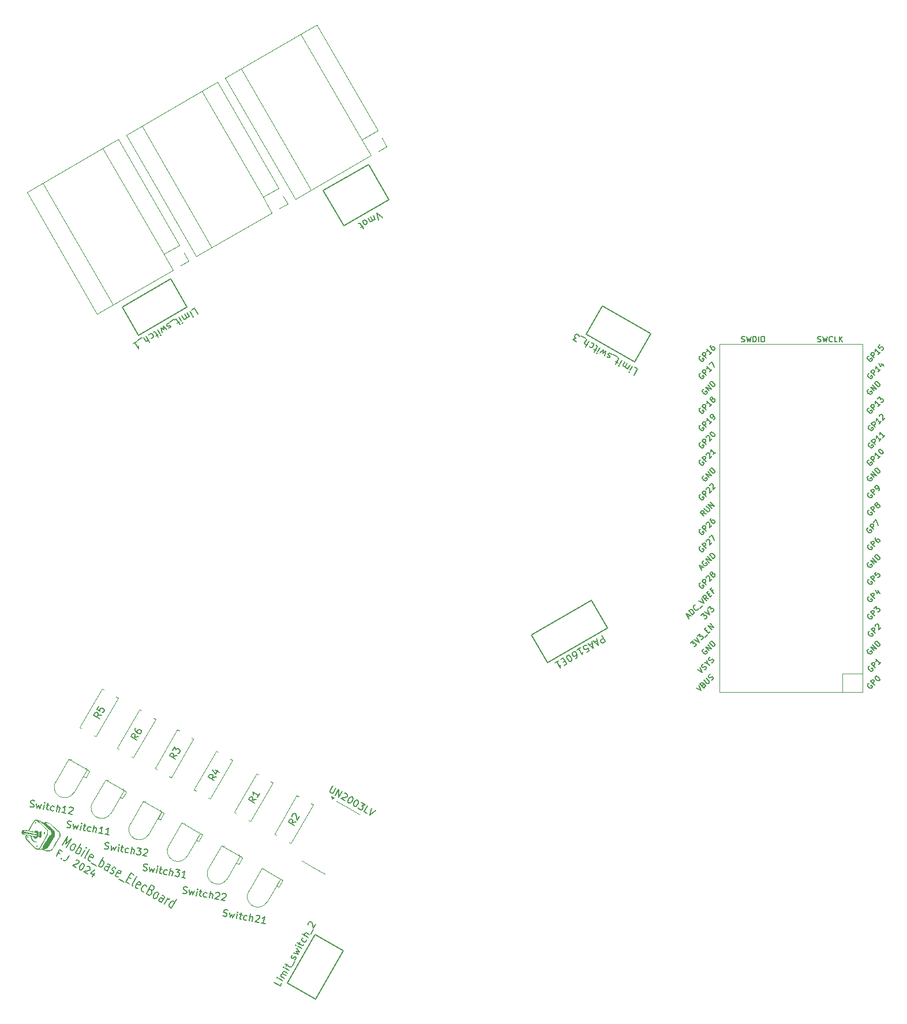
<source format=gbr>
%TF.GenerationSoftware,KiCad,Pcbnew,7.0.11-7.0.11~ubuntu22.04.1*%
%TF.CreationDate,2024-08-26T12:19:36+02:00*%
%TF.ProjectId,MotorDriver-Elec,4d6f746f-7244-4726-9976-65722d456c65,rev?*%
%TF.SameCoordinates,Original*%
%TF.FileFunction,Legend,Top*%
%TF.FilePolarity,Positive*%
%FSLAX46Y46*%
G04 Gerber Fmt 4.6, Leading zero omitted, Abs format (unit mm)*
G04 Created by KiCad (PCBNEW 7.0.11-7.0.11~ubuntu22.04.1) date 2024-08-26 12:19:36*
%MOMM*%
%LPD*%
G01*
G04 APERTURE LIST*
%ADD10C,0.000000*%
%ADD11C,0.150000*%
%ADD12C,0.120000*%
%ADD13C,0.152400*%
G04 APERTURE END LIST*
D10*
G36*
X26320191Y-139982456D02*
G01*
X26351454Y-139984417D01*
X26401067Y-139990586D01*
X26454550Y-139999845D01*
X26511110Y-140011935D01*
X26569951Y-140026599D01*
X26630281Y-140043575D01*
X26691305Y-140062602D01*
X26752228Y-140083423D01*
X26812257Y-140105777D01*
X26870598Y-140129407D01*
X26926454Y-140154051D01*
X26979035Y-140179450D01*
X27027545Y-140205346D01*
X27071190Y-140231476D01*
X27109176Y-140257585D01*
X27139185Y-140278624D01*
X27170566Y-140298112D01*
X27203056Y-140315985D01*
X27236391Y-140332184D01*
X27270308Y-140346647D01*
X27304544Y-140359312D01*
X27338835Y-140370118D01*
X27372918Y-140379004D01*
X27406531Y-140385909D01*
X27439410Y-140390769D01*
X27471292Y-140393526D01*
X27501914Y-140394117D01*
X27531011Y-140392480D01*
X27546883Y-140390199D01*
X27558323Y-140388554D01*
X27583585Y-140382279D01*
X27606535Y-140373593D01*
X27615281Y-140369764D01*
X27624443Y-140366061D01*
X27633943Y-140362508D01*
X27643708Y-140359118D01*
X27653660Y-140355913D01*
X27663726Y-140352908D01*
X27673829Y-140350125D01*
X27683893Y-140347578D01*
X27693844Y-140345288D01*
X27703604Y-140343274D01*
X27713100Y-140341552D01*
X27722256Y-140340142D01*
X27730993Y-140339061D01*
X27739240Y-140338328D01*
X27746919Y-140337961D01*
X27753955Y-140337978D01*
X27776143Y-140339673D01*
X27802765Y-140343357D01*
X27833184Y-140348843D01*
X27866763Y-140355936D01*
X27940859Y-140374183D01*
X28019962Y-140396576D01*
X28098984Y-140421588D01*
X28172834Y-140447692D01*
X28206228Y-140460678D01*
X28236419Y-140473363D01*
X28262774Y-140485560D01*
X28284654Y-140497077D01*
X28314088Y-140516784D01*
X28361176Y-140551951D01*
X28423483Y-140600606D01*
X28498577Y-140660782D01*
X28584021Y-140730506D01*
X28677382Y-140807813D01*
X28776227Y-140890730D01*
X28878120Y-140977288D01*
X29549905Y-141550502D01*
X29598740Y-141593381D01*
X29643278Y-141635601D01*
X29683626Y-141677413D01*
X29719892Y-141719060D01*
X29752185Y-141760791D01*
X29780614Y-141802854D01*
X29805285Y-141845498D01*
X29826308Y-141888966D01*
X29843791Y-141933509D01*
X29857841Y-141979372D01*
X29868568Y-142026804D01*
X29876081Y-142076053D01*
X29880485Y-142127365D01*
X29881890Y-142180987D01*
X29880405Y-142237168D01*
X29876137Y-142296154D01*
X29861770Y-142450658D01*
X29308408Y-143373743D01*
X29086343Y-143740479D01*
X28890772Y-144056643D01*
X28742846Y-144288486D01*
X28693362Y-144362242D01*
X28663723Y-144402262D01*
X28635023Y-144434055D01*
X28606569Y-144462612D01*
X28577905Y-144488061D01*
X28563353Y-144499660D01*
X28548575Y-144510530D01*
X28533517Y-144520688D01*
X28518122Y-144530149D01*
X28502330Y-144538930D01*
X28486088Y-144547044D01*
X28469334Y-144554510D01*
X28452015Y-144561344D01*
X28434072Y-144567560D01*
X28415449Y-144573175D01*
X28396087Y-144578206D01*
X28375931Y-144582669D01*
X28354923Y-144586578D01*
X28333005Y-144589951D01*
X28286214Y-144595148D01*
X28235101Y-144598392D01*
X28179210Y-144599809D01*
X28118082Y-144599526D01*
X28051260Y-144597672D01*
X27978290Y-144594377D01*
X27619958Y-144575683D01*
X27441826Y-144464011D01*
X27384137Y-144428165D01*
X27360086Y-144413691D01*
X27338700Y-144401369D01*
X27319589Y-144391087D01*
X27302354Y-144382733D01*
X27286600Y-144376196D01*
X27271932Y-144371365D01*
X27257954Y-144368128D01*
X27244272Y-144366373D01*
X27230489Y-144365992D01*
X27216208Y-144366870D01*
X27201036Y-144368895D01*
X27184577Y-144371959D01*
X27146215Y-144380752D01*
X27132698Y-144383552D01*
X27116515Y-144386086D01*
X27097882Y-144388350D01*
X27077011Y-144390339D01*
X27029412Y-144393470D01*
X26975427Y-144395436D01*
X26916761Y-144396198D01*
X26855125Y-144395713D01*
X26792226Y-144393939D01*
X26729773Y-144390837D01*
X26671944Y-144386811D01*
X26617735Y-144382005D01*
X26566919Y-144376350D01*
X26519272Y-144369768D01*
X26474567Y-144362192D01*
X26432579Y-144353545D01*
X26393082Y-144343756D01*
X26377003Y-144339004D01*
X27483234Y-144339004D01*
X27483280Y-144341642D01*
X27483880Y-144344279D01*
X27485012Y-144346928D01*
X27486652Y-144349597D01*
X27491376Y-144355035D01*
X27506516Y-144369342D01*
X27521447Y-144382258D01*
X27536502Y-144393881D01*
X27552019Y-144404303D01*
X27560055Y-144409096D01*
X27568332Y-144413622D01*
X27576894Y-144417900D01*
X27585781Y-144421937D01*
X27595036Y-144425746D01*
X27604699Y-144429340D01*
X27625424Y-144435929D01*
X27648292Y-144441799D01*
X27673638Y-144447048D01*
X27701800Y-144451770D01*
X27733114Y-144456063D01*
X27767915Y-144460022D01*
X27806540Y-144463743D01*
X27849325Y-144467324D01*
X27896606Y-144470856D01*
X28019701Y-144478365D01*
X28073775Y-144480511D01*
X28123351Y-144481516D01*
X28168793Y-144481331D01*
X28210468Y-144479904D01*
X28248734Y-144477183D01*
X28283961Y-144473118D01*
X28316508Y-144467655D01*
X28346743Y-144460747D01*
X28375026Y-144452341D01*
X28401723Y-144442383D01*
X28427197Y-144430827D01*
X28451813Y-144417620D01*
X28475935Y-144402708D01*
X28499923Y-144386043D01*
X28517533Y-144372586D01*
X28534926Y-144357716D01*
X28552826Y-144340344D01*
X28571959Y-144319374D01*
X28593049Y-144293720D01*
X28616823Y-144262288D01*
X28644006Y-144223988D01*
X28675322Y-144177727D01*
X28711494Y-144122415D01*
X28753251Y-144056962D01*
X28801317Y-143980272D01*
X28856415Y-143891260D01*
X28990613Y-143671892D01*
X29161645Y-143390131D01*
X29379509Y-143027931D01*
X29560836Y-142721502D01*
X29686707Y-142503164D01*
X29722936Y-142437128D01*
X29738206Y-142405234D01*
X29746941Y-142370460D01*
X29753359Y-142333234D01*
X29757527Y-142293993D01*
X29759519Y-142253173D01*
X29759404Y-142211217D01*
X29757256Y-142168560D01*
X29753145Y-142125642D01*
X29747143Y-142082899D01*
X29739320Y-142040775D01*
X29729750Y-141999704D01*
X29718502Y-141960124D01*
X29705650Y-141922476D01*
X29691263Y-141887197D01*
X29675413Y-141854726D01*
X29658171Y-141825500D01*
X29639610Y-141799959D01*
X29617699Y-141778229D01*
X29570488Y-141735079D01*
X29411963Y-141594837D01*
X29187616Y-141399878D01*
X28921024Y-141170843D01*
X28242586Y-140590985D01*
X28032058Y-140523099D01*
X27988310Y-140509701D01*
X27944681Y-140497666D01*
X27902328Y-140487223D01*
X27862406Y-140478602D01*
X27826072Y-140472033D01*
X27794480Y-140467746D01*
X27780826Y-140466532D01*
X27768789Y-140465974D01*
X27758519Y-140466103D01*
X27750155Y-140466945D01*
X27737897Y-140469002D01*
X27727355Y-140470938D01*
X27718587Y-140472863D01*
X27714886Y-140473855D01*
X27711650Y-140474885D01*
X27708887Y-140475967D01*
X27706604Y-140477114D01*
X27704807Y-140478340D01*
X27703506Y-140479659D01*
X27703043Y-140480358D01*
X27702705Y-140481085D01*
X27702495Y-140481841D01*
X27702413Y-140482630D01*
X27702460Y-140483450D01*
X27702637Y-140484308D01*
X27703385Y-140486132D01*
X27704661Y-140488119D01*
X27706478Y-140490279D01*
X27708837Y-140492628D01*
X27711749Y-140495178D01*
X27715221Y-140497944D01*
X27719261Y-140500938D01*
X27723871Y-140504174D01*
X27729065Y-140507667D01*
X27741223Y-140515476D01*
X27755794Y-140524474D01*
X27792399Y-140546468D01*
X27806840Y-140556021D01*
X27826501Y-140570505D01*
X27880117Y-140613074D01*
X27950518Y-140671803D01*
X28034966Y-140744318D01*
X28130732Y-140828246D01*
X28235084Y-140921219D01*
X28345287Y-141020862D01*
X28458612Y-141124804D01*
X29011206Y-141635351D01*
X29025470Y-142055349D01*
X29039733Y-142475346D01*
X28538912Y-143316602D01*
X28038090Y-144157855D01*
X27746385Y-144238483D01*
X27665508Y-144261267D01*
X27601383Y-144280446D01*
X27575172Y-144288880D01*
X27552633Y-144296649D01*
X27533595Y-144303832D01*
X27517883Y-144310506D01*
X27505329Y-144316750D01*
X27495759Y-144322643D01*
X27489001Y-144328264D01*
X27486623Y-144330998D01*
X27484883Y-144333692D01*
X27483760Y-144336358D01*
X27483234Y-144339004D01*
X26377003Y-144339004D01*
X26355849Y-144332752D01*
X26320658Y-144320462D01*
X26287280Y-144306813D01*
X26255490Y-144291730D01*
X26225063Y-144275144D01*
X26195772Y-144256981D01*
X26167392Y-144237166D01*
X26139700Y-144215629D01*
X26112466Y-144192298D01*
X26088344Y-144169644D01*
X26051191Y-144133358D01*
X25945228Y-144027406D01*
X25809467Y-143889460D01*
X25658791Y-143734543D01*
X25332048Y-143399545D01*
X25067904Y-143133352D01*
X25022799Y-143087987D01*
X24978787Y-143042312D01*
X24936972Y-142997566D01*
X24898453Y-142954990D01*
X24864334Y-142915822D01*
X24835713Y-142881302D01*
X24813695Y-142852668D01*
X24799377Y-142831161D01*
X24793583Y-142820450D01*
X24788064Y-142808932D01*
X24777851Y-142783683D01*
X24768769Y-142755816D01*
X24760844Y-142725747D01*
X24754106Y-142693879D01*
X24748579Y-142660620D01*
X24744294Y-142626381D01*
X24741276Y-142591566D01*
X24739557Y-142556585D01*
X24739466Y-142548638D01*
X24881793Y-142548638D01*
X24882268Y-142575785D01*
X24883978Y-142602093D01*
X24886981Y-142627215D01*
X24891333Y-142650800D01*
X24896303Y-142671517D01*
X24899060Y-142681462D01*
X24902105Y-142691260D01*
X24905524Y-142701010D01*
X24909396Y-142710809D01*
X24913802Y-142720755D01*
X24918825Y-142730946D01*
X24924548Y-142741479D01*
X24931051Y-142752453D01*
X24938415Y-142763965D01*
X24946724Y-142776112D01*
X24956060Y-142788992D01*
X24966502Y-142802703D01*
X24978134Y-142817344D01*
X24991037Y-142833010D01*
X25005294Y-142849801D01*
X25020986Y-142867815D01*
X25056998Y-142907899D01*
X25099733Y-142954043D01*
X25149840Y-143007030D01*
X25207977Y-143067642D01*
X25274797Y-143136659D01*
X25437103Y-143303041D01*
X26080588Y-143961203D01*
X26109025Y-143989565D01*
X26137582Y-144016561D01*
X26166201Y-144042154D01*
X26194822Y-144066305D01*
X26223384Y-144088978D01*
X26251830Y-144110136D01*
X26280099Y-144129743D01*
X26308129Y-144147763D01*
X26335862Y-144164156D01*
X26363241Y-144178890D01*
X26390203Y-144191923D01*
X26416689Y-144203222D01*
X26442640Y-144212747D01*
X26467995Y-144220464D01*
X26492696Y-144226335D01*
X26516682Y-144230322D01*
X26528062Y-144231481D01*
X26539537Y-144232045D01*
X26551089Y-144232023D01*
X26562701Y-144231417D01*
X26574352Y-144230234D01*
X26586027Y-144228476D01*
X26597708Y-144226151D01*
X26609376Y-144223262D01*
X26621014Y-144219814D01*
X26632603Y-144215812D01*
X26644127Y-144211262D01*
X26655568Y-144206166D01*
X26666905Y-144200531D01*
X26678124Y-144194362D01*
X26689206Y-144187664D01*
X26700133Y-144180439D01*
X26715280Y-144169273D01*
X26730540Y-144156187D01*
X26738428Y-144148581D01*
X26746602Y-144140083D01*
X26755148Y-144130560D01*
X26764150Y-144119870D01*
X26783872Y-144094450D01*
X26806454Y-144062727D01*
X26832580Y-144023605D01*
X26862938Y-143975989D01*
X26898212Y-143918783D01*
X26939092Y-143850890D01*
X26986259Y-143771217D01*
X27040404Y-143678665D01*
X27172363Y-143450548D01*
X27340460Y-143157772D01*
X27690100Y-142541639D01*
X27799156Y-142338838D01*
X27873028Y-142186707D01*
X27898801Y-142125070D01*
X27918211Y-142070614D01*
X27932074Y-142021509D01*
X27941198Y-141975929D01*
X27946398Y-141932040D01*
X27948484Y-141888019D01*
X27946563Y-141792254D01*
X27944109Y-141751979D01*
X27942280Y-141732729D01*
X27939991Y-141713983D01*
X27937202Y-141695674D01*
X27933870Y-141677738D01*
X27929951Y-141660109D01*
X27925407Y-141642723D01*
X27920192Y-141625510D01*
X27914265Y-141608410D01*
X27907585Y-141591353D01*
X27900107Y-141574275D01*
X27891790Y-141557110D01*
X27882592Y-141539793D01*
X27872471Y-141522259D01*
X27861384Y-141504441D01*
X27849290Y-141486274D01*
X27836145Y-141467691D01*
X27821907Y-141448629D01*
X27806536Y-141429022D01*
X27789987Y-141408802D01*
X27772219Y-141387905D01*
X27732856Y-141343818D01*
X27688109Y-141296233D01*
X27637639Y-141244629D01*
X27581110Y-141188480D01*
X27518180Y-141127259D01*
X27146346Y-140773554D01*
X26831960Y-140484715D01*
X26702636Y-140370298D01*
X26595265Y-140278909D01*
X26524418Y-140222422D01*
X26730242Y-140222422D01*
X26730732Y-140225976D01*
X26732346Y-140230242D01*
X26735082Y-140235227D01*
X26738934Y-140240941D01*
X26743901Y-140247396D01*
X26757155Y-140262554D01*
X26774808Y-140280775D01*
X26796825Y-140302132D01*
X26823170Y-140326696D01*
X26853810Y-140354540D01*
X26954395Y-140446931D01*
X27104198Y-140586795D01*
X27470527Y-140933013D01*
X27644182Y-141100300D01*
X27779752Y-141236894D01*
X27834715Y-141295844D01*
X27881908Y-141349722D01*
X27921915Y-141399388D01*
X27955321Y-141445711D01*
X27982709Y-141489559D01*
X28004662Y-141531792D01*
X28021766Y-141573282D01*
X28034603Y-141614893D01*
X28043757Y-141657489D01*
X28049812Y-141701939D01*
X28053354Y-141749106D01*
X28054963Y-141799859D01*
X28055629Y-141857124D01*
X28055079Y-141909246D01*
X28054057Y-141934027D01*
X28052378Y-141958301D01*
X28049928Y-141982325D01*
X28046589Y-142006362D01*
X28042243Y-142030669D01*
X28036773Y-142055504D01*
X28030064Y-142081129D01*
X28021996Y-142107802D01*
X28012453Y-142135782D01*
X28001318Y-142165330D01*
X27988475Y-142196702D01*
X27973805Y-142230160D01*
X27957191Y-142265962D01*
X27938518Y-142304369D01*
X27917668Y-142345637D01*
X27894521Y-142390030D01*
X27840879Y-142489217D01*
X27776651Y-142604007D01*
X27700904Y-142736469D01*
X27612698Y-142888681D01*
X27395167Y-143260652D01*
X26799850Y-144276446D01*
X26936410Y-144283892D01*
X26953338Y-144284576D01*
X26969827Y-144284754D01*
X26985880Y-144284426D01*
X27001500Y-144283593D01*
X27016690Y-144282251D01*
X27031452Y-144280405D01*
X27045791Y-144278049D01*
X27059709Y-144275183D01*
X27073207Y-144271809D01*
X27086292Y-144267924D01*
X27098963Y-144263528D01*
X27111226Y-144258620D01*
X27123080Y-144253201D01*
X27134533Y-144247269D01*
X27145586Y-144240823D01*
X27156240Y-144233862D01*
X27156240Y-144233861D01*
X27177706Y-144218564D01*
X27197058Y-144203777D01*
X27214278Y-144189533D01*
X27229353Y-144175868D01*
X27242263Y-144162813D01*
X27252994Y-144150405D01*
X27261528Y-144138674D01*
X27267848Y-144127655D01*
X27270175Y-144122424D01*
X27271941Y-144117384D01*
X27273146Y-144112537D01*
X27273787Y-144107890D01*
X27273863Y-144103446D01*
X27273371Y-144099210D01*
X27272310Y-144095184D01*
X27270677Y-144091377D01*
X27268470Y-144087788D01*
X27265687Y-144084424D01*
X27262327Y-144081288D01*
X27258386Y-144078384D01*
X27253864Y-144075718D01*
X27248757Y-144073292D01*
X27243066Y-144071112D01*
X27236784Y-144069181D01*
X27227432Y-144066506D01*
X27223253Y-144065184D01*
X27219413Y-144063844D01*
X27215917Y-144062463D01*
X27212770Y-144061017D01*
X27209981Y-144059486D01*
X27207552Y-144057843D01*
X27205492Y-144056069D01*
X27203804Y-144054140D01*
X27202493Y-144052033D01*
X27201569Y-144049726D01*
X27201033Y-144047196D01*
X27200895Y-144044420D01*
X27201157Y-144041377D01*
X27201826Y-144038041D01*
X27202909Y-144034392D01*
X27204408Y-144030407D01*
X27206332Y-144026062D01*
X27208687Y-144021335D01*
X27211477Y-144016204D01*
X27214708Y-144010646D01*
X27218386Y-144004638D01*
X27222517Y-143998156D01*
X27232159Y-143983687D01*
X27243680Y-143967052D01*
X27257124Y-143948074D01*
X27272539Y-143926569D01*
X27300458Y-143885191D01*
X27344928Y-143816033D01*
X27474359Y-143609172D01*
X27642507Y-143335576D01*
X27831044Y-143024834D01*
X28298009Y-142250405D01*
X28363463Y-142269064D01*
X28374164Y-142271987D01*
X28383764Y-142274260D01*
X28388189Y-142275125D01*
X28392384Y-142275792D01*
X28396359Y-142276251D01*
X28400133Y-142276488D01*
X28403719Y-142276495D01*
X28407133Y-142276258D01*
X28410388Y-142275767D01*
X28413497Y-142275011D01*
X28416477Y-142273975D01*
X28419342Y-142272651D01*
X28422106Y-142271025D01*
X28424784Y-142269088D01*
X28427390Y-142266826D01*
X28429938Y-142264229D01*
X28432443Y-142261286D01*
X28434921Y-142257983D01*
X28437383Y-142254311D01*
X28439847Y-142250258D01*
X28442327Y-142245812D01*
X28444835Y-142240960D01*
X28450000Y-142230000D01*
X28455457Y-142217282D01*
X28461322Y-142202715D01*
X28467712Y-142186209D01*
X28476278Y-142162241D01*
X28483835Y-142137869D01*
X28495978Y-142088155D01*
X28504250Y-142037546D01*
X28508767Y-141986515D01*
X28509636Y-141935540D01*
X28506970Y-141885097D01*
X28500882Y-141835664D01*
X28491482Y-141787715D01*
X28478883Y-141741726D01*
X28463193Y-141698175D01*
X28444529Y-141657538D01*
X28434115Y-141638461D01*
X28422998Y-141620291D01*
X28411195Y-141603087D01*
X28398715Y-141586909D01*
X28385575Y-141571819D01*
X28371790Y-141557872D01*
X28357370Y-141545130D01*
X28342333Y-141533652D01*
X28326690Y-141523499D01*
X28310456Y-141514729D01*
X28236418Y-141457627D01*
X28087795Y-141329332D01*
X27667721Y-140951417D01*
X27252096Y-140565488D01*
X27109033Y-140427174D01*
X27042778Y-140356048D01*
X27038423Y-140349940D01*
X27033274Y-140343752D01*
X27027369Y-140337507D01*
X27020745Y-140331230D01*
X27013436Y-140324944D01*
X27005482Y-140318672D01*
X26996916Y-140312439D01*
X26987780Y-140306270D01*
X26978106Y-140300189D01*
X26967933Y-140294217D01*
X26957296Y-140288380D01*
X26946234Y-140282701D01*
X26934784Y-140277206D01*
X26922979Y-140271917D01*
X26910860Y-140266859D01*
X26898461Y-140262054D01*
X26861015Y-140248307D01*
X26828353Y-140236827D01*
X26800438Y-140227683D01*
X26777240Y-140220951D01*
X26758720Y-140216701D01*
X26751204Y-140215529D01*
X26744844Y-140215005D01*
X26739636Y-140215138D01*
X26735578Y-140215938D01*
X26732661Y-140217411D01*
X26730884Y-140219570D01*
X26730242Y-140222422D01*
X26524418Y-140222422D01*
X26512376Y-140212821D01*
X26456499Y-140174302D01*
X26431889Y-140161287D01*
X26406990Y-140150445D01*
X26381897Y-140141764D01*
X26356704Y-140135232D01*
X26331512Y-140130836D01*
X26306414Y-140128568D01*
X26281508Y-140128412D01*
X26256892Y-140130358D01*
X26232661Y-140134393D01*
X26208912Y-140140507D01*
X26197247Y-140144340D01*
X26185740Y-140148687D01*
X26174402Y-140153549D01*
X26163245Y-140158921D01*
X26152280Y-140164806D01*
X26141521Y-140171198D01*
X26130979Y-140178100D01*
X26120666Y-140185507D01*
X26110594Y-140193418D01*
X26100775Y-140201833D01*
X26091222Y-140210749D01*
X26081947Y-140220166D01*
X26029459Y-140298685D01*
X25932244Y-140462477D01*
X25667959Y-140929888D01*
X25417724Y-141390412D01*
X25338072Y-141545593D01*
X25316649Y-141591729D01*
X25310172Y-141612059D01*
X25310859Y-141613031D01*
X25312428Y-141614161D01*
X25318126Y-141616872D01*
X25327085Y-141620153D01*
X25339126Y-141623960D01*
X25371741Y-141632979D01*
X25414541Y-141643589D01*
X25466094Y-141655449D01*
X25524970Y-141668219D01*
X25589739Y-141681559D01*
X25658968Y-141695127D01*
X26003137Y-141760916D01*
X26086244Y-141675325D01*
X26107857Y-141654294D01*
X26129814Y-141635309D01*
X26152064Y-141618350D01*
X26174552Y-141603394D01*
X26197224Y-141590420D01*
X26220026Y-141579408D01*
X26242905Y-141570335D01*
X26265806Y-141563179D01*
X26288675Y-141557922D01*
X26311459Y-141554538D01*
X26334105Y-141553010D01*
X26356556Y-141553315D01*
X26378760Y-141555429D01*
X26400664Y-141559336D01*
X26422213Y-141565010D01*
X26443355Y-141572432D01*
X26464031Y-141581580D01*
X26484192Y-141592433D01*
X26503784Y-141604968D01*
X26522750Y-141619167D01*
X26541038Y-141635005D01*
X26558595Y-141652463D01*
X26575365Y-141671519D01*
X26591296Y-141692150D01*
X26606333Y-141714339D01*
X26620423Y-141738059D01*
X26633509Y-141763293D01*
X26645543Y-141790018D01*
X26656465Y-141818213D01*
X26666225Y-141847855D01*
X26674767Y-141878926D01*
X26682039Y-141911402D01*
X26689686Y-141956565D01*
X26694683Y-142001719D01*
X26697126Y-142046735D01*
X26697112Y-142091482D01*
X26694734Y-142135832D01*
X26690091Y-142179658D01*
X26683277Y-142222826D01*
X26674389Y-142265210D01*
X26663523Y-142306681D01*
X26650774Y-142347109D01*
X26636240Y-142386365D01*
X26620014Y-142424321D01*
X26602193Y-142460846D01*
X26582873Y-142495810D01*
X26562150Y-142529086D01*
X26540120Y-142560545D01*
X26516880Y-142590057D01*
X26492523Y-142617493D01*
X26467148Y-142642724D01*
X26440849Y-142665619D01*
X26413723Y-142686050D01*
X26385865Y-142703891D01*
X26357370Y-142719008D01*
X26328337Y-142731274D01*
X26298859Y-142740560D01*
X26269033Y-142746737D01*
X26238955Y-142749674D01*
X26208723Y-142749244D01*
X26178429Y-142745317D01*
X26148170Y-142737764D01*
X26118043Y-142726456D01*
X26088143Y-142711262D01*
X26076226Y-142704085D01*
X26064698Y-142696536D01*
X26053553Y-142688609D01*
X26042782Y-142680296D01*
X26032379Y-142671586D01*
X26022338Y-142662476D01*
X26012649Y-142652954D01*
X26003309Y-142643016D01*
X25994307Y-142632651D01*
X25985640Y-142621854D01*
X25977298Y-142610614D01*
X25969276Y-142598928D01*
X25961565Y-142586783D01*
X25954159Y-142574175D01*
X25947052Y-142561095D01*
X25940235Y-142547534D01*
X25931637Y-142529977D01*
X25923675Y-142514326D01*
X25916185Y-142500441D01*
X25909003Y-142488184D01*
X25901966Y-142477413D01*
X25894907Y-142467986D01*
X25891318Y-142463735D01*
X25887663Y-142459767D01*
X25883922Y-142456066D01*
X25880070Y-142452613D01*
X25876092Y-142449393D01*
X25871965Y-142446386D01*
X25867668Y-142443575D01*
X25863181Y-142440943D01*
X25858483Y-142438475D01*
X25853555Y-142436147D01*
X25842922Y-142431857D01*
X25831118Y-142427933D01*
X25817979Y-142424231D01*
X25803341Y-142420617D01*
X25787038Y-142416949D01*
X25766227Y-142412677D01*
X25745671Y-142408943D01*
X25725900Y-142405811D01*
X25707447Y-142403345D01*
X25690842Y-142401609D01*
X25676618Y-142400667D01*
X25670566Y-142400512D01*
X25665307Y-142400580D01*
X25660908Y-142400879D01*
X25657437Y-142401415D01*
X25653845Y-142403341D01*
X25651084Y-142407271D01*
X25649120Y-142413092D01*
X25647923Y-142420690D01*
X25647459Y-142429949D01*
X25647699Y-142440758D01*
X25650159Y-142466573D01*
X25655044Y-142497220D01*
X25662101Y-142531793D01*
X25671073Y-142569381D01*
X25681702Y-142609077D01*
X25693736Y-142649971D01*
X25706920Y-142691154D01*
X25720995Y-142731716D01*
X25735707Y-142770751D01*
X25750800Y-142807346D01*
X25766018Y-142840593D01*
X25781107Y-142869585D01*
X25788523Y-142882202D01*
X25795809Y-142893412D01*
X25814935Y-142919155D01*
X25836678Y-142944793D01*
X25860770Y-142970154D01*
X25886943Y-142995067D01*
X25914929Y-143019357D01*
X25944460Y-143042853D01*
X25975269Y-143065381D01*
X26007087Y-143086771D01*
X26039646Y-143106847D01*
X26072678Y-143125437D01*
X26105915Y-143142372D01*
X26139090Y-143157474D01*
X26171934Y-143170575D01*
X26204178Y-143181500D01*
X26235556Y-143190076D01*
X26265798Y-143196133D01*
X26294151Y-143201106D01*
X26318992Y-143206356D01*
X26340312Y-143211846D01*
X26358097Y-143217535D01*
X26365659Y-143220442D01*
X26372334Y-143223383D01*
X26378120Y-143226353D01*
X26383016Y-143229349D01*
X26387020Y-143232363D01*
X26390128Y-143235394D01*
X26392343Y-143238434D01*
X26393662Y-143241478D01*
X26394084Y-143244522D01*
X26393604Y-143247562D01*
X26392225Y-143250591D01*
X26389943Y-143253605D01*
X26386759Y-143256599D01*
X26382668Y-143259568D01*
X26377672Y-143262507D01*
X26371770Y-143265412D01*
X26364956Y-143268276D01*
X26357233Y-143271095D01*
X26339048Y-143276580D01*
X26317204Y-143281825D01*
X26291690Y-143286789D01*
X26255356Y-143292040D01*
X26219494Y-143294948D01*
X26184133Y-143295543D01*
X26149300Y-143293852D01*
X26115022Y-143289910D01*
X26081328Y-143283742D01*
X26048247Y-143275381D01*
X26015805Y-143264856D01*
X25984029Y-143252197D01*
X25952949Y-143237433D01*
X25922593Y-143220594D01*
X25892986Y-143201710D01*
X25864159Y-143180810D01*
X25836138Y-143157926D01*
X25808953Y-143133086D01*
X25782629Y-143106321D01*
X25757196Y-143077660D01*
X25732680Y-143047134D01*
X25709110Y-143014770D01*
X25686515Y-142980599D01*
X25664920Y-142944654D01*
X25644356Y-142906961D01*
X25624849Y-142867553D01*
X25606427Y-142826456D01*
X25589117Y-142783703D01*
X25572949Y-142739322D01*
X25557949Y-142693345D01*
X25544147Y-142645799D01*
X25531569Y-142596715D01*
X25520242Y-142546123D01*
X25510196Y-142494053D01*
X25501459Y-142440535D01*
X25490139Y-142364515D01*
X25234935Y-142313074D01*
X25183094Y-142303207D01*
X25133619Y-142294902D01*
X25087670Y-142288278D01*
X25046413Y-142283452D01*
X25011008Y-142280542D01*
X24982618Y-142279663D01*
X24971416Y-142280024D01*
X24962403Y-142280935D01*
X24955727Y-142282414D01*
X24951531Y-142284473D01*
X24946531Y-142289030D01*
X24941661Y-142294465D01*
X24936928Y-142300737D01*
X24932339Y-142307805D01*
X24923619Y-142324145D01*
X24915563Y-142343137D01*
X24908224Y-142364431D01*
X24901661Y-142387679D01*
X24895931Y-142412530D01*
X24891093Y-142438637D01*
X24887203Y-142465651D01*
X24884318Y-142493221D01*
X24882496Y-142521000D01*
X24881793Y-142548638D01*
X24739466Y-142548638D01*
X24739159Y-142521847D01*
X24740115Y-142487759D01*
X24742447Y-142454728D01*
X24746189Y-142423162D01*
X24751364Y-142393471D01*
X24758003Y-142366059D01*
X24761878Y-142353337D01*
X24766130Y-142341338D01*
X24773285Y-142321685D01*
X24779401Y-142303022D01*
X24784384Y-142285779D01*
X24788139Y-142270390D01*
X24789527Y-142263525D01*
X24790573Y-142257285D01*
X24791265Y-142251723D01*
X24791593Y-142246895D01*
X24791542Y-142242855D01*
X24791102Y-142239655D01*
X24790264Y-142237351D01*
X24789689Y-142236552D01*
X24789011Y-142235997D01*
X24786259Y-142234901D01*
X24781021Y-142233358D01*
X24763632Y-142229041D01*
X24737935Y-142223275D01*
X24705019Y-142216283D01*
X24621899Y-142199539D01*
X24522998Y-142180627D01*
X24471706Y-142170745D01*
X24425963Y-142161139D01*
X24385415Y-142151523D01*
X24349710Y-142141618D01*
X24318499Y-142131135D01*
X24291428Y-142119790D01*
X24279335Y-142113707D01*
X24268145Y-142107301D01*
X24257816Y-142100539D01*
X24248300Y-142093386D01*
X24239556Y-142085803D01*
X24231540Y-142077756D01*
X24224204Y-142069211D01*
X24224177Y-142069174D01*
X24462557Y-142069174D01*
X24462660Y-142070849D01*
X24462988Y-142072404D01*
X24463533Y-142073841D01*
X24464297Y-142075164D01*
X24465280Y-142076380D01*
X24466476Y-142077492D01*
X24467888Y-142078508D01*
X24469512Y-142079427D01*
X24471347Y-142080259D01*
X24475644Y-142081671D01*
X24480768Y-142082784D01*
X25372024Y-142251596D01*
X25706499Y-142314163D01*
X25986280Y-142364649D01*
X26182079Y-142397901D01*
X26239332Y-142406452D01*
X26264606Y-142408761D01*
X26271740Y-142407567D01*
X26278814Y-142405822D01*
X26285821Y-142403539D01*
X26292750Y-142400728D01*
X26299595Y-142397404D01*
X26306347Y-142393580D01*
X26312998Y-142389265D01*
X26319539Y-142384478D01*
X26325963Y-142379227D01*
X26332263Y-142373526D01*
X26338429Y-142367388D01*
X26344453Y-142360824D01*
X26350328Y-142353850D01*
X26356046Y-142346478D01*
X26361598Y-142338718D01*
X26366976Y-142330584D01*
X26377177Y-142313249D01*
X26386586Y-142294574D01*
X26395138Y-142274658D01*
X26402766Y-142253606D01*
X26409408Y-142231518D01*
X26414998Y-142208498D01*
X26419470Y-142184645D01*
X26422763Y-142160064D01*
X26427199Y-142119476D01*
X26428968Y-142101112D01*
X26430186Y-142083925D01*
X26430666Y-142067836D01*
X26430218Y-142052761D01*
X26428654Y-142038618D01*
X26425786Y-142025325D01*
X26423806Y-142018972D01*
X26421427Y-142012803D01*
X26418629Y-142006804D01*
X26415387Y-142000967D01*
X26411677Y-141995281D01*
X26407478Y-141989735D01*
X26402763Y-141984321D01*
X26397511Y-141979028D01*
X26391698Y-141973846D01*
X26385299Y-141968763D01*
X26370654Y-141958856D01*
X26353384Y-141949229D01*
X26333307Y-141939798D01*
X26310230Y-141930481D01*
X26283965Y-141921196D01*
X26254324Y-141911862D01*
X26221121Y-141902398D01*
X26184166Y-141892720D01*
X26143270Y-141882748D01*
X26098244Y-141872398D01*
X26048902Y-141861592D01*
X25936514Y-141838276D01*
X25804598Y-141812145D01*
X25476155Y-141748820D01*
X25129564Y-141683416D01*
X24844655Y-141631996D01*
X24650905Y-141599712D01*
X24597425Y-141592357D01*
X24577789Y-141591722D01*
X24577437Y-141592558D01*
X24577127Y-141593594D01*
X24576627Y-141596241D01*
X24576285Y-141599612D01*
X24576097Y-141603661D01*
X24576059Y-141608338D01*
X24576170Y-141613593D01*
X24576422Y-141619379D01*
X24576815Y-141625643D01*
X24577347Y-141632341D01*
X24578011Y-141639422D01*
X24578804Y-141646835D01*
X24579723Y-141654536D01*
X24580767Y-141662471D01*
X24581928Y-141670595D01*
X24583205Y-141678855D01*
X24584595Y-141687204D01*
X24598608Y-141768446D01*
X25480811Y-141934531D01*
X25825407Y-142001552D01*
X26111508Y-142061261D01*
X26309314Y-142107155D01*
X26365794Y-142122886D01*
X26381798Y-142128595D01*
X26389024Y-142132727D01*
X26392148Y-142136998D01*
X26394771Y-142141452D01*
X26396909Y-142146067D01*
X26398573Y-142150825D01*
X26399780Y-142155700D01*
X26400541Y-142160677D01*
X26400871Y-142165728D01*
X26400785Y-142170836D01*
X26400296Y-142175977D01*
X26399418Y-142181130D01*
X26398165Y-142186276D01*
X26396550Y-142191391D01*
X26394589Y-142196456D01*
X26392293Y-142201447D01*
X26389678Y-142206344D01*
X26386758Y-142211126D01*
X26383546Y-142215771D01*
X26380056Y-142220257D01*
X26376302Y-142224564D01*
X26372298Y-142228671D01*
X26368058Y-142232555D01*
X26363596Y-142236196D01*
X26358925Y-142239569D01*
X26354060Y-142242659D01*
X26349015Y-142245439D01*
X26343802Y-142247892D01*
X26338437Y-142249992D01*
X26332934Y-142251722D01*
X26327306Y-142253058D01*
X26321567Y-142253979D01*
X26315729Y-142254465D01*
X26309809Y-142254492D01*
X26282139Y-142250886D01*
X26223186Y-142241261D01*
X26026075Y-142206586D01*
X25747752Y-142155737D01*
X25417500Y-142093978D01*
X24822671Y-141982538D01*
X24571986Y-141937445D01*
X24571094Y-141938018D01*
X24569599Y-141939271D01*
X24564938Y-141943667D01*
X24558280Y-141950346D01*
X24549899Y-141959017D01*
X24540074Y-141969394D01*
X24529078Y-141981184D01*
X24517188Y-141994104D01*
X24504682Y-142007858D01*
X24496147Y-142017430D01*
X24488608Y-142026174D01*
X24482052Y-142034129D01*
X24476466Y-142041329D01*
X24471839Y-142047816D01*
X24468157Y-142053626D01*
X24465412Y-142058797D01*
X24463589Y-142063366D01*
X24463019Y-142065437D01*
X24462675Y-142067371D01*
X24462557Y-142069174D01*
X24224177Y-142069174D01*
X24217510Y-142060130D01*
X24211410Y-142050481D01*
X24205862Y-142040225D01*
X24200821Y-142029327D01*
X24196243Y-142017753D01*
X24188303Y-141992433D01*
X24181686Y-141963982D01*
X24176042Y-141932113D01*
X24171021Y-141896545D01*
X24168652Y-141870215D01*
X24168173Y-141843254D01*
X24169511Y-141815856D01*
X24172594Y-141788216D01*
X24177347Y-141760526D01*
X24183696Y-141732980D01*
X24191565Y-141705774D01*
X24200884Y-141679101D01*
X24211578Y-141653156D01*
X24223573Y-141628132D01*
X24236794Y-141604223D01*
X24251168Y-141581624D01*
X24266622Y-141560529D01*
X24283082Y-141541130D01*
X24300471Y-141523623D01*
X24318720Y-141508203D01*
X24331325Y-141498573D01*
X24337195Y-141494251D01*
X24342922Y-141490270D01*
X24348611Y-141486633D01*
X24354370Y-141483348D01*
X24360306Y-141480424D01*
X24366525Y-141477865D01*
X24373134Y-141475681D01*
X24375680Y-141475034D01*
X24380242Y-141473875D01*
X24387954Y-141472457D01*
X24396377Y-141471435D01*
X24405620Y-141470812D01*
X24415788Y-141470596D01*
X24426989Y-141470795D01*
X24439330Y-141471416D01*
X24452917Y-141472463D01*
X24467859Y-141473948D01*
X24484261Y-141475873D01*
X24502231Y-141478248D01*
X24521877Y-141481080D01*
X24543304Y-141484374D01*
X24591931Y-141492377D01*
X24648972Y-141502315D01*
X24715280Y-141514240D01*
X24879125Y-141544280D01*
X25141506Y-141592532D01*
X25231478Y-141434110D01*
X25645204Y-140695352D01*
X25814467Y-140394478D01*
X25826416Y-140373235D01*
X25887955Y-140267922D01*
X25935495Y-140191562D01*
X25973069Y-140137998D01*
X25989379Y-140117840D01*
X26004710Y-140101071D01*
X26019568Y-140086922D01*
X26034454Y-140074624D01*
X26066334Y-140052500D01*
X26076789Y-140046092D01*
X26088003Y-140039786D01*
X26099872Y-140033618D01*
X26112294Y-140027626D01*
X26125166Y-140021844D01*
X26138385Y-140016307D01*
X26151847Y-140011054D01*
X26165451Y-140006116D01*
X26179093Y-140001534D01*
X26192670Y-139997342D01*
X26206079Y-139993575D01*
X26219219Y-139990272D01*
X26231985Y-139987464D01*
X26244275Y-139985191D01*
X26255985Y-139983487D01*
X26267015Y-139982388D01*
X26306505Y-139981597D01*
X26320191Y-139982456D01*
G37*
G36*
X25085017Y-142412611D02*
G01*
X25090272Y-142413270D01*
X25095552Y-142414582D01*
X25100839Y-142416567D01*
X25106120Y-142419253D01*
X25111122Y-142422439D01*
X25115804Y-142426021D01*
X25120167Y-142429976D01*
X25124208Y-142434280D01*
X25127930Y-142438912D01*
X25131331Y-142443849D01*
X25134413Y-142449067D01*
X25137174Y-142454544D01*
X25139613Y-142460257D01*
X25141731Y-142466182D01*
X25143530Y-142472300D01*
X25145006Y-142478582D01*
X25146162Y-142485011D01*
X25146997Y-142491561D01*
X25147511Y-142498208D01*
X25147702Y-142504932D01*
X25147574Y-142511710D01*
X25147121Y-142518518D01*
X25146349Y-142525333D01*
X25145254Y-142532133D01*
X25143837Y-142538894D01*
X25142098Y-142545594D01*
X25140038Y-142552211D01*
X25137654Y-142558721D01*
X25134949Y-142565100D01*
X25131921Y-142571328D01*
X25128569Y-142577379D01*
X25124897Y-142583233D01*
X25120900Y-142588866D01*
X25116581Y-142594255D01*
X25111939Y-142599377D01*
X25106974Y-142604208D01*
X25102480Y-142608207D01*
X25098116Y-142611873D01*
X25093878Y-142615208D01*
X25089762Y-142618210D01*
X25085768Y-142620876D01*
X25081890Y-142623208D01*
X25078124Y-142625202D01*
X25074472Y-142626855D01*
X25070926Y-142628172D01*
X25067485Y-142629143D01*
X25064146Y-142629774D01*
X25060905Y-142630060D01*
X25057759Y-142630001D01*
X25054706Y-142629595D01*
X25051743Y-142628840D01*
X25048865Y-142627736D01*
X25046071Y-142626280D01*
X25043358Y-142624471D01*
X25040721Y-142622308D01*
X25038158Y-142619790D01*
X25035666Y-142616916D01*
X25033242Y-142613682D01*
X25030883Y-142610089D01*
X25028585Y-142606136D01*
X25026347Y-142601821D01*
X25024165Y-142597141D01*
X25022033Y-142592097D01*
X25019952Y-142586687D01*
X25017917Y-142580908D01*
X25015926Y-142574760D01*
X25013975Y-142568241D01*
X25012061Y-142561351D01*
X25010200Y-142553498D01*
X25008810Y-142545626D01*
X25007870Y-142537757D01*
X25007366Y-142529919D01*
X25007285Y-142522133D01*
X25007608Y-142514422D01*
X25008319Y-142506812D01*
X25009404Y-142499327D01*
X25010846Y-142491988D01*
X25012629Y-142484823D01*
X25014737Y-142477854D01*
X25017156Y-142471106D01*
X25019868Y-142464600D01*
X25022858Y-142458364D01*
X25026111Y-142452418D01*
X25029609Y-142446788D01*
X25033337Y-142441501D01*
X25037280Y-142436576D01*
X25041421Y-142432038D01*
X25045747Y-142427912D01*
X25050238Y-142424223D01*
X25054880Y-142420994D01*
X25059657Y-142418248D01*
X25064555Y-142416009D01*
X25069554Y-142414302D01*
X25074642Y-142413151D01*
X25079801Y-142412579D01*
X25085017Y-142412611D01*
G37*
G36*
X26432967Y-143738714D02*
G01*
X26438426Y-143739958D01*
X26443880Y-143741934D01*
X26449309Y-143744670D01*
X26454706Y-143748165D01*
X26459797Y-143752218D01*
X26464582Y-143756794D01*
X26469058Y-143761862D01*
X26473223Y-143767385D01*
X26477075Y-143773330D01*
X26480613Y-143779663D01*
X26483833Y-143786348D01*
X26486736Y-143793355D01*
X26489319Y-143800645D01*
X26491580Y-143808187D01*
X26493517Y-143815943D01*
X26495127Y-143823885D01*
X26496412Y-143831974D01*
X26497366Y-143840176D01*
X26497989Y-143848461D01*
X26498277Y-143856789D01*
X26498231Y-143865131D01*
X26497849Y-143873449D01*
X26497127Y-143881710D01*
X26496064Y-143889882D01*
X26494659Y-143897927D01*
X26492909Y-143905813D01*
X26490814Y-143913506D01*
X26488370Y-143920972D01*
X26485575Y-143928176D01*
X26482428Y-143935083D01*
X26478927Y-143941661D01*
X26475071Y-143947875D01*
X26470857Y-143953688D01*
X26466284Y-143959070D01*
X26461349Y-143963986D01*
X26456493Y-143968233D01*
X26451688Y-143972070D01*
X26446935Y-143975497D01*
X26442238Y-143978516D01*
X26437600Y-143981131D01*
X26433025Y-143983340D01*
X26428516Y-143985149D01*
X26424076Y-143986557D01*
X26419708Y-143987566D01*
X26415417Y-143988177D01*
X26411206Y-143988395D01*
X26407077Y-143988218D01*
X26403035Y-143987648D01*
X26399082Y-143986689D01*
X26395222Y-143985343D01*
X26391457Y-143983611D01*
X26387793Y-143981493D01*
X26384232Y-143978991D01*
X26380777Y-143976109D01*
X26377432Y-143972846D01*
X26374199Y-143969207D01*
X26371083Y-143965190D01*
X26368087Y-143960801D01*
X26365213Y-143956037D01*
X26362467Y-143950905D01*
X26359850Y-143945402D01*
X26357366Y-143939531D01*
X26355019Y-143933295D01*
X26352812Y-143926696D01*
X26350749Y-143919734D01*
X26348831Y-143912412D01*
X26347063Y-143904732D01*
X26345440Y-143896034D01*
X26344294Y-143887315D01*
X26343609Y-143878598D01*
X26343369Y-143869912D01*
X26343556Y-143861282D01*
X26344154Y-143852731D01*
X26345146Y-143844292D01*
X26346515Y-143835985D01*
X26350319Y-143819878D01*
X26355435Y-143804620D01*
X26361726Y-143790421D01*
X26365273Y-143783784D01*
X26369061Y-143777490D01*
X26373079Y-143771563D01*
X26377307Y-143766032D01*
X26381729Y-143760922D01*
X26386329Y-143756259D01*
X26391090Y-143752068D01*
X26395996Y-143748378D01*
X26401027Y-143745213D01*
X26406171Y-143742599D01*
X26411408Y-143740563D01*
X26416724Y-143739130D01*
X26422098Y-143738327D01*
X26427520Y-143738179D01*
X26432967Y-143738714D01*
G37*
G36*
X26231367Y-140332265D02*
G01*
X26236525Y-140332875D01*
X26242497Y-140334165D01*
X26248254Y-140336088D01*
X26253787Y-140338615D01*
X26259087Y-140341708D01*
X26264149Y-140345341D01*
X26268963Y-140349479D01*
X26273524Y-140354091D01*
X26277824Y-140359146D01*
X26281853Y-140364611D01*
X26285607Y-140370457D01*
X26289076Y-140376648D01*
X26292254Y-140383153D01*
X26295133Y-140389945D01*
X26297706Y-140396987D01*
X26299964Y-140404249D01*
X26301901Y-140411700D01*
X26303509Y-140419307D01*
X26304780Y-140427038D01*
X26305709Y-140434862D01*
X26306286Y-140442750D01*
X26306503Y-140450666D01*
X26306354Y-140458578D01*
X26305832Y-140466458D01*
X26304928Y-140474270D01*
X26303635Y-140481985D01*
X26301947Y-140489572D01*
X26299855Y-140496998D01*
X26297351Y-140504229D01*
X26294429Y-140511236D01*
X26291080Y-140517987D01*
X26287299Y-140524450D01*
X26283075Y-140530592D01*
X26278087Y-140536945D01*
X26273011Y-140542737D01*
X26267862Y-140547973D01*
X26262654Y-140552658D01*
X26257402Y-140556799D01*
X26252120Y-140560400D01*
X26246822Y-140563466D01*
X26241525Y-140566005D01*
X26236242Y-140568019D01*
X26230987Y-140569517D01*
X26225776Y-140570501D01*
X26220622Y-140570976D01*
X26215541Y-140570951D01*
X26210545Y-140570430D01*
X26205652Y-140569417D01*
X26200874Y-140567918D01*
X26196226Y-140565937D01*
X26191724Y-140563484D01*
X26187381Y-140560559D01*
X26183213Y-140557169D01*
X26179232Y-140553322D01*
X26175456Y-140549021D01*
X26171896Y-140544272D01*
X26168569Y-140539080D01*
X26165489Y-140533448D01*
X26162670Y-140527388D01*
X26160127Y-140520898D01*
X26157874Y-140513987D01*
X26155927Y-140506661D01*
X26154299Y-140498924D01*
X26153005Y-140490782D01*
X26152061Y-140482240D01*
X26151059Y-140465177D01*
X26151074Y-140448824D01*
X26152071Y-140433249D01*
X26154008Y-140418524D01*
X26156847Y-140404713D01*
X26160551Y-140391886D01*
X26165077Y-140380113D01*
X26170391Y-140369462D01*
X26173329Y-140364579D01*
X26176451Y-140360002D01*
X26179749Y-140355740D01*
X26183219Y-140351799D01*
X26186857Y-140348193D01*
X26190656Y-140344925D01*
X26194614Y-140342009D01*
X26198725Y-140339448D01*
X26202984Y-140337255D01*
X26207385Y-140335436D01*
X26211924Y-140334001D01*
X26216596Y-140332957D01*
X26221398Y-140332314D01*
X26226324Y-140332080D01*
X26231367Y-140332265D01*
G37*
G36*
X27047037Y-141694362D02*
G01*
X27056409Y-141695333D01*
X27064726Y-141696913D01*
X27071983Y-141699096D01*
X27078170Y-141701887D01*
X27080861Y-141703508D01*
X27083283Y-141705283D01*
X27085435Y-141707210D01*
X27087316Y-141709288D01*
X27093785Y-141718899D01*
X27099629Y-141730892D01*
X27104854Y-141745136D01*
X27109471Y-141761505D01*
X27116912Y-141800095D01*
X27122025Y-141845636D01*
X27124881Y-141897094D01*
X27125554Y-141953443D01*
X27124114Y-142013652D01*
X27120635Y-142076690D01*
X27115185Y-142141529D01*
X27107840Y-142207141D01*
X27098670Y-142272494D01*
X27087746Y-142336559D01*
X27075141Y-142398307D01*
X27060927Y-142456707D01*
X27045177Y-142510732D01*
X27027960Y-142559350D01*
X26981614Y-142677181D01*
X26657386Y-142489988D01*
X26688742Y-142378248D01*
X26705204Y-142316855D01*
X26718361Y-142261011D01*
X26723772Y-142234543D01*
X26728444Y-142208712D01*
X26732408Y-142183265D01*
X26735690Y-142157952D01*
X26738320Y-142132522D01*
X26740329Y-142106727D01*
X26741745Y-142080312D01*
X26742597Y-142053029D01*
X26742728Y-141994855D01*
X26740953Y-141930200D01*
X26734433Y-141761397D01*
X26896750Y-141717905D01*
X26916308Y-141712833D01*
X26934878Y-141708365D01*
X26952450Y-141704501D01*
X26969021Y-141701240D01*
X26984585Y-141698582D01*
X26999132Y-141696529D01*
X27012657Y-141695081D01*
X27025153Y-141694235D01*
X27036616Y-141693997D01*
X27047037Y-141694362D01*
G37*
G36*
X27529828Y-141782347D02*
G01*
X27535948Y-141782948D01*
X27541995Y-141784053D01*
X27547954Y-141785645D01*
X27553818Y-141787708D01*
X27559574Y-141790223D01*
X27565211Y-141793173D01*
X27570718Y-141796541D01*
X27576087Y-141800310D01*
X27581302Y-141804463D01*
X27586355Y-141808983D01*
X27591234Y-141813851D01*
X27595930Y-141819052D01*
X27600431Y-141824569D01*
X27604724Y-141830382D01*
X27608802Y-141836476D01*
X27612650Y-141842834D01*
X27616261Y-141849437D01*
X27619620Y-141856272D01*
X27622719Y-141863316D01*
X27625547Y-141870555D01*
X27628091Y-141877971D01*
X27630341Y-141885549D01*
X27632287Y-141893270D01*
X27633918Y-141901115D01*
X27635223Y-141909070D01*
X27636188Y-141917116D01*
X27636806Y-141925237D01*
X27637065Y-141933414D01*
X27636953Y-141941632D01*
X27636459Y-141949872D01*
X27635574Y-141958117D01*
X27633193Y-141972997D01*
X27630114Y-141987006D01*
X27626384Y-142000140D01*
X27622047Y-142012396D01*
X27617150Y-142023765D01*
X27611742Y-142034246D01*
X27605865Y-142043831D01*
X27599568Y-142052516D01*
X27592897Y-142060298D01*
X27585899Y-142067170D01*
X27578618Y-142073129D01*
X27571102Y-142078168D01*
X27563397Y-142082283D01*
X27555549Y-142085470D01*
X27547605Y-142087722D01*
X27539611Y-142089036D01*
X27531612Y-142089407D01*
X27523656Y-142088828D01*
X27515788Y-142087299D01*
X27508056Y-142084810D01*
X27500505Y-142081359D01*
X27493182Y-142076939D01*
X27486133Y-142071547D01*
X27479404Y-142065178D01*
X27473040Y-142057826D01*
X27467090Y-142049486D01*
X27461599Y-142040156D01*
X27456614Y-142029827D01*
X27452179Y-142018496D01*
X27448343Y-142006159D01*
X27445152Y-141992809D01*
X27442650Y-141978445D01*
X27440699Y-141960494D01*
X27439966Y-141942614D01*
X27440391Y-141924954D01*
X27441913Y-141907660D01*
X27444473Y-141890878D01*
X27448007Y-141874758D01*
X27452456Y-141859445D01*
X27457759Y-141845086D01*
X27463857Y-141831832D01*
X27470686Y-141819824D01*
X27478187Y-141809215D01*
X27482171Y-141804478D01*
X27486299Y-141800148D01*
X27490565Y-141796240D01*
X27494962Y-141792773D01*
X27499480Y-141789765D01*
X27504114Y-141787237D01*
X27508854Y-141785203D01*
X27513694Y-141783685D01*
X27518626Y-141782700D01*
X27523643Y-141782267D01*
X27529828Y-141782347D01*
G37*
D11*
X29805338Y-144994088D02*
X29516663Y-144827422D01*
X29254758Y-145281054D02*
X29754758Y-144415029D01*
X29754758Y-144415029D02*
X30167151Y-144653124D01*
X30044685Y-145627147D02*
X30062115Y-145692196D01*
X30062115Y-145692196D02*
X29997066Y-145709626D01*
X29997066Y-145709626D02*
X29979636Y-145644577D01*
X29979636Y-145644577D02*
X30044685Y-145627147D01*
X30044685Y-145627147D02*
X29997066Y-145709626D01*
X31156894Y-145224552D02*
X30799752Y-145843142D01*
X30799752Y-145843142D02*
X30687084Y-145943050D01*
X30687084Y-145943050D02*
X30556986Y-145977910D01*
X30556986Y-145977910D02*
X30409459Y-145947721D01*
X30409459Y-145947721D02*
X30326980Y-145900102D01*
X32140258Y-145902269D02*
X32205307Y-145884840D01*
X32205307Y-145884840D02*
X32311595Y-145891219D01*
X32311595Y-145891219D02*
X32517792Y-146010267D01*
X32517792Y-146010267D02*
X32576461Y-146099125D01*
X32576461Y-146099125D02*
X32593891Y-146164174D01*
X32593891Y-146164174D02*
X32587511Y-146270462D01*
X32587511Y-146270462D02*
X32539892Y-146352941D01*
X32539892Y-146352941D02*
X32427224Y-146452849D01*
X32427224Y-146452849D02*
X31646638Y-146662007D01*
X31646638Y-146662007D02*
X32182749Y-146971530D01*
X33218860Y-146415029D02*
X33301339Y-146462648D01*
X33301339Y-146462648D02*
X33360008Y-146551506D01*
X33360008Y-146551506D02*
X33377438Y-146616555D01*
X33377438Y-146616555D02*
X33371058Y-146722843D01*
X33371058Y-146722843D02*
X33317059Y-146911610D01*
X33317059Y-146911610D02*
X33198011Y-147117806D01*
X33198011Y-147117806D02*
X33061534Y-147258954D01*
X33061534Y-147258954D02*
X32972676Y-147317623D01*
X32972676Y-147317623D02*
X32907627Y-147335053D01*
X32907627Y-147335053D02*
X32801339Y-147328673D01*
X32801339Y-147328673D02*
X32718860Y-147281054D01*
X32718860Y-147281054D02*
X32660191Y-147192196D01*
X32660191Y-147192196D02*
X32642761Y-147127147D01*
X32642761Y-147127147D02*
X32649141Y-147020859D01*
X32649141Y-147020859D02*
X32703140Y-146832092D01*
X32703140Y-146832092D02*
X32822187Y-146625896D01*
X32822187Y-146625896D02*
X32958665Y-146484748D01*
X32958665Y-146484748D02*
X33047523Y-146426079D01*
X33047523Y-146426079D02*
X33112572Y-146408649D01*
X33112572Y-146408649D02*
X33218860Y-146415029D01*
X33789831Y-146854650D02*
X33854880Y-146837221D01*
X33854880Y-146837221D02*
X33961168Y-146843600D01*
X33961168Y-146843600D02*
X34167364Y-146962648D01*
X34167364Y-146962648D02*
X34226033Y-147051506D01*
X34226033Y-147051506D02*
X34243463Y-147116555D01*
X34243463Y-147116555D02*
X34237083Y-147222843D01*
X34237083Y-147222843D02*
X34189464Y-147305322D01*
X34189464Y-147305322D02*
X34076796Y-147405230D01*
X34076796Y-147405230D02*
X33296210Y-147614388D01*
X33296210Y-147614388D02*
X33832321Y-147923911D01*
X34907962Y-147775133D02*
X34574629Y-148352483D01*
X34892242Y-147326170D02*
X34328903Y-147825712D01*
X34328903Y-147825712D02*
X34865014Y-148135236D01*
X30131785Y-143709014D02*
X30881785Y-142409976D01*
X30881785Y-142409976D02*
X30663613Y-143521193D01*
X30663613Y-143521193D02*
X31516870Y-142776642D01*
X31516870Y-142776642D02*
X30766870Y-144075681D01*
X31356592Y-144416157D02*
X31301580Y-144301917D01*
X31301580Y-144301917D02*
X31291931Y-144213867D01*
X31291931Y-144213867D02*
X31317996Y-144063959D01*
X31317996Y-144063959D02*
X31532282Y-143692805D01*
X31532282Y-143692805D02*
X31649074Y-143595278D01*
X31649074Y-143595278D02*
X31730152Y-143559609D01*
X31730152Y-143559609D02*
X31856592Y-143550131D01*
X31856592Y-143550131D02*
X31992682Y-143628703D01*
X31992682Y-143628703D02*
X32047694Y-143742943D01*
X32047694Y-143742943D02*
X32057343Y-143830992D01*
X32057343Y-143830992D02*
X32031278Y-143980901D01*
X32031278Y-143980901D02*
X31816992Y-144352054D01*
X31816992Y-144352054D02*
X31700200Y-144449582D01*
X31700200Y-144449582D02*
X31619123Y-144485250D01*
X31619123Y-144485250D02*
X31492682Y-144494728D01*
X31492682Y-144494728D02*
X31356592Y-144416157D01*
X32082404Y-144835204D02*
X32832404Y-143536166D01*
X32546690Y-144031038D02*
X32673130Y-144021560D01*
X32673130Y-144021560D02*
X32854583Y-144126322D01*
X32854583Y-144126322D02*
X32909596Y-144240562D01*
X32909596Y-144240562D02*
X32919245Y-144328611D01*
X32919245Y-144328611D02*
X32893179Y-144478520D01*
X32893179Y-144478520D02*
X32678893Y-144849673D01*
X32678893Y-144849673D02*
X32562102Y-144947201D01*
X32562102Y-144947201D02*
X32481024Y-144982869D01*
X32481024Y-144982869D02*
X32354583Y-144992347D01*
X32354583Y-144992347D02*
X32173130Y-144887585D01*
X32173130Y-144887585D02*
X32118118Y-144773345D01*
X32944305Y-145332823D02*
X33444305Y-144466798D01*
X33694305Y-144033785D02*
X33613228Y-144069454D01*
X33613228Y-144069454D02*
X33622877Y-144157503D01*
X33622877Y-144157503D02*
X33703954Y-144121835D01*
X33703954Y-144121835D02*
X33694305Y-144033785D01*
X33694305Y-144033785D02*
X33622877Y-144157503D01*
X33534028Y-145673300D02*
X33479016Y-145559060D01*
X33479016Y-145559060D02*
X33505081Y-145409151D01*
X33505081Y-145409151D02*
X34147938Y-144295690D01*
X34295553Y-146030488D02*
X34169113Y-146039966D01*
X34169113Y-146039966D02*
X33987660Y-145935204D01*
X33987660Y-145935204D02*
X33932648Y-145820964D01*
X33932648Y-145820964D02*
X33958713Y-145671056D01*
X33958713Y-145671056D02*
X34244427Y-145176184D01*
X34244427Y-145176184D02*
X34361219Y-145078657D01*
X34361219Y-145078657D02*
X34487660Y-145069179D01*
X34487660Y-145069179D02*
X34669113Y-145173941D01*
X34669113Y-145173941D02*
X34724125Y-145288181D01*
X34724125Y-145288181D02*
X34698060Y-145438089D01*
X34698060Y-145438089D02*
X34626631Y-145561807D01*
X34626631Y-145561807D02*
X34101570Y-145423620D01*
X34415227Y-146347017D02*
X35141038Y-146766065D01*
X35439283Y-146773299D02*
X36189283Y-145474261D01*
X35903569Y-145969133D02*
X36030009Y-145959655D01*
X36030009Y-145959655D02*
X36211462Y-146064417D01*
X36211462Y-146064417D02*
X36266475Y-146178657D01*
X36266475Y-146178657D02*
X36276124Y-146266706D01*
X36276124Y-146266706D02*
X36250058Y-146416615D01*
X36250058Y-146416615D02*
X36035772Y-146787768D01*
X36035772Y-146787768D02*
X35918981Y-146885296D01*
X35918981Y-146885296D02*
X35837903Y-146920964D01*
X35837903Y-146920964D02*
X35711462Y-146930442D01*
X35711462Y-146930442D02*
X35530009Y-146825680D01*
X35530009Y-146825680D02*
X35474997Y-146711440D01*
X36709453Y-147506633D02*
X37102311Y-146826184D01*
X37102311Y-146826184D02*
X37128376Y-146676276D01*
X37128376Y-146676276D02*
X37073364Y-146562036D01*
X37073364Y-146562036D02*
X36891911Y-146457274D01*
X36891911Y-146457274D02*
X36765470Y-146466752D01*
X36745168Y-147444774D02*
X36618727Y-147454252D01*
X36618727Y-147454252D02*
X36391911Y-147323299D01*
X36391911Y-147323299D02*
X36336899Y-147209059D01*
X36336899Y-147209059D02*
X36362964Y-147059151D01*
X36362964Y-147059151D02*
X36434393Y-146935433D01*
X36434393Y-146935433D02*
X36551184Y-146837906D01*
X36551184Y-146837906D02*
X36677625Y-146828428D01*
X36677625Y-146828428D02*
X36904441Y-146959380D01*
X36904441Y-146959380D02*
X37030882Y-146949902D01*
X37153437Y-147680488D02*
X37208449Y-147794728D01*
X37208449Y-147794728D02*
X37389902Y-147899490D01*
X37389902Y-147899490D02*
X37516343Y-147890012D01*
X37516343Y-147890012D02*
X37633135Y-147792484D01*
X37633135Y-147792484D02*
X37668849Y-147730625D01*
X37668849Y-147730625D02*
X37694914Y-147580717D01*
X37694914Y-147580717D02*
X37639902Y-147466477D01*
X37639902Y-147466477D02*
X37503812Y-147387906D01*
X37503812Y-147387906D02*
X37448800Y-147273666D01*
X37448800Y-147273666D02*
X37474865Y-147123757D01*
X37474865Y-147123757D02*
X37510580Y-147061898D01*
X37510580Y-147061898D02*
X37627371Y-146964371D01*
X37627371Y-146964371D02*
X37753812Y-146954893D01*
X37753812Y-146954893D02*
X37889902Y-147033464D01*
X37889902Y-147033464D02*
X37944914Y-147147704D01*
X38332881Y-148361440D02*
X38206440Y-148370918D01*
X38206440Y-148370918D02*
X38024987Y-148266156D01*
X38024987Y-148266156D02*
X37969975Y-148151916D01*
X37969975Y-148151916D02*
X37996040Y-148002008D01*
X37996040Y-148002008D02*
X38281755Y-147507136D01*
X38281755Y-147507136D02*
X38398546Y-147409609D01*
X38398546Y-147409609D02*
X38524987Y-147400131D01*
X38524987Y-147400131D02*
X38706440Y-147504893D01*
X38706440Y-147504893D02*
X38761452Y-147619133D01*
X38761452Y-147619133D02*
X38735387Y-147769041D01*
X38735387Y-147769041D02*
X38663958Y-147892759D01*
X38663958Y-147892759D02*
X38138897Y-147754572D01*
X38452554Y-148677969D02*
X39178366Y-149097017D01*
X39869467Y-148423803D02*
X40187010Y-148607136D01*
X39930243Y-149366156D02*
X39476610Y-149104251D01*
X39476610Y-149104251D02*
X40226610Y-147805213D01*
X40226610Y-147805213D02*
X40680243Y-148067118D01*
X40474601Y-149680442D02*
X40419589Y-149566202D01*
X40419589Y-149566202D02*
X40445655Y-149416293D01*
X40445655Y-149416293D02*
X41088512Y-148302832D01*
X41236127Y-150037630D02*
X41109686Y-150047108D01*
X41109686Y-150047108D02*
X40928233Y-149942346D01*
X40928233Y-149942346D02*
X40873221Y-149828106D01*
X40873221Y-149828106D02*
X40899286Y-149678198D01*
X40899286Y-149678198D02*
X41185001Y-149183326D01*
X41185001Y-149183326D02*
X41301793Y-149085799D01*
X41301793Y-149085799D02*
X41428233Y-149076321D01*
X41428233Y-149076321D02*
X41609686Y-149181083D01*
X41609686Y-149181083D02*
X41664698Y-149295323D01*
X41664698Y-149295323D02*
X41638633Y-149445231D01*
X41638633Y-149445231D02*
X41567205Y-149568949D01*
X41567205Y-149568949D02*
X41042144Y-149430762D01*
X42098028Y-150535249D02*
X41971588Y-150544727D01*
X41971588Y-150544727D02*
X41790135Y-150439965D01*
X41790135Y-150439965D02*
X41735122Y-150325725D01*
X41735122Y-150325725D02*
X41725474Y-150237676D01*
X41725474Y-150237676D02*
X41751539Y-150087768D01*
X41751539Y-150087768D02*
X41965825Y-149716614D01*
X41965825Y-149716614D02*
X42082616Y-149619086D01*
X42082616Y-149619086D02*
X42163694Y-149583418D01*
X42163694Y-149583418D02*
X42290135Y-149573940D01*
X42290135Y-149573940D02*
X42471588Y-149678702D01*
X42471588Y-149678702D02*
X42526600Y-149792942D01*
X43180983Y-150335707D02*
X43281358Y-150476138D01*
X43281358Y-150476138D02*
X43291007Y-150564187D01*
X43291007Y-150564187D02*
X43264942Y-150714095D01*
X43264942Y-150714095D02*
X43157799Y-150899672D01*
X43157799Y-150899672D02*
X43041007Y-150997200D01*
X43041007Y-150997200D02*
X42959930Y-151032868D01*
X42959930Y-151032868D02*
X42833489Y-151042346D01*
X42833489Y-151042346D02*
X42470583Y-150832822D01*
X42470583Y-150832822D02*
X43220583Y-149533784D01*
X43220583Y-149533784D02*
X43538126Y-149717118D01*
X43538126Y-149717118D02*
X43593138Y-149831357D01*
X43593138Y-149831357D02*
X43602787Y-149919407D01*
X43602787Y-149919407D02*
X43576722Y-150069315D01*
X43576722Y-150069315D02*
X43505293Y-150193033D01*
X43505293Y-150193033D02*
X43388501Y-150290561D01*
X43388501Y-150290561D02*
X43307424Y-150326229D01*
X43307424Y-150326229D02*
X43180983Y-150335707D01*
X43180983Y-150335707D02*
X42863440Y-150152374D01*
X43559301Y-151461394D02*
X43504289Y-151347154D01*
X43504289Y-151347154D02*
X43494640Y-151259104D01*
X43494640Y-151259104D02*
X43520705Y-151109196D01*
X43520705Y-151109196D02*
X43734991Y-150738042D01*
X43734991Y-150738042D02*
X43851782Y-150640515D01*
X43851782Y-150640515D02*
X43932860Y-150604846D01*
X43932860Y-150604846D02*
X44059301Y-150595368D01*
X44059301Y-150595368D02*
X44195390Y-150673940D01*
X44195390Y-150673940D02*
X44250403Y-150788180D01*
X44250403Y-150788180D02*
X44260052Y-150876229D01*
X44260052Y-150876229D02*
X44233986Y-151026138D01*
X44233986Y-151026138D02*
X44019701Y-151397291D01*
X44019701Y-151397291D02*
X43902909Y-151494819D01*
X43902909Y-151494819D02*
X43821831Y-151530487D01*
X43821831Y-151530487D02*
X43695390Y-151539965D01*
X43695390Y-151539965D02*
X43559301Y-151461394D01*
X44693382Y-152116156D02*
X45086239Y-151435707D01*
X45086239Y-151435707D02*
X45112304Y-151285799D01*
X45112304Y-151285799D02*
X45057292Y-151171559D01*
X45057292Y-151171559D02*
X44875839Y-151066797D01*
X44875839Y-151066797D02*
X44749398Y-151076275D01*
X44729096Y-152054297D02*
X44602655Y-152063775D01*
X44602655Y-152063775D02*
X44375839Y-151932822D01*
X44375839Y-151932822D02*
X44320827Y-151818582D01*
X44320827Y-151818582D02*
X44346892Y-151668674D01*
X44346892Y-151668674D02*
X44418321Y-151544956D01*
X44418321Y-151544956D02*
X44535112Y-151447429D01*
X44535112Y-151447429D02*
X44661553Y-151437951D01*
X44661553Y-151437951D02*
X44888369Y-151568903D01*
X44888369Y-151568903D02*
X45014810Y-151559425D01*
X45147014Y-152378060D02*
X45647014Y-151512035D01*
X45504157Y-151759471D02*
X45620948Y-151661943D01*
X45620948Y-151661943D02*
X45702026Y-151626275D01*
X45702026Y-151626275D02*
X45828467Y-151616797D01*
X45828467Y-151616797D02*
X45919193Y-151669178D01*
X46145005Y-152954251D02*
X46895005Y-151655213D01*
X46180719Y-152892392D02*
X46054278Y-152901870D01*
X46054278Y-152901870D02*
X45872825Y-152797108D01*
X45872825Y-152797108D02*
X45817813Y-152682868D01*
X45817813Y-152682868D02*
X45808164Y-152594818D01*
X45808164Y-152594818D02*
X45834229Y-152444910D01*
X45834229Y-152444910D02*
X46048515Y-152073756D01*
X46048515Y-152073756D02*
X46165307Y-151976229D01*
X46165307Y-151976229D02*
X46246384Y-151940560D01*
X46246384Y-151940560D02*
X46372825Y-151931082D01*
X46372825Y-151931082D02*
X46554278Y-152035844D01*
X46554278Y-152035844D02*
X46609290Y-152150084D01*
X69820262Y-135004050D02*
X69415500Y-135705118D01*
X69415500Y-135705118D02*
X69409120Y-135811406D01*
X69409120Y-135811406D02*
X69426550Y-135876455D01*
X69426550Y-135876455D02*
X69485219Y-135965313D01*
X69485219Y-135965313D02*
X69650176Y-136060551D01*
X69650176Y-136060551D02*
X69756465Y-136066931D01*
X69756465Y-136066931D02*
X69821513Y-136049501D01*
X69821513Y-136049501D02*
X69910372Y-135990832D01*
X69910372Y-135990832D02*
X70315134Y-135289764D01*
X70227527Y-136393884D02*
X70727527Y-135527859D01*
X70727527Y-135527859D02*
X70722398Y-136679599D01*
X70722398Y-136679599D02*
X71222398Y-135813573D01*
X71545933Y-136110338D02*
X71610982Y-136092908D01*
X71610982Y-136092908D02*
X71717270Y-136099288D01*
X71717270Y-136099288D02*
X71923466Y-136218335D01*
X71923466Y-136218335D02*
X71982136Y-136307194D01*
X71982136Y-136307194D02*
X71999565Y-136372242D01*
X71999565Y-136372242D02*
X71993186Y-136478531D01*
X71993186Y-136478531D02*
X71945567Y-136561009D01*
X71945567Y-136561009D02*
X71832899Y-136660918D01*
X71832899Y-136660918D02*
X71052313Y-136870075D01*
X71052313Y-136870075D02*
X71588424Y-137179599D01*
X72624535Y-136623097D02*
X72707013Y-136670716D01*
X72707013Y-136670716D02*
X72765682Y-136759575D01*
X72765682Y-136759575D02*
X72783112Y-136824623D01*
X72783112Y-136824623D02*
X72776732Y-136930912D01*
X72776732Y-136930912D02*
X72722734Y-137119678D01*
X72722734Y-137119678D02*
X72603686Y-137325875D01*
X72603686Y-137325875D02*
X72467209Y-137467022D01*
X72467209Y-137467022D02*
X72378350Y-137525692D01*
X72378350Y-137525692D02*
X72313301Y-137543121D01*
X72313301Y-137543121D02*
X72207013Y-137536742D01*
X72207013Y-137536742D02*
X72124535Y-137489123D01*
X72124535Y-137489123D02*
X72065866Y-137400264D01*
X72065866Y-137400264D02*
X72048436Y-137335215D01*
X72048436Y-137335215D02*
X72054816Y-137228927D01*
X72054816Y-137228927D02*
X72108814Y-137040161D01*
X72108814Y-137040161D02*
X72227862Y-136833964D01*
X72227862Y-136833964D02*
X72364339Y-136692816D01*
X72364339Y-136692816D02*
X72453198Y-136634147D01*
X72453198Y-136634147D02*
X72518247Y-136616717D01*
X72518247Y-136616717D02*
X72624535Y-136623097D01*
X73449321Y-137099288D02*
X73531799Y-137146907D01*
X73531799Y-137146907D02*
X73590469Y-137235765D01*
X73590469Y-137235765D02*
X73607898Y-137300814D01*
X73607898Y-137300814D02*
X73601519Y-137407102D01*
X73601519Y-137407102D02*
X73547520Y-137595869D01*
X73547520Y-137595869D02*
X73428472Y-137802065D01*
X73428472Y-137802065D02*
X73291995Y-137943213D01*
X73291995Y-137943213D02*
X73203136Y-138001882D01*
X73203136Y-138001882D02*
X73138088Y-138019312D01*
X73138088Y-138019312D02*
X73031799Y-138012932D01*
X73031799Y-138012932D02*
X72949321Y-137965313D01*
X72949321Y-137965313D02*
X72890652Y-137876455D01*
X72890652Y-137876455D02*
X72873222Y-137811406D01*
X72873222Y-137811406D02*
X72879602Y-137705118D01*
X72879602Y-137705118D02*
X72933601Y-137516351D01*
X72933601Y-137516351D02*
X73052648Y-137310154D01*
X73052648Y-137310154D02*
X73189126Y-137169007D01*
X73189126Y-137169007D02*
X73277984Y-137110338D01*
X73277984Y-137110338D02*
X73343033Y-137092908D01*
X73343033Y-137092908D02*
X73449321Y-137099288D01*
X74026671Y-137432621D02*
X74562782Y-137742145D01*
X74562782Y-137742145D02*
X74083631Y-137905393D01*
X74083631Y-137905393D02*
X74207349Y-137976821D01*
X74207349Y-137976821D02*
X74266018Y-138065680D01*
X74266018Y-138065680D02*
X74283448Y-138130728D01*
X74283448Y-138130728D02*
X74277068Y-138237016D01*
X74277068Y-138237016D02*
X74158020Y-138443213D01*
X74158020Y-138443213D02*
X74069162Y-138501882D01*
X74069162Y-138501882D02*
X74004113Y-138519312D01*
X74004113Y-138519312D02*
X73897825Y-138512932D01*
X73897825Y-138512932D02*
X73650389Y-138370075D01*
X73650389Y-138370075D02*
X73591720Y-138281217D01*
X73591720Y-138281217D02*
X73574290Y-138216168D01*
X74846329Y-139060551D02*
X74433936Y-138822456D01*
X74433936Y-138822456D02*
X74933936Y-137956431D01*
X75511286Y-138289764D02*
X75299961Y-139322456D01*
X75299961Y-139322456D02*
X76088637Y-138623097D01*
X77104554Y-51673364D02*
X76315879Y-50974005D01*
X76315879Y-50974005D02*
X76527204Y-52006697D01*
X75738529Y-51307338D02*
X76071862Y-51884689D01*
X76024243Y-51802210D02*
X76006813Y-51867259D01*
X76006813Y-51867259D02*
X75948144Y-51956117D01*
X75948144Y-51956117D02*
X75824426Y-52027546D01*
X75824426Y-52027546D02*
X75718138Y-52033925D01*
X75718138Y-52033925D02*
X75629280Y-51975256D01*
X75629280Y-51975256D02*
X75367375Y-51521624D01*
X75629280Y-51975256D02*
X75635660Y-52081544D01*
X75635660Y-52081544D02*
X75576990Y-52170403D01*
X75576990Y-52170403D02*
X75453273Y-52241831D01*
X75453273Y-52241831D02*
X75346984Y-52248211D01*
X75346984Y-52248211D02*
X75258126Y-52189542D01*
X75258126Y-52189542D02*
X74996221Y-51735910D01*
X74460111Y-52045433D02*
X74566399Y-52039054D01*
X74566399Y-52039054D02*
X74631448Y-52056483D01*
X74631448Y-52056483D02*
X74720306Y-52115152D01*
X74720306Y-52115152D02*
X74863163Y-52362588D01*
X74863163Y-52362588D02*
X74869543Y-52468876D01*
X74869543Y-52468876D02*
X74852113Y-52533925D01*
X74852113Y-52533925D02*
X74793444Y-52622784D01*
X74793444Y-52622784D02*
X74669726Y-52694212D01*
X74669726Y-52694212D02*
X74563438Y-52700592D01*
X74563438Y-52700592D02*
X74498389Y-52683162D01*
X74498389Y-52683162D02*
X74409531Y-52624493D01*
X74409531Y-52624493D02*
X74266674Y-52377057D01*
X74266674Y-52377057D02*
X74260294Y-52270769D01*
X74260294Y-52270769D02*
X74277724Y-52205720D01*
X74277724Y-52205720D02*
X74336393Y-52116862D01*
X74336393Y-52116862D02*
X74460111Y-52045433D01*
X74257333Y-52932307D02*
X73927418Y-53122784D01*
X74300282Y-53292411D02*
X73871710Y-52550104D01*
X73871710Y-52550104D02*
X73782852Y-52491435D01*
X73782852Y-52491435D02*
X73676564Y-52497814D01*
X73676564Y-52497814D02*
X73594085Y-52545433D01*
X109325301Y-112975942D02*
X109825301Y-113841968D01*
X109825301Y-113841968D02*
X109495387Y-114032444D01*
X109495387Y-114032444D02*
X109389099Y-114038824D01*
X109389099Y-114038824D02*
X109324050Y-114021394D01*
X109324050Y-114021394D02*
X109235191Y-113962725D01*
X109235191Y-113962725D02*
X109163763Y-113839007D01*
X109163763Y-113839007D02*
X109157383Y-113732719D01*
X109157383Y-113732719D02*
X109174813Y-113667670D01*
X109174813Y-113667670D02*
X109233482Y-113578812D01*
X109233482Y-113578812D02*
X109563396Y-113388335D01*
X108643372Y-113699569D02*
X108230979Y-113937664D01*
X108582994Y-113404514D02*
X108794318Y-114437206D01*
X108794318Y-114437206D02*
X108005643Y-113737847D01*
X107901065Y-114128140D02*
X107488672Y-114366235D01*
X107840686Y-113833085D02*
X108052011Y-114865777D01*
X108052011Y-114865777D02*
X107263336Y-114166419D01*
X107062267Y-115437206D02*
X107474660Y-115199111D01*
X107474660Y-115199111D02*
X107277805Y-114762908D01*
X107277805Y-114762908D02*
X107260375Y-114827957D01*
X107260375Y-114827957D02*
X107201706Y-114916815D01*
X107201706Y-114916815D02*
X106995509Y-115035863D01*
X106995509Y-115035863D02*
X106889221Y-115042243D01*
X106889221Y-115042243D02*
X106824172Y-115024813D01*
X106824172Y-115024813D02*
X106735314Y-114966144D01*
X106735314Y-114966144D02*
X106616266Y-114759947D01*
X106616266Y-114759947D02*
X106609886Y-114653659D01*
X106609886Y-114653659D02*
X106627316Y-114588610D01*
X106627316Y-114588610D02*
X106685985Y-114499752D01*
X106685985Y-114499752D02*
X106892182Y-114380704D01*
X106892182Y-114380704D02*
X106998470Y-114374325D01*
X106998470Y-114374325D02*
X107063519Y-114391754D01*
X105696242Y-115071181D02*
X106191114Y-114785466D01*
X105943678Y-114928323D02*
X106443678Y-115794349D01*
X106443678Y-115794349D02*
X106454728Y-115623012D01*
X106454728Y-115623012D02*
X106489587Y-115492914D01*
X106489587Y-115492914D02*
X106548257Y-115404056D01*
X105453934Y-116365777D02*
X105618892Y-116270539D01*
X105618892Y-116270539D02*
X105677561Y-116181681D01*
X105677561Y-116181681D02*
X105694991Y-116116632D01*
X105694991Y-116116632D02*
X105706041Y-115945295D01*
X105706041Y-115945295D02*
X105652042Y-115756528D01*
X105652042Y-115756528D02*
X105461566Y-115426614D01*
X105461566Y-115426614D02*
X105372707Y-115367945D01*
X105372707Y-115367945D02*
X105307658Y-115350515D01*
X105307658Y-115350515D02*
X105201370Y-115356895D01*
X105201370Y-115356895D02*
X105036413Y-115452133D01*
X105036413Y-115452133D02*
X104977744Y-115540991D01*
X104977744Y-115540991D02*
X104960314Y-115606040D01*
X104960314Y-115606040D02*
X104966694Y-115712328D01*
X104966694Y-115712328D02*
X105085742Y-115918525D01*
X105085742Y-115918525D02*
X105174600Y-115977194D01*
X105174600Y-115977194D02*
X105239649Y-115994624D01*
X105239649Y-115994624D02*
X105345937Y-115988244D01*
X105345937Y-115988244D02*
X105510894Y-115893006D01*
X105510894Y-115893006D02*
X105569563Y-115804147D01*
X105569563Y-115804147D02*
X105586993Y-115739099D01*
X105586993Y-115739099D02*
X105580613Y-115632810D01*
X104835345Y-116722920D02*
X104752866Y-116770539D01*
X104752866Y-116770539D02*
X104646578Y-116776919D01*
X104646578Y-116776919D02*
X104581529Y-116759489D01*
X104581529Y-116759489D02*
X104492671Y-116700820D01*
X104492671Y-116700820D02*
X104356194Y-116559672D01*
X104356194Y-116559672D02*
X104237146Y-116353476D01*
X104237146Y-116353476D02*
X104183147Y-116164709D01*
X104183147Y-116164709D02*
X104176767Y-116058421D01*
X104176767Y-116058421D02*
X104194197Y-115993372D01*
X104194197Y-115993372D02*
X104252866Y-115904514D01*
X104252866Y-115904514D02*
X104335345Y-115856895D01*
X104335345Y-115856895D02*
X104441633Y-115850515D01*
X104441633Y-115850515D02*
X104506682Y-115867945D01*
X104506682Y-115867945D02*
X104595540Y-115926614D01*
X104595540Y-115926614D02*
X104732018Y-116067762D01*
X104732018Y-116067762D02*
X104851065Y-116273958D01*
X104851065Y-116273958D02*
X104905064Y-116462725D01*
X104905064Y-116462725D02*
X104911444Y-116569013D01*
X104911444Y-116569013D02*
X104894014Y-116634062D01*
X104894014Y-116634062D02*
X104835345Y-116722920D01*
X103937421Y-116691480D02*
X103648746Y-116858146D01*
X103263123Y-116475943D02*
X103675516Y-116237847D01*
X103675516Y-116237847D02*
X104175516Y-117103873D01*
X104175516Y-117103873D02*
X103763123Y-117341968D01*
X102438337Y-116952133D02*
X102933208Y-116666419D01*
X102685773Y-116809276D02*
X103185773Y-117675301D01*
X103185773Y-117675301D02*
X103196823Y-117503964D01*
X103196823Y-117503964D02*
X103231682Y-117373867D01*
X103231682Y-117373867D02*
X103290351Y-117285008D01*
X123789998Y-105269868D02*
X123709185Y-105296805D01*
X123709185Y-105296805D02*
X123628373Y-105377618D01*
X123628373Y-105377618D02*
X123574498Y-105485367D01*
X123574498Y-105485367D02*
X123574498Y-105593117D01*
X123574498Y-105593117D02*
X123601436Y-105673929D01*
X123601436Y-105673929D02*
X123682248Y-105808616D01*
X123682248Y-105808616D02*
X123763060Y-105889428D01*
X123763060Y-105889428D02*
X123897747Y-105970241D01*
X123897747Y-105970241D02*
X123978560Y-105997178D01*
X123978560Y-105997178D02*
X124086309Y-105997178D01*
X124086309Y-105997178D02*
X124194059Y-105943303D01*
X124194059Y-105943303D02*
X124247934Y-105889428D01*
X124247934Y-105889428D02*
X124301808Y-105781679D01*
X124301808Y-105781679D02*
X124301808Y-105727804D01*
X124301808Y-105727804D02*
X124113247Y-105539242D01*
X124113247Y-105539242D02*
X124005497Y-105646992D01*
X124598120Y-105539242D02*
X124032434Y-104973557D01*
X124032434Y-104973557D02*
X124247934Y-104758057D01*
X124247934Y-104758057D02*
X124328746Y-104731120D01*
X124328746Y-104731120D02*
X124382621Y-104731120D01*
X124382621Y-104731120D02*
X124463433Y-104758057D01*
X124463433Y-104758057D02*
X124544245Y-104838870D01*
X124544245Y-104838870D02*
X124571182Y-104919682D01*
X124571182Y-104919682D02*
X124571182Y-104973557D01*
X124571182Y-104973557D02*
X124544245Y-105054369D01*
X124544245Y-105054369D02*
X124328746Y-105269868D01*
X124625057Y-104488683D02*
X124625057Y-104434809D01*
X124625057Y-104434809D02*
X124651995Y-104353996D01*
X124651995Y-104353996D02*
X124786682Y-104219309D01*
X124786682Y-104219309D02*
X124867494Y-104192372D01*
X124867494Y-104192372D02*
X124921369Y-104192372D01*
X124921369Y-104192372D02*
X125002181Y-104219309D01*
X125002181Y-104219309D02*
X125056056Y-104273184D01*
X125056056Y-104273184D02*
X125109930Y-104380934D01*
X125109930Y-104380934D02*
X125109930Y-105027431D01*
X125109930Y-105027431D02*
X125460117Y-104677245D01*
X125460117Y-104030747D02*
X125379305Y-104057685D01*
X125379305Y-104057685D02*
X125325430Y-104057685D01*
X125325430Y-104057685D02*
X125244618Y-104030747D01*
X125244618Y-104030747D02*
X125217680Y-104003810D01*
X125217680Y-104003810D02*
X125190743Y-103922998D01*
X125190743Y-103922998D02*
X125190743Y-103869123D01*
X125190743Y-103869123D02*
X125217680Y-103788311D01*
X125217680Y-103788311D02*
X125325430Y-103680561D01*
X125325430Y-103680561D02*
X125406242Y-103653624D01*
X125406242Y-103653624D02*
X125460117Y-103653624D01*
X125460117Y-103653624D02*
X125540929Y-103680561D01*
X125540929Y-103680561D02*
X125567866Y-103707499D01*
X125567866Y-103707499D02*
X125594804Y-103788311D01*
X125594804Y-103788311D02*
X125594804Y-103842186D01*
X125594804Y-103842186D02*
X125567866Y-103922998D01*
X125567866Y-103922998D02*
X125460117Y-104030747D01*
X125460117Y-104030747D02*
X125433179Y-104111560D01*
X125433179Y-104111560D02*
X125433179Y-104165434D01*
X125433179Y-104165434D02*
X125460117Y-104246247D01*
X125460117Y-104246247D02*
X125567866Y-104353996D01*
X125567866Y-104353996D02*
X125648679Y-104380934D01*
X125648679Y-104380934D02*
X125702553Y-104380934D01*
X125702553Y-104380934D02*
X125783366Y-104353996D01*
X125783366Y-104353996D02*
X125891115Y-104246247D01*
X125891115Y-104246247D02*
X125918053Y-104165434D01*
X125918053Y-104165434D02*
X125918053Y-104111560D01*
X125918053Y-104111560D02*
X125891115Y-104030747D01*
X125891115Y-104030747D02*
X125783366Y-103922998D01*
X125783366Y-103922998D02*
X125702553Y-103896060D01*
X125702553Y-103896060D02*
X125648679Y-103896060D01*
X125648679Y-103896060D02*
X125567866Y-103922998D01*
X123890123Y-110025868D02*
X124240309Y-109675682D01*
X124240309Y-109675682D02*
X124267247Y-110079743D01*
X124267247Y-110079743D02*
X124348059Y-109998931D01*
X124348059Y-109998931D02*
X124428871Y-109971993D01*
X124428871Y-109971993D02*
X124482746Y-109971993D01*
X124482746Y-109971993D02*
X124563558Y-109998931D01*
X124563558Y-109998931D02*
X124698245Y-110133618D01*
X124698245Y-110133618D02*
X124725182Y-110214430D01*
X124725182Y-110214430D02*
X124725182Y-110268305D01*
X124725182Y-110268305D02*
X124698245Y-110349117D01*
X124698245Y-110349117D02*
X124536621Y-110510741D01*
X124536621Y-110510741D02*
X124455808Y-110537679D01*
X124455808Y-110537679D02*
X124401934Y-110537679D01*
X124401934Y-109514057D02*
X125156181Y-109891181D01*
X125156181Y-109891181D02*
X124779057Y-109136934D01*
X124913744Y-109002247D02*
X125263930Y-108652061D01*
X125263930Y-108652061D02*
X125290868Y-109056122D01*
X125290868Y-109056122D02*
X125371680Y-108975309D01*
X125371680Y-108975309D02*
X125452492Y-108948372D01*
X125452492Y-108948372D02*
X125506367Y-108948372D01*
X125506367Y-108948372D02*
X125587179Y-108975309D01*
X125587179Y-108975309D02*
X125721866Y-109109996D01*
X125721866Y-109109996D02*
X125748804Y-109190809D01*
X125748804Y-109190809D02*
X125748804Y-109244683D01*
X125748804Y-109244683D02*
X125721866Y-109325496D01*
X125721866Y-109325496D02*
X125560242Y-109487120D01*
X125560242Y-109487120D02*
X125479430Y-109514057D01*
X125479430Y-109514057D02*
X125425555Y-109514057D01*
X148613372Y-112366494D02*
X148532560Y-112393431D01*
X148532560Y-112393431D02*
X148451748Y-112474243D01*
X148451748Y-112474243D02*
X148397873Y-112581993D01*
X148397873Y-112581993D02*
X148397873Y-112689742D01*
X148397873Y-112689742D02*
X148424810Y-112770555D01*
X148424810Y-112770555D02*
X148505623Y-112905242D01*
X148505623Y-112905242D02*
X148586435Y-112986054D01*
X148586435Y-112986054D02*
X148721122Y-113066866D01*
X148721122Y-113066866D02*
X148801934Y-113093803D01*
X148801934Y-113093803D02*
X148909684Y-113093803D01*
X148909684Y-113093803D02*
X149017433Y-113039929D01*
X149017433Y-113039929D02*
X149071308Y-112986054D01*
X149071308Y-112986054D02*
X149125183Y-112878304D01*
X149125183Y-112878304D02*
X149125183Y-112824429D01*
X149125183Y-112824429D02*
X148936621Y-112635868D01*
X148936621Y-112635868D02*
X148828871Y-112743617D01*
X149421494Y-112635868D02*
X148855809Y-112070182D01*
X148855809Y-112070182D02*
X149071308Y-111854683D01*
X149071308Y-111854683D02*
X149152120Y-111827746D01*
X149152120Y-111827746D02*
X149205995Y-111827746D01*
X149205995Y-111827746D02*
X149286807Y-111854683D01*
X149286807Y-111854683D02*
X149367619Y-111935495D01*
X149367619Y-111935495D02*
X149394557Y-112016307D01*
X149394557Y-112016307D02*
X149394557Y-112070182D01*
X149394557Y-112070182D02*
X149367619Y-112150994D01*
X149367619Y-112150994D02*
X149152120Y-112366494D01*
X149448432Y-111585309D02*
X149448432Y-111531434D01*
X149448432Y-111531434D02*
X149475369Y-111450622D01*
X149475369Y-111450622D02*
X149610056Y-111315935D01*
X149610056Y-111315935D02*
X149690868Y-111288998D01*
X149690868Y-111288998D02*
X149744743Y-111288998D01*
X149744743Y-111288998D02*
X149825555Y-111315935D01*
X149825555Y-111315935D02*
X149879430Y-111369810D01*
X149879430Y-111369810D02*
X149933305Y-111477559D01*
X149933305Y-111477559D02*
X149933305Y-112124057D01*
X149933305Y-112124057D02*
X150283491Y-111773871D01*
X148497998Y-79615868D02*
X148417185Y-79642805D01*
X148417185Y-79642805D02*
X148336373Y-79723618D01*
X148336373Y-79723618D02*
X148282498Y-79831367D01*
X148282498Y-79831367D02*
X148282498Y-79939117D01*
X148282498Y-79939117D02*
X148309436Y-80019929D01*
X148309436Y-80019929D02*
X148390248Y-80154616D01*
X148390248Y-80154616D02*
X148471060Y-80235428D01*
X148471060Y-80235428D02*
X148605747Y-80316241D01*
X148605747Y-80316241D02*
X148686560Y-80343178D01*
X148686560Y-80343178D02*
X148794309Y-80343178D01*
X148794309Y-80343178D02*
X148902059Y-80289303D01*
X148902059Y-80289303D02*
X148955934Y-80235428D01*
X148955934Y-80235428D02*
X149009808Y-80127679D01*
X149009808Y-80127679D02*
X149009808Y-80073804D01*
X149009808Y-80073804D02*
X148821247Y-79885242D01*
X148821247Y-79885242D02*
X148713497Y-79992992D01*
X149306120Y-79885242D02*
X148740434Y-79319557D01*
X148740434Y-79319557D02*
X148955934Y-79104057D01*
X148955934Y-79104057D02*
X149036746Y-79077120D01*
X149036746Y-79077120D02*
X149090621Y-79077120D01*
X149090621Y-79077120D02*
X149171433Y-79104057D01*
X149171433Y-79104057D02*
X149252245Y-79184870D01*
X149252245Y-79184870D02*
X149279182Y-79265682D01*
X149279182Y-79265682D02*
X149279182Y-79319557D01*
X149279182Y-79319557D02*
X149252245Y-79400369D01*
X149252245Y-79400369D02*
X149036746Y-79615868D01*
X150168117Y-79023245D02*
X149844868Y-79346494D01*
X150006492Y-79184870D02*
X149440807Y-78619184D01*
X149440807Y-78619184D02*
X149467744Y-78753871D01*
X149467744Y-78753871D02*
X149467744Y-78861621D01*
X149467744Y-78861621D02*
X149440807Y-78942433D01*
X149790993Y-78268998D02*
X150141179Y-77918812D01*
X150141179Y-77918812D02*
X150168117Y-78322873D01*
X150168117Y-78322873D02*
X150248929Y-78242060D01*
X150248929Y-78242060D02*
X150329741Y-78215123D01*
X150329741Y-78215123D02*
X150383616Y-78215123D01*
X150383616Y-78215123D02*
X150464428Y-78242060D01*
X150464428Y-78242060D02*
X150599115Y-78376747D01*
X150599115Y-78376747D02*
X150626053Y-78457560D01*
X150626053Y-78457560D02*
X150626053Y-78511434D01*
X150626053Y-78511434D02*
X150599115Y-78592247D01*
X150599115Y-78592247D02*
X150437491Y-78753871D01*
X150437491Y-78753871D02*
X150356679Y-78780808D01*
X150356679Y-78780808D02*
X150302804Y-78780808D01*
X121955064Y-110269049D02*
X122224438Y-109999675D01*
X122062813Y-110484549D02*
X121685690Y-109730301D01*
X121685690Y-109730301D02*
X122439937Y-110107425D01*
X122628499Y-109918863D02*
X122062813Y-109353178D01*
X122062813Y-109353178D02*
X122197500Y-109218491D01*
X122197500Y-109218491D02*
X122305250Y-109164616D01*
X122305250Y-109164616D02*
X122412999Y-109164616D01*
X122412999Y-109164616D02*
X122493812Y-109191553D01*
X122493812Y-109191553D02*
X122628499Y-109272366D01*
X122628499Y-109272366D02*
X122709311Y-109353178D01*
X122709311Y-109353178D02*
X122790123Y-109487865D01*
X122790123Y-109487865D02*
X122817060Y-109568677D01*
X122817060Y-109568677D02*
X122817060Y-109676427D01*
X122817060Y-109676427D02*
X122763186Y-109784176D01*
X122763186Y-109784176D02*
X122628499Y-109918863D01*
X123463558Y-108976054D02*
X123463558Y-109029929D01*
X123463558Y-109029929D02*
X123409683Y-109137679D01*
X123409683Y-109137679D02*
X123355808Y-109191553D01*
X123355808Y-109191553D02*
X123248059Y-109245428D01*
X123248059Y-109245428D02*
X123140309Y-109245428D01*
X123140309Y-109245428D02*
X123059497Y-109218491D01*
X123059497Y-109218491D02*
X122924810Y-109137679D01*
X122924810Y-109137679D02*
X122843998Y-109056866D01*
X122843998Y-109056866D02*
X122763186Y-108922179D01*
X122763186Y-108922179D02*
X122736248Y-108841367D01*
X122736248Y-108841367D02*
X122736248Y-108733618D01*
X122736248Y-108733618D02*
X122790123Y-108625868D01*
X122790123Y-108625868D02*
X122843998Y-108571993D01*
X122843998Y-108571993D02*
X122951747Y-108518118D01*
X122951747Y-108518118D02*
X123005622Y-108518118D01*
X123679057Y-108976054D02*
X124110056Y-108545056D01*
X123544370Y-107871621D02*
X124298618Y-108248744D01*
X124298618Y-108248744D02*
X123921494Y-107494497D01*
X124998990Y-107548372D02*
X124541054Y-107467560D01*
X124675741Y-107871621D02*
X124110056Y-107305935D01*
X124110056Y-107305935D02*
X124325555Y-107090436D01*
X124325555Y-107090436D02*
X124406367Y-107063499D01*
X124406367Y-107063499D02*
X124460242Y-107063499D01*
X124460242Y-107063499D02*
X124541054Y-107090436D01*
X124541054Y-107090436D02*
X124621866Y-107171248D01*
X124621866Y-107171248D02*
X124648804Y-107252061D01*
X124648804Y-107252061D02*
X124648804Y-107305935D01*
X124648804Y-107305935D02*
X124621866Y-107386748D01*
X124621866Y-107386748D02*
X124406367Y-107602247D01*
X124945115Y-107009624D02*
X125133677Y-106821062D01*
X125510800Y-107036561D02*
X125241426Y-107305935D01*
X125241426Y-107305935D02*
X124675741Y-106740250D01*
X124675741Y-106740250D02*
X124945115Y-106470876D01*
X125645488Y-106309251D02*
X125456926Y-106497813D01*
X125753237Y-106794125D02*
X125187552Y-106228439D01*
X125187552Y-106228439D02*
X125456926Y-105959065D01*
X124638651Y-95138710D02*
X124180716Y-95057898D01*
X124315403Y-95461959D02*
X123749717Y-94896274D01*
X123749717Y-94896274D02*
X123965216Y-94680775D01*
X123965216Y-94680775D02*
X124046029Y-94653837D01*
X124046029Y-94653837D02*
X124099903Y-94653837D01*
X124099903Y-94653837D02*
X124180716Y-94680775D01*
X124180716Y-94680775D02*
X124261528Y-94761587D01*
X124261528Y-94761587D02*
X124288465Y-94842399D01*
X124288465Y-94842399D02*
X124288465Y-94896274D01*
X124288465Y-94896274D02*
X124261528Y-94977086D01*
X124261528Y-94977086D02*
X124046029Y-95192585D01*
X124315403Y-94330588D02*
X124773338Y-94788524D01*
X124773338Y-94788524D02*
X124854151Y-94815462D01*
X124854151Y-94815462D02*
X124908025Y-94815462D01*
X124908025Y-94815462D02*
X124988838Y-94788524D01*
X124988838Y-94788524D02*
X125096587Y-94680775D01*
X125096587Y-94680775D02*
X125123525Y-94599962D01*
X125123525Y-94599962D02*
X125123525Y-94546088D01*
X125123525Y-94546088D02*
X125096587Y-94465275D01*
X125096587Y-94465275D02*
X124638651Y-94007340D01*
X125473711Y-94303651D02*
X124908025Y-93737966D01*
X124908025Y-93737966D02*
X125796959Y-93980402D01*
X125796959Y-93980402D02*
X125231274Y-93414717D01*
X148486435Y-102233431D02*
X148405623Y-102260368D01*
X148405623Y-102260368D02*
X148324811Y-102341180D01*
X148324811Y-102341180D02*
X148270936Y-102448930D01*
X148270936Y-102448930D02*
X148270936Y-102556680D01*
X148270936Y-102556680D02*
X148297873Y-102637492D01*
X148297873Y-102637492D02*
X148378685Y-102772179D01*
X148378685Y-102772179D02*
X148459498Y-102852991D01*
X148459498Y-102852991D02*
X148594185Y-102933803D01*
X148594185Y-102933803D02*
X148674997Y-102960741D01*
X148674997Y-102960741D02*
X148782746Y-102960741D01*
X148782746Y-102960741D02*
X148890496Y-102906866D01*
X148890496Y-102906866D02*
X148944371Y-102852991D01*
X148944371Y-102852991D02*
X148998246Y-102745241D01*
X148998246Y-102745241D02*
X148998246Y-102691367D01*
X148998246Y-102691367D02*
X148809684Y-102502805D01*
X148809684Y-102502805D02*
X148701934Y-102610554D01*
X149294557Y-102502805D02*
X148728872Y-101937119D01*
X148728872Y-101937119D02*
X149617806Y-102179556D01*
X149617806Y-102179556D02*
X149052120Y-101613871D01*
X149887180Y-101910182D02*
X149321494Y-101344497D01*
X149321494Y-101344497D02*
X149456181Y-101209810D01*
X149456181Y-101209810D02*
X149563931Y-101155935D01*
X149563931Y-101155935D02*
X149671680Y-101155935D01*
X149671680Y-101155935D02*
X149752493Y-101182872D01*
X149752493Y-101182872D02*
X149887180Y-101263685D01*
X149887180Y-101263685D02*
X149967992Y-101344497D01*
X149967992Y-101344497D02*
X150048804Y-101479184D01*
X150048804Y-101479184D02*
X150075741Y-101559996D01*
X150075741Y-101559996D02*
X150075741Y-101667746D01*
X150075741Y-101667746D02*
X150021867Y-101775495D01*
X150021867Y-101775495D02*
X149887180Y-101910182D01*
X123789998Y-84695868D02*
X123709185Y-84722805D01*
X123709185Y-84722805D02*
X123628373Y-84803618D01*
X123628373Y-84803618D02*
X123574498Y-84911367D01*
X123574498Y-84911367D02*
X123574498Y-85019117D01*
X123574498Y-85019117D02*
X123601436Y-85099929D01*
X123601436Y-85099929D02*
X123682248Y-85234616D01*
X123682248Y-85234616D02*
X123763060Y-85315428D01*
X123763060Y-85315428D02*
X123897747Y-85396241D01*
X123897747Y-85396241D02*
X123978560Y-85423178D01*
X123978560Y-85423178D02*
X124086309Y-85423178D01*
X124086309Y-85423178D02*
X124194059Y-85369303D01*
X124194059Y-85369303D02*
X124247934Y-85315428D01*
X124247934Y-85315428D02*
X124301808Y-85207679D01*
X124301808Y-85207679D02*
X124301808Y-85153804D01*
X124301808Y-85153804D02*
X124113247Y-84965242D01*
X124113247Y-84965242D02*
X124005497Y-85072992D01*
X124598120Y-84965242D02*
X124032434Y-84399557D01*
X124032434Y-84399557D02*
X124247934Y-84184057D01*
X124247934Y-84184057D02*
X124328746Y-84157120D01*
X124328746Y-84157120D02*
X124382621Y-84157120D01*
X124382621Y-84157120D02*
X124463433Y-84184057D01*
X124463433Y-84184057D02*
X124544245Y-84264870D01*
X124544245Y-84264870D02*
X124571182Y-84345682D01*
X124571182Y-84345682D02*
X124571182Y-84399557D01*
X124571182Y-84399557D02*
X124544245Y-84480369D01*
X124544245Y-84480369D02*
X124328746Y-84695868D01*
X124625057Y-83914683D02*
X124625057Y-83860809D01*
X124625057Y-83860809D02*
X124651995Y-83779996D01*
X124651995Y-83779996D02*
X124786682Y-83645309D01*
X124786682Y-83645309D02*
X124867494Y-83618372D01*
X124867494Y-83618372D02*
X124921369Y-83618372D01*
X124921369Y-83618372D02*
X125002181Y-83645309D01*
X125002181Y-83645309D02*
X125056056Y-83699184D01*
X125056056Y-83699184D02*
X125109930Y-83806934D01*
X125109930Y-83806934D02*
X125109930Y-84453431D01*
X125109930Y-84453431D02*
X125460117Y-84103245D01*
X125244618Y-83187373D02*
X125298492Y-83133499D01*
X125298492Y-83133499D02*
X125379305Y-83106561D01*
X125379305Y-83106561D02*
X125433179Y-83106561D01*
X125433179Y-83106561D02*
X125513992Y-83133499D01*
X125513992Y-83133499D02*
X125648679Y-83214311D01*
X125648679Y-83214311D02*
X125783366Y-83348998D01*
X125783366Y-83348998D02*
X125864178Y-83483685D01*
X125864178Y-83483685D02*
X125891115Y-83564497D01*
X125891115Y-83564497D02*
X125891115Y-83618372D01*
X125891115Y-83618372D02*
X125864178Y-83699184D01*
X125864178Y-83699184D02*
X125810303Y-83753059D01*
X125810303Y-83753059D02*
X125729491Y-83779996D01*
X125729491Y-83779996D02*
X125675616Y-83779996D01*
X125675616Y-83779996D02*
X125594804Y-83753059D01*
X125594804Y-83753059D02*
X125460117Y-83672247D01*
X125460117Y-83672247D02*
X125325430Y-83537560D01*
X125325430Y-83537560D02*
X125244618Y-83402873D01*
X125244618Y-83402873D02*
X125217680Y-83322060D01*
X125217680Y-83322060D02*
X125217680Y-83268186D01*
X125217680Y-83268186D02*
X125244618Y-83187373D01*
X148497998Y-87235868D02*
X148417185Y-87262805D01*
X148417185Y-87262805D02*
X148336373Y-87343618D01*
X148336373Y-87343618D02*
X148282498Y-87451367D01*
X148282498Y-87451367D02*
X148282498Y-87559117D01*
X148282498Y-87559117D02*
X148309436Y-87639929D01*
X148309436Y-87639929D02*
X148390248Y-87774616D01*
X148390248Y-87774616D02*
X148471060Y-87855428D01*
X148471060Y-87855428D02*
X148605747Y-87936241D01*
X148605747Y-87936241D02*
X148686560Y-87963178D01*
X148686560Y-87963178D02*
X148794309Y-87963178D01*
X148794309Y-87963178D02*
X148902059Y-87909303D01*
X148902059Y-87909303D02*
X148955934Y-87855428D01*
X148955934Y-87855428D02*
X149009808Y-87747679D01*
X149009808Y-87747679D02*
X149009808Y-87693804D01*
X149009808Y-87693804D02*
X148821247Y-87505242D01*
X148821247Y-87505242D02*
X148713497Y-87612992D01*
X149306120Y-87505242D02*
X148740434Y-86939557D01*
X148740434Y-86939557D02*
X148955934Y-86724057D01*
X148955934Y-86724057D02*
X149036746Y-86697120D01*
X149036746Y-86697120D02*
X149090621Y-86697120D01*
X149090621Y-86697120D02*
X149171433Y-86724057D01*
X149171433Y-86724057D02*
X149252245Y-86804870D01*
X149252245Y-86804870D02*
X149279182Y-86885682D01*
X149279182Y-86885682D02*
X149279182Y-86939557D01*
X149279182Y-86939557D02*
X149252245Y-87020369D01*
X149252245Y-87020369D02*
X149036746Y-87235868D01*
X150168117Y-86643245D02*
X149844868Y-86966494D01*
X150006492Y-86804870D02*
X149440807Y-86239184D01*
X149440807Y-86239184D02*
X149467744Y-86373871D01*
X149467744Y-86373871D02*
X149467744Y-86481621D01*
X149467744Y-86481621D02*
X149440807Y-86562433D01*
X149952618Y-85727373D02*
X150006492Y-85673499D01*
X150006492Y-85673499D02*
X150087305Y-85646561D01*
X150087305Y-85646561D02*
X150141179Y-85646561D01*
X150141179Y-85646561D02*
X150221992Y-85673499D01*
X150221992Y-85673499D02*
X150356679Y-85754311D01*
X150356679Y-85754311D02*
X150491366Y-85888998D01*
X150491366Y-85888998D02*
X150572178Y-86023685D01*
X150572178Y-86023685D02*
X150599115Y-86104497D01*
X150599115Y-86104497D02*
X150599115Y-86158372D01*
X150599115Y-86158372D02*
X150572178Y-86239184D01*
X150572178Y-86239184D02*
X150518303Y-86293059D01*
X150518303Y-86293059D02*
X150437491Y-86319996D01*
X150437491Y-86319996D02*
X150383616Y-86319996D01*
X150383616Y-86319996D02*
X150302804Y-86293059D01*
X150302804Y-86293059D02*
X150168117Y-86212247D01*
X150168117Y-86212247D02*
X150033430Y-86077560D01*
X150033430Y-86077560D02*
X149952618Y-85942873D01*
X149952618Y-85942873D02*
X149925680Y-85862060D01*
X149925680Y-85862060D02*
X149925680Y-85808186D01*
X149925680Y-85808186D02*
X149952618Y-85727373D01*
X148613372Y-117456494D02*
X148532560Y-117483431D01*
X148532560Y-117483431D02*
X148451748Y-117564243D01*
X148451748Y-117564243D02*
X148397873Y-117671993D01*
X148397873Y-117671993D02*
X148397873Y-117779742D01*
X148397873Y-117779742D02*
X148424810Y-117860555D01*
X148424810Y-117860555D02*
X148505623Y-117995242D01*
X148505623Y-117995242D02*
X148586435Y-118076054D01*
X148586435Y-118076054D02*
X148721122Y-118156866D01*
X148721122Y-118156866D02*
X148801934Y-118183803D01*
X148801934Y-118183803D02*
X148909684Y-118183803D01*
X148909684Y-118183803D02*
X149017433Y-118129929D01*
X149017433Y-118129929D02*
X149071308Y-118076054D01*
X149071308Y-118076054D02*
X149125183Y-117968304D01*
X149125183Y-117968304D02*
X149125183Y-117914429D01*
X149125183Y-117914429D02*
X148936621Y-117725868D01*
X148936621Y-117725868D02*
X148828871Y-117833617D01*
X149421494Y-117725868D02*
X148855809Y-117160182D01*
X148855809Y-117160182D02*
X149071308Y-116944683D01*
X149071308Y-116944683D02*
X149152120Y-116917746D01*
X149152120Y-116917746D02*
X149205995Y-116917746D01*
X149205995Y-116917746D02*
X149286807Y-116944683D01*
X149286807Y-116944683D02*
X149367619Y-117025495D01*
X149367619Y-117025495D02*
X149394557Y-117106307D01*
X149394557Y-117106307D02*
X149394557Y-117160182D01*
X149394557Y-117160182D02*
X149367619Y-117240994D01*
X149367619Y-117240994D02*
X149152120Y-117456494D01*
X150283491Y-116863871D02*
X149960242Y-117187120D01*
X150121867Y-117025495D02*
X149556181Y-116459810D01*
X149556181Y-116459810D02*
X149583119Y-116594497D01*
X149583119Y-116594497D02*
X149583119Y-116702246D01*
X149583119Y-116702246D02*
X149556181Y-116783059D01*
X123320749Y-117985242D02*
X124074996Y-118362366D01*
X124074996Y-118362366D02*
X123697873Y-117608118D01*
X124398245Y-117985242D02*
X124505995Y-117931367D01*
X124505995Y-117931367D02*
X124640682Y-117796680D01*
X124640682Y-117796680D02*
X124667619Y-117715868D01*
X124667619Y-117715868D02*
X124667619Y-117661993D01*
X124667619Y-117661993D02*
X124640682Y-117581181D01*
X124640682Y-117581181D02*
X124586807Y-117527306D01*
X124586807Y-117527306D02*
X124505995Y-117500369D01*
X124505995Y-117500369D02*
X124452120Y-117500369D01*
X124452120Y-117500369D02*
X124371308Y-117527306D01*
X124371308Y-117527306D02*
X124236621Y-117608118D01*
X124236621Y-117608118D02*
X124155808Y-117635056D01*
X124155808Y-117635056D02*
X124101934Y-117635056D01*
X124101934Y-117635056D02*
X124021121Y-117608118D01*
X124021121Y-117608118D02*
X123967247Y-117554244D01*
X123967247Y-117554244D02*
X123940309Y-117473431D01*
X123940309Y-117473431D02*
X123940309Y-117419557D01*
X123940309Y-117419557D02*
X123967247Y-117338744D01*
X123967247Y-117338744D02*
X124101934Y-117204057D01*
X124101934Y-117204057D02*
X124209683Y-117150183D01*
X124829244Y-117069370D02*
X125098618Y-117338744D01*
X124344370Y-116961621D02*
X124829244Y-117069370D01*
X124829244Y-117069370D02*
X124721494Y-116584497D01*
X125421866Y-116961621D02*
X125529616Y-116907746D01*
X125529616Y-116907746D02*
X125664303Y-116773059D01*
X125664303Y-116773059D02*
X125691240Y-116692247D01*
X125691240Y-116692247D02*
X125691240Y-116638372D01*
X125691240Y-116638372D02*
X125664303Y-116557560D01*
X125664303Y-116557560D02*
X125610428Y-116503685D01*
X125610428Y-116503685D02*
X125529616Y-116476748D01*
X125529616Y-116476748D02*
X125475741Y-116476748D01*
X125475741Y-116476748D02*
X125394929Y-116503685D01*
X125394929Y-116503685D02*
X125260242Y-116584497D01*
X125260242Y-116584497D02*
X125179430Y-116611435D01*
X125179430Y-116611435D02*
X125125555Y-116611435D01*
X125125555Y-116611435D02*
X125044743Y-116584497D01*
X125044743Y-116584497D02*
X124990868Y-116530622D01*
X124990868Y-116530622D02*
X124963930Y-116449810D01*
X124963930Y-116449810D02*
X124963930Y-116395935D01*
X124963930Y-116395935D02*
X124990868Y-116315123D01*
X124990868Y-116315123D02*
X125125555Y-116180436D01*
X125125555Y-116180436D02*
X125233304Y-116126561D01*
X123789998Y-97395868D02*
X123709185Y-97422805D01*
X123709185Y-97422805D02*
X123628373Y-97503618D01*
X123628373Y-97503618D02*
X123574498Y-97611367D01*
X123574498Y-97611367D02*
X123574498Y-97719117D01*
X123574498Y-97719117D02*
X123601436Y-97799929D01*
X123601436Y-97799929D02*
X123682248Y-97934616D01*
X123682248Y-97934616D02*
X123763060Y-98015428D01*
X123763060Y-98015428D02*
X123897747Y-98096241D01*
X123897747Y-98096241D02*
X123978560Y-98123178D01*
X123978560Y-98123178D02*
X124086309Y-98123178D01*
X124086309Y-98123178D02*
X124194059Y-98069303D01*
X124194059Y-98069303D02*
X124247934Y-98015428D01*
X124247934Y-98015428D02*
X124301808Y-97907679D01*
X124301808Y-97907679D02*
X124301808Y-97853804D01*
X124301808Y-97853804D02*
X124113247Y-97665242D01*
X124113247Y-97665242D02*
X124005497Y-97772992D01*
X124598120Y-97665242D02*
X124032434Y-97099557D01*
X124032434Y-97099557D02*
X124247934Y-96884057D01*
X124247934Y-96884057D02*
X124328746Y-96857120D01*
X124328746Y-96857120D02*
X124382621Y-96857120D01*
X124382621Y-96857120D02*
X124463433Y-96884057D01*
X124463433Y-96884057D02*
X124544245Y-96964870D01*
X124544245Y-96964870D02*
X124571182Y-97045682D01*
X124571182Y-97045682D02*
X124571182Y-97099557D01*
X124571182Y-97099557D02*
X124544245Y-97180369D01*
X124544245Y-97180369D02*
X124328746Y-97395868D01*
X124625057Y-96614683D02*
X124625057Y-96560809D01*
X124625057Y-96560809D02*
X124651995Y-96479996D01*
X124651995Y-96479996D02*
X124786682Y-96345309D01*
X124786682Y-96345309D02*
X124867494Y-96318372D01*
X124867494Y-96318372D02*
X124921369Y-96318372D01*
X124921369Y-96318372D02*
X125002181Y-96345309D01*
X125002181Y-96345309D02*
X125056056Y-96399184D01*
X125056056Y-96399184D02*
X125109930Y-96506934D01*
X125109930Y-96506934D02*
X125109930Y-97153431D01*
X125109930Y-97153431D02*
X125460117Y-96803245D01*
X125379305Y-95752686D02*
X125271555Y-95860436D01*
X125271555Y-95860436D02*
X125244618Y-95941248D01*
X125244618Y-95941248D02*
X125244618Y-95995123D01*
X125244618Y-95995123D02*
X125271555Y-96129810D01*
X125271555Y-96129810D02*
X125352367Y-96264497D01*
X125352367Y-96264497D02*
X125567866Y-96479996D01*
X125567866Y-96479996D02*
X125648679Y-96506934D01*
X125648679Y-96506934D02*
X125702553Y-96506934D01*
X125702553Y-96506934D02*
X125783366Y-96479996D01*
X125783366Y-96479996D02*
X125891115Y-96372247D01*
X125891115Y-96372247D02*
X125918053Y-96291434D01*
X125918053Y-96291434D02*
X125918053Y-96237560D01*
X125918053Y-96237560D02*
X125891115Y-96156747D01*
X125891115Y-96156747D02*
X125756428Y-96022060D01*
X125756428Y-96022060D02*
X125675616Y-95995123D01*
X125675616Y-95995123D02*
X125621741Y-95995123D01*
X125621741Y-95995123D02*
X125540929Y-96022060D01*
X125540929Y-96022060D02*
X125433179Y-96129810D01*
X125433179Y-96129810D02*
X125406242Y-96210622D01*
X125406242Y-96210622D02*
X125406242Y-96264497D01*
X125406242Y-96264497D02*
X125433179Y-96345309D01*
X123789998Y-92315868D02*
X123709185Y-92342805D01*
X123709185Y-92342805D02*
X123628373Y-92423618D01*
X123628373Y-92423618D02*
X123574498Y-92531367D01*
X123574498Y-92531367D02*
X123574498Y-92639117D01*
X123574498Y-92639117D02*
X123601436Y-92719929D01*
X123601436Y-92719929D02*
X123682248Y-92854616D01*
X123682248Y-92854616D02*
X123763060Y-92935428D01*
X123763060Y-92935428D02*
X123897747Y-93016241D01*
X123897747Y-93016241D02*
X123978560Y-93043178D01*
X123978560Y-93043178D02*
X124086309Y-93043178D01*
X124086309Y-93043178D02*
X124194059Y-92989303D01*
X124194059Y-92989303D02*
X124247934Y-92935428D01*
X124247934Y-92935428D02*
X124301808Y-92827679D01*
X124301808Y-92827679D02*
X124301808Y-92773804D01*
X124301808Y-92773804D02*
X124113247Y-92585242D01*
X124113247Y-92585242D02*
X124005497Y-92692992D01*
X124598120Y-92585242D02*
X124032434Y-92019557D01*
X124032434Y-92019557D02*
X124247934Y-91804057D01*
X124247934Y-91804057D02*
X124328746Y-91777120D01*
X124328746Y-91777120D02*
X124382621Y-91777120D01*
X124382621Y-91777120D02*
X124463433Y-91804057D01*
X124463433Y-91804057D02*
X124544245Y-91884870D01*
X124544245Y-91884870D02*
X124571182Y-91965682D01*
X124571182Y-91965682D02*
X124571182Y-92019557D01*
X124571182Y-92019557D02*
X124544245Y-92100369D01*
X124544245Y-92100369D02*
X124328746Y-92315868D01*
X124625057Y-91534683D02*
X124625057Y-91480809D01*
X124625057Y-91480809D02*
X124651995Y-91399996D01*
X124651995Y-91399996D02*
X124786682Y-91265309D01*
X124786682Y-91265309D02*
X124867494Y-91238372D01*
X124867494Y-91238372D02*
X124921369Y-91238372D01*
X124921369Y-91238372D02*
X125002181Y-91265309D01*
X125002181Y-91265309D02*
X125056056Y-91319184D01*
X125056056Y-91319184D02*
X125109930Y-91426934D01*
X125109930Y-91426934D02*
X125109930Y-92073431D01*
X125109930Y-92073431D02*
X125460117Y-91723245D01*
X125163805Y-90995935D02*
X125163805Y-90942060D01*
X125163805Y-90942060D02*
X125190743Y-90861248D01*
X125190743Y-90861248D02*
X125325430Y-90726561D01*
X125325430Y-90726561D02*
X125406242Y-90699624D01*
X125406242Y-90699624D02*
X125460117Y-90699624D01*
X125460117Y-90699624D02*
X125540929Y-90726561D01*
X125540929Y-90726561D02*
X125594804Y-90780436D01*
X125594804Y-90780436D02*
X125648679Y-90888186D01*
X125648679Y-90888186D02*
X125648679Y-91534683D01*
X125648679Y-91534683D02*
X125998865Y-91184497D01*
X123789998Y-87225868D02*
X123709185Y-87252805D01*
X123709185Y-87252805D02*
X123628373Y-87333618D01*
X123628373Y-87333618D02*
X123574498Y-87441367D01*
X123574498Y-87441367D02*
X123574498Y-87549117D01*
X123574498Y-87549117D02*
X123601436Y-87629929D01*
X123601436Y-87629929D02*
X123682248Y-87764616D01*
X123682248Y-87764616D02*
X123763060Y-87845428D01*
X123763060Y-87845428D02*
X123897747Y-87926241D01*
X123897747Y-87926241D02*
X123978560Y-87953178D01*
X123978560Y-87953178D02*
X124086309Y-87953178D01*
X124086309Y-87953178D02*
X124194059Y-87899303D01*
X124194059Y-87899303D02*
X124247934Y-87845428D01*
X124247934Y-87845428D02*
X124301808Y-87737679D01*
X124301808Y-87737679D02*
X124301808Y-87683804D01*
X124301808Y-87683804D02*
X124113247Y-87495242D01*
X124113247Y-87495242D02*
X124005497Y-87602992D01*
X124598120Y-87495242D02*
X124032434Y-86929557D01*
X124032434Y-86929557D02*
X124247934Y-86714057D01*
X124247934Y-86714057D02*
X124328746Y-86687120D01*
X124328746Y-86687120D02*
X124382621Y-86687120D01*
X124382621Y-86687120D02*
X124463433Y-86714057D01*
X124463433Y-86714057D02*
X124544245Y-86794870D01*
X124544245Y-86794870D02*
X124571182Y-86875682D01*
X124571182Y-86875682D02*
X124571182Y-86929557D01*
X124571182Y-86929557D02*
X124544245Y-87010369D01*
X124544245Y-87010369D02*
X124328746Y-87225868D01*
X124625057Y-86444683D02*
X124625057Y-86390809D01*
X124625057Y-86390809D02*
X124651995Y-86309996D01*
X124651995Y-86309996D02*
X124786682Y-86175309D01*
X124786682Y-86175309D02*
X124867494Y-86148372D01*
X124867494Y-86148372D02*
X124921369Y-86148372D01*
X124921369Y-86148372D02*
X125002181Y-86175309D01*
X125002181Y-86175309D02*
X125056056Y-86229184D01*
X125056056Y-86229184D02*
X125109930Y-86336934D01*
X125109930Y-86336934D02*
X125109930Y-86983431D01*
X125109930Y-86983431D02*
X125460117Y-86633245D01*
X125998865Y-86094497D02*
X125675616Y-86417746D01*
X125837240Y-86256121D02*
X125271555Y-85690436D01*
X125271555Y-85690436D02*
X125298492Y-85825123D01*
X125298492Y-85825123D02*
X125298492Y-85932873D01*
X125298492Y-85932873D02*
X125271555Y-86013685D01*
X148413372Y-97156494D02*
X148332560Y-97183431D01*
X148332560Y-97183431D02*
X148251748Y-97264243D01*
X148251748Y-97264243D02*
X148197873Y-97371993D01*
X148197873Y-97371993D02*
X148197873Y-97479742D01*
X148197873Y-97479742D02*
X148224810Y-97560555D01*
X148224810Y-97560555D02*
X148305623Y-97695242D01*
X148305623Y-97695242D02*
X148386435Y-97776054D01*
X148386435Y-97776054D02*
X148521122Y-97856866D01*
X148521122Y-97856866D02*
X148601934Y-97883803D01*
X148601934Y-97883803D02*
X148709684Y-97883803D01*
X148709684Y-97883803D02*
X148817433Y-97829929D01*
X148817433Y-97829929D02*
X148871308Y-97776054D01*
X148871308Y-97776054D02*
X148925183Y-97668304D01*
X148925183Y-97668304D02*
X148925183Y-97614429D01*
X148925183Y-97614429D02*
X148736621Y-97425868D01*
X148736621Y-97425868D02*
X148628871Y-97533617D01*
X149221494Y-97425868D02*
X148655809Y-96860182D01*
X148655809Y-96860182D02*
X148871308Y-96644683D01*
X148871308Y-96644683D02*
X148952120Y-96617746D01*
X148952120Y-96617746D02*
X149005995Y-96617746D01*
X149005995Y-96617746D02*
X149086807Y-96644683D01*
X149086807Y-96644683D02*
X149167619Y-96725495D01*
X149167619Y-96725495D02*
X149194557Y-96806307D01*
X149194557Y-96806307D02*
X149194557Y-96860182D01*
X149194557Y-96860182D02*
X149167619Y-96940994D01*
X149167619Y-96940994D02*
X148952120Y-97156494D01*
X149167619Y-96348372D02*
X149544743Y-95971248D01*
X149544743Y-95971248D02*
X149867992Y-96779370D01*
X123843873Y-103176240D02*
X124113247Y-102906866D01*
X123951623Y-103391739D02*
X123574499Y-102637492D01*
X123574499Y-102637492D02*
X124328746Y-103014615D01*
X124274871Y-101990994D02*
X124194059Y-102017932D01*
X124194059Y-102017932D02*
X124113247Y-102098744D01*
X124113247Y-102098744D02*
X124059372Y-102206494D01*
X124059372Y-102206494D02*
X124059372Y-102314243D01*
X124059372Y-102314243D02*
X124086310Y-102395055D01*
X124086310Y-102395055D02*
X124167122Y-102529742D01*
X124167122Y-102529742D02*
X124247934Y-102610555D01*
X124247934Y-102610555D02*
X124382621Y-102691367D01*
X124382621Y-102691367D02*
X124463433Y-102718304D01*
X124463433Y-102718304D02*
X124571183Y-102718304D01*
X124571183Y-102718304D02*
X124678932Y-102664429D01*
X124678932Y-102664429D02*
X124732807Y-102610555D01*
X124732807Y-102610555D02*
X124786682Y-102502805D01*
X124786682Y-102502805D02*
X124786682Y-102448930D01*
X124786682Y-102448930D02*
X124598120Y-102260368D01*
X124598120Y-102260368D02*
X124490371Y-102368118D01*
X125082993Y-102260368D02*
X124517308Y-101694683D01*
X124517308Y-101694683D02*
X125406242Y-101937120D01*
X125406242Y-101937120D02*
X124840557Y-101371434D01*
X125675616Y-101667746D02*
X125109931Y-101102060D01*
X125109931Y-101102060D02*
X125244618Y-100967373D01*
X125244618Y-100967373D02*
X125352367Y-100913498D01*
X125352367Y-100913498D02*
X125460117Y-100913498D01*
X125460117Y-100913498D02*
X125540929Y-100940436D01*
X125540929Y-100940436D02*
X125675616Y-101021248D01*
X125675616Y-101021248D02*
X125756428Y-101102060D01*
X125756428Y-101102060D02*
X125837241Y-101236747D01*
X125837241Y-101236747D02*
X125864178Y-101317560D01*
X125864178Y-101317560D02*
X125864178Y-101425309D01*
X125864178Y-101425309D02*
X125810303Y-101533059D01*
X125810303Y-101533059D02*
X125675616Y-101667746D01*
X148513372Y-119986494D02*
X148432560Y-120013431D01*
X148432560Y-120013431D02*
X148351748Y-120094243D01*
X148351748Y-120094243D02*
X148297873Y-120201993D01*
X148297873Y-120201993D02*
X148297873Y-120309742D01*
X148297873Y-120309742D02*
X148324810Y-120390555D01*
X148324810Y-120390555D02*
X148405623Y-120525242D01*
X148405623Y-120525242D02*
X148486435Y-120606054D01*
X148486435Y-120606054D02*
X148621122Y-120686866D01*
X148621122Y-120686866D02*
X148701934Y-120713803D01*
X148701934Y-120713803D02*
X148809684Y-120713803D01*
X148809684Y-120713803D02*
X148917433Y-120659929D01*
X148917433Y-120659929D02*
X148971308Y-120606054D01*
X148971308Y-120606054D02*
X149025183Y-120498304D01*
X149025183Y-120498304D02*
X149025183Y-120444429D01*
X149025183Y-120444429D02*
X148836621Y-120255868D01*
X148836621Y-120255868D02*
X148728871Y-120363617D01*
X149321494Y-120255868D02*
X148755809Y-119690182D01*
X148755809Y-119690182D02*
X148971308Y-119474683D01*
X148971308Y-119474683D02*
X149052120Y-119447746D01*
X149052120Y-119447746D02*
X149105995Y-119447746D01*
X149105995Y-119447746D02*
X149186807Y-119474683D01*
X149186807Y-119474683D02*
X149267619Y-119555495D01*
X149267619Y-119555495D02*
X149294557Y-119636307D01*
X149294557Y-119636307D02*
X149294557Y-119690182D01*
X149294557Y-119690182D02*
X149267619Y-119770994D01*
X149267619Y-119770994D02*
X149052120Y-119986494D01*
X149429244Y-119016747D02*
X149483119Y-118962872D01*
X149483119Y-118962872D02*
X149563931Y-118935935D01*
X149563931Y-118935935D02*
X149617806Y-118935935D01*
X149617806Y-118935935D02*
X149698618Y-118962872D01*
X149698618Y-118962872D02*
X149833305Y-119043685D01*
X149833305Y-119043685D02*
X149967992Y-119178372D01*
X149967992Y-119178372D02*
X150048804Y-119313059D01*
X150048804Y-119313059D02*
X150075741Y-119393871D01*
X150075741Y-119393871D02*
X150075741Y-119447746D01*
X150075741Y-119447746D02*
X150048804Y-119528558D01*
X150048804Y-119528558D02*
X149994929Y-119582433D01*
X149994929Y-119582433D02*
X149914117Y-119609370D01*
X149914117Y-119609370D02*
X149860242Y-119609370D01*
X149860242Y-119609370D02*
X149779430Y-119582433D01*
X149779430Y-119582433D02*
X149644743Y-119501620D01*
X149644743Y-119501620D02*
X149510056Y-119366933D01*
X149510056Y-119366933D02*
X149429244Y-119232246D01*
X149429244Y-119232246D02*
X149402306Y-119151434D01*
X149402306Y-119151434D02*
X149402306Y-119097559D01*
X149402306Y-119097559D02*
X149429244Y-119016747D01*
X148486435Y-114933431D02*
X148405623Y-114960368D01*
X148405623Y-114960368D02*
X148324811Y-115041180D01*
X148324811Y-115041180D02*
X148270936Y-115148930D01*
X148270936Y-115148930D02*
X148270936Y-115256680D01*
X148270936Y-115256680D02*
X148297873Y-115337492D01*
X148297873Y-115337492D02*
X148378685Y-115472179D01*
X148378685Y-115472179D02*
X148459498Y-115552991D01*
X148459498Y-115552991D02*
X148594185Y-115633803D01*
X148594185Y-115633803D02*
X148674997Y-115660741D01*
X148674997Y-115660741D02*
X148782746Y-115660741D01*
X148782746Y-115660741D02*
X148890496Y-115606866D01*
X148890496Y-115606866D02*
X148944371Y-115552991D01*
X148944371Y-115552991D02*
X148998246Y-115445241D01*
X148998246Y-115445241D02*
X148998246Y-115391367D01*
X148998246Y-115391367D02*
X148809684Y-115202805D01*
X148809684Y-115202805D02*
X148701934Y-115310554D01*
X149294557Y-115202805D02*
X148728872Y-114637119D01*
X148728872Y-114637119D02*
X149617806Y-114879556D01*
X149617806Y-114879556D02*
X149052120Y-114313871D01*
X149887180Y-114610182D02*
X149321494Y-114044497D01*
X149321494Y-114044497D02*
X149456181Y-113909810D01*
X149456181Y-113909810D02*
X149563931Y-113855935D01*
X149563931Y-113855935D02*
X149671680Y-113855935D01*
X149671680Y-113855935D02*
X149752493Y-113882872D01*
X149752493Y-113882872D02*
X149887180Y-113963685D01*
X149887180Y-113963685D02*
X149967992Y-114044497D01*
X149967992Y-114044497D02*
X150048804Y-114179184D01*
X150048804Y-114179184D02*
X150075741Y-114259996D01*
X150075741Y-114259996D02*
X150075741Y-114367746D01*
X150075741Y-114367746D02*
X150021867Y-114475495D01*
X150021867Y-114475495D02*
X149887180Y-114610182D01*
X140990475Y-69859200D02*
X141104761Y-69897295D01*
X141104761Y-69897295D02*
X141295237Y-69897295D01*
X141295237Y-69897295D02*
X141371428Y-69859200D01*
X141371428Y-69859200D02*
X141409523Y-69821104D01*
X141409523Y-69821104D02*
X141447618Y-69744914D01*
X141447618Y-69744914D02*
X141447618Y-69668723D01*
X141447618Y-69668723D02*
X141409523Y-69592533D01*
X141409523Y-69592533D02*
X141371428Y-69554438D01*
X141371428Y-69554438D02*
X141295237Y-69516342D01*
X141295237Y-69516342D02*
X141142856Y-69478247D01*
X141142856Y-69478247D02*
X141066666Y-69440152D01*
X141066666Y-69440152D02*
X141028571Y-69402057D01*
X141028571Y-69402057D02*
X140990475Y-69325866D01*
X140990475Y-69325866D02*
X140990475Y-69249676D01*
X140990475Y-69249676D02*
X141028571Y-69173485D01*
X141028571Y-69173485D02*
X141066666Y-69135390D01*
X141066666Y-69135390D02*
X141142856Y-69097295D01*
X141142856Y-69097295D02*
X141333333Y-69097295D01*
X141333333Y-69097295D02*
X141447618Y-69135390D01*
X141714285Y-69097295D02*
X141904761Y-69897295D01*
X141904761Y-69897295D02*
X142057142Y-69325866D01*
X142057142Y-69325866D02*
X142209523Y-69897295D01*
X142209523Y-69897295D02*
X142400000Y-69097295D01*
X143161905Y-69821104D02*
X143123809Y-69859200D01*
X143123809Y-69859200D02*
X143009524Y-69897295D01*
X143009524Y-69897295D02*
X142933333Y-69897295D01*
X142933333Y-69897295D02*
X142819047Y-69859200D01*
X142819047Y-69859200D02*
X142742857Y-69783009D01*
X142742857Y-69783009D02*
X142704762Y-69706819D01*
X142704762Y-69706819D02*
X142666666Y-69554438D01*
X142666666Y-69554438D02*
X142666666Y-69440152D01*
X142666666Y-69440152D02*
X142704762Y-69287771D01*
X142704762Y-69287771D02*
X142742857Y-69211580D01*
X142742857Y-69211580D02*
X142819047Y-69135390D01*
X142819047Y-69135390D02*
X142933333Y-69097295D01*
X142933333Y-69097295D02*
X143009524Y-69097295D01*
X143009524Y-69097295D02*
X143123809Y-69135390D01*
X143123809Y-69135390D02*
X143161905Y-69173485D01*
X143885714Y-69897295D02*
X143504762Y-69897295D01*
X143504762Y-69897295D02*
X143504762Y-69097295D01*
X144152381Y-69897295D02*
X144152381Y-69097295D01*
X144609524Y-69897295D02*
X144266666Y-69440152D01*
X144609524Y-69097295D02*
X144152381Y-69554438D01*
X148513372Y-92046494D02*
X148432560Y-92073431D01*
X148432560Y-92073431D02*
X148351748Y-92154243D01*
X148351748Y-92154243D02*
X148297873Y-92261993D01*
X148297873Y-92261993D02*
X148297873Y-92369742D01*
X148297873Y-92369742D02*
X148324810Y-92450555D01*
X148324810Y-92450555D02*
X148405623Y-92585242D01*
X148405623Y-92585242D02*
X148486435Y-92666054D01*
X148486435Y-92666054D02*
X148621122Y-92746866D01*
X148621122Y-92746866D02*
X148701934Y-92773803D01*
X148701934Y-92773803D02*
X148809684Y-92773803D01*
X148809684Y-92773803D02*
X148917433Y-92719929D01*
X148917433Y-92719929D02*
X148971308Y-92666054D01*
X148971308Y-92666054D02*
X149025183Y-92558304D01*
X149025183Y-92558304D02*
X149025183Y-92504429D01*
X149025183Y-92504429D02*
X148836621Y-92315868D01*
X148836621Y-92315868D02*
X148728871Y-92423617D01*
X149321494Y-92315868D02*
X148755809Y-91750182D01*
X148755809Y-91750182D02*
X148971308Y-91534683D01*
X148971308Y-91534683D02*
X149052120Y-91507746D01*
X149052120Y-91507746D02*
X149105995Y-91507746D01*
X149105995Y-91507746D02*
X149186807Y-91534683D01*
X149186807Y-91534683D02*
X149267619Y-91615495D01*
X149267619Y-91615495D02*
X149294557Y-91696307D01*
X149294557Y-91696307D02*
X149294557Y-91750182D01*
X149294557Y-91750182D02*
X149267619Y-91830994D01*
X149267619Y-91830994D02*
X149052120Y-92046494D01*
X149914117Y-91723245D02*
X150021867Y-91615495D01*
X150021867Y-91615495D02*
X150048804Y-91534683D01*
X150048804Y-91534683D02*
X150048804Y-91480808D01*
X150048804Y-91480808D02*
X150021867Y-91346121D01*
X150021867Y-91346121D02*
X149941054Y-91211434D01*
X149941054Y-91211434D02*
X149725555Y-90995935D01*
X149725555Y-90995935D02*
X149644743Y-90968998D01*
X149644743Y-90968998D02*
X149590868Y-90968998D01*
X149590868Y-90968998D02*
X149510056Y-90995935D01*
X149510056Y-90995935D02*
X149402306Y-91103685D01*
X149402306Y-91103685D02*
X149375369Y-91184497D01*
X149375369Y-91184497D02*
X149375369Y-91238372D01*
X149375369Y-91238372D02*
X149402306Y-91319184D01*
X149402306Y-91319184D02*
X149536993Y-91453871D01*
X149536993Y-91453871D02*
X149617806Y-91480808D01*
X149617806Y-91480808D02*
X149671680Y-91480808D01*
X149671680Y-91480808D02*
X149752493Y-91453871D01*
X149752493Y-91453871D02*
X149860242Y-91346121D01*
X149860242Y-91346121D02*
X149887180Y-91265309D01*
X149887180Y-91265309D02*
X149887180Y-91211434D01*
X149887180Y-91211434D02*
X149860242Y-91130622D01*
X148513372Y-94586494D02*
X148432560Y-94613431D01*
X148432560Y-94613431D02*
X148351748Y-94694243D01*
X148351748Y-94694243D02*
X148297873Y-94801993D01*
X148297873Y-94801993D02*
X148297873Y-94909742D01*
X148297873Y-94909742D02*
X148324810Y-94990555D01*
X148324810Y-94990555D02*
X148405623Y-95125242D01*
X148405623Y-95125242D02*
X148486435Y-95206054D01*
X148486435Y-95206054D02*
X148621122Y-95286866D01*
X148621122Y-95286866D02*
X148701934Y-95313803D01*
X148701934Y-95313803D02*
X148809684Y-95313803D01*
X148809684Y-95313803D02*
X148917433Y-95259929D01*
X148917433Y-95259929D02*
X148971308Y-95206054D01*
X148971308Y-95206054D02*
X149025183Y-95098304D01*
X149025183Y-95098304D02*
X149025183Y-95044429D01*
X149025183Y-95044429D02*
X148836621Y-94855868D01*
X148836621Y-94855868D02*
X148728871Y-94963617D01*
X149321494Y-94855868D02*
X148755809Y-94290182D01*
X148755809Y-94290182D02*
X148971308Y-94074683D01*
X148971308Y-94074683D02*
X149052120Y-94047746D01*
X149052120Y-94047746D02*
X149105995Y-94047746D01*
X149105995Y-94047746D02*
X149186807Y-94074683D01*
X149186807Y-94074683D02*
X149267619Y-94155495D01*
X149267619Y-94155495D02*
X149294557Y-94236307D01*
X149294557Y-94236307D02*
X149294557Y-94290182D01*
X149294557Y-94290182D02*
X149267619Y-94370994D01*
X149267619Y-94370994D02*
X149052120Y-94586494D01*
X149644743Y-93886121D02*
X149563931Y-93913059D01*
X149563931Y-93913059D02*
X149510056Y-93913059D01*
X149510056Y-93913059D02*
X149429244Y-93886121D01*
X149429244Y-93886121D02*
X149402306Y-93859184D01*
X149402306Y-93859184D02*
X149375369Y-93778372D01*
X149375369Y-93778372D02*
X149375369Y-93724497D01*
X149375369Y-93724497D02*
X149402306Y-93643685D01*
X149402306Y-93643685D02*
X149510056Y-93535935D01*
X149510056Y-93535935D02*
X149590868Y-93508998D01*
X149590868Y-93508998D02*
X149644743Y-93508998D01*
X149644743Y-93508998D02*
X149725555Y-93535935D01*
X149725555Y-93535935D02*
X149752493Y-93562872D01*
X149752493Y-93562872D02*
X149779430Y-93643685D01*
X149779430Y-93643685D02*
X149779430Y-93697559D01*
X149779430Y-93697559D02*
X149752493Y-93778372D01*
X149752493Y-93778372D02*
X149644743Y-93886121D01*
X149644743Y-93886121D02*
X149617806Y-93966933D01*
X149617806Y-93966933D02*
X149617806Y-94020808D01*
X149617806Y-94020808D02*
X149644743Y-94101620D01*
X149644743Y-94101620D02*
X149752493Y-94209370D01*
X149752493Y-94209370D02*
X149833305Y-94236307D01*
X149833305Y-94236307D02*
X149887180Y-94236307D01*
X149887180Y-94236307D02*
X149967992Y-94209370D01*
X149967992Y-94209370D02*
X150075741Y-94101620D01*
X150075741Y-94101620D02*
X150102679Y-94020808D01*
X150102679Y-94020808D02*
X150102679Y-93966933D01*
X150102679Y-93966933D02*
X150075741Y-93886121D01*
X150075741Y-93886121D02*
X149967992Y-93778372D01*
X149967992Y-93778372D02*
X149887180Y-93751434D01*
X149887180Y-93751434D02*
X149833305Y-93751434D01*
X149833305Y-93751434D02*
X149752493Y-93778372D01*
X129804761Y-69859200D02*
X129919047Y-69897295D01*
X129919047Y-69897295D02*
X130109523Y-69897295D01*
X130109523Y-69897295D02*
X130185714Y-69859200D01*
X130185714Y-69859200D02*
X130223809Y-69821104D01*
X130223809Y-69821104D02*
X130261904Y-69744914D01*
X130261904Y-69744914D02*
X130261904Y-69668723D01*
X130261904Y-69668723D02*
X130223809Y-69592533D01*
X130223809Y-69592533D02*
X130185714Y-69554438D01*
X130185714Y-69554438D02*
X130109523Y-69516342D01*
X130109523Y-69516342D02*
X129957142Y-69478247D01*
X129957142Y-69478247D02*
X129880952Y-69440152D01*
X129880952Y-69440152D02*
X129842857Y-69402057D01*
X129842857Y-69402057D02*
X129804761Y-69325866D01*
X129804761Y-69325866D02*
X129804761Y-69249676D01*
X129804761Y-69249676D02*
X129842857Y-69173485D01*
X129842857Y-69173485D02*
X129880952Y-69135390D01*
X129880952Y-69135390D02*
X129957142Y-69097295D01*
X129957142Y-69097295D02*
X130147619Y-69097295D01*
X130147619Y-69097295D02*
X130261904Y-69135390D01*
X130528571Y-69097295D02*
X130719047Y-69897295D01*
X130719047Y-69897295D02*
X130871428Y-69325866D01*
X130871428Y-69325866D02*
X131023809Y-69897295D01*
X131023809Y-69897295D02*
X131214286Y-69097295D01*
X131519048Y-69897295D02*
X131519048Y-69097295D01*
X131519048Y-69097295D02*
X131709524Y-69097295D01*
X131709524Y-69097295D02*
X131823810Y-69135390D01*
X131823810Y-69135390D02*
X131900000Y-69211580D01*
X131900000Y-69211580D02*
X131938095Y-69287771D01*
X131938095Y-69287771D02*
X131976191Y-69440152D01*
X131976191Y-69440152D02*
X131976191Y-69554438D01*
X131976191Y-69554438D02*
X131938095Y-69706819D01*
X131938095Y-69706819D02*
X131900000Y-69783009D01*
X131900000Y-69783009D02*
X131823810Y-69859200D01*
X131823810Y-69859200D02*
X131709524Y-69897295D01*
X131709524Y-69897295D02*
X131519048Y-69897295D01*
X132319048Y-69897295D02*
X132319048Y-69097295D01*
X132852381Y-69097295D02*
X133004762Y-69097295D01*
X133004762Y-69097295D02*
X133080952Y-69135390D01*
X133080952Y-69135390D02*
X133157143Y-69211580D01*
X133157143Y-69211580D02*
X133195238Y-69363961D01*
X133195238Y-69363961D02*
X133195238Y-69630628D01*
X133195238Y-69630628D02*
X133157143Y-69783009D01*
X133157143Y-69783009D02*
X133080952Y-69859200D01*
X133080952Y-69859200D02*
X133004762Y-69897295D01*
X133004762Y-69897295D02*
X132852381Y-69897295D01*
X132852381Y-69897295D02*
X132776190Y-69859200D01*
X132776190Y-69859200D02*
X132700000Y-69783009D01*
X132700000Y-69783009D02*
X132661904Y-69630628D01*
X132661904Y-69630628D02*
X132661904Y-69363961D01*
X132661904Y-69363961D02*
X132700000Y-69211580D01*
X132700000Y-69211580D02*
X132776190Y-69135390D01*
X132776190Y-69135390D02*
X132852381Y-69097295D01*
X148513372Y-104746494D02*
X148432560Y-104773431D01*
X148432560Y-104773431D02*
X148351748Y-104854243D01*
X148351748Y-104854243D02*
X148297873Y-104961993D01*
X148297873Y-104961993D02*
X148297873Y-105069742D01*
X148297873Y-105069742D02*
X148324810Y-105150555D01*
X148324810Y-105150555D02*
X148405623Y-105285242D01*
X148405623Y-105285242D02*
X148486435Y-105366054D01*
X148486435Y-105366054D02*
X148621122Y-105446866D01*
X148621122Y-105446866D02*
X148701934Y-105473803D01*
X148701934Y-105473803D02*
X148809684Y-105473803D01*
X148809684Y-105473803D02*
X148917433Y-105419929D01*
X148917433Y-105419929D02*
X148971308Y-105366054D01*
X148971308Y-105366054D02*
X149025183Y-105258304D01*
X149025183Y-105258304D02*
X149025183Y-105204429D01*
X149025183Y-105204429D02*
X148836621Y-105015868D01*
X148836621Y-105015868D02*
X148728871Y-105123617D01*
X149321494Y-105015868D02*
X148755809Y-104450182D01*
X148755809Y-104450182D02*
X148971308Y-104234683D01*
X148971308Y-104234683D02*
X149052120Y-104207746D01*
X149052120Y-104207746D02*
X149105995Y-104207746D01*
X149105995Y-104207746D02*
X149186807Y-104234683D01*
X149186807Y-104234683D02*
X149267619Y-104315495D01*
X149267619Y-104315495D02*
X149294557Y-104396307D01*
X149294557Y-104396307D02*
X149294557Y-104450182D01*
X149294557Y-104450182D02*
X149267619Y-104530994D01*
X149267619Y-104530994D02*
X149052120Y-104746494D01*
X149590868Y-103615123D02*
X149321494Y-103884497D01*
X149321494Y-103884497D02*
X149563931Y-104180808D01*
X149563931Y-104180808D02*
X149563931Y-104126933D01*
X149563931Y-104126933D02*
X149590868Y-104046121D01*
X149590868Y-104046121D02*
X149725555Y-103911434D01*
X149725555Y-103911434D02*
X149806367Y-103884497D01*
X149806367Y-103884497D02*
X149860242Y-103884497D01*
X149860242Y-103884497D02*
X149941054Y-103911434D01*
X149941054Y-103911434D02*
X150075741Y-104046121D01*
X150075741Y-104046121D02*
X150102679Y-104126933D01*
X150102679Y-104126933D02*
X150102679Y-104180808D01*
X150102679Y-104180808D02*
X150075741Y-104261620D01*
X150075741Y-104261620D02*
X149941054Y-104396307D01*
X149941054Y-104396307D02*
X149860242Y-104423245D01*
X149860242Y-104423245D02*
X149806367Y-104423245D01*
X148543998Y-74535868D02*
X148463185Y-74562805D01*
X148463185Y-74562805D02*
X148382373Y-74643618D01*
X148382373Y-74643618D02*
X148328498Y-74751367D01*
X148328498Y-74751367D02*
X148328498Y-74859117D01*
X148328498Y-74859117D02*
X148355436Y-74939929D01*
X148355436Y-74939929D02*
X148436248Y-75074616D01*
X148436248Y-75074616D02*
X148517060Y-75155428D01*
X148517060Y-75155428D02*
X148651747Y-75236241D01*
X148651747Y-75236241D02*
X148732560Y-75263178D01*
X148732560Y-75263178D02*
X148840309Y-75263178D01*
X148840309Y-75263178D02*
X148948059Y-75209303D01*
X148948059Y-75209303D02*
X149001934Y-75155428D01*
X149001934Y-75155428D02*
X149055808Y-75047679D01*
X149055808Y-75047679D02*
X149055808Y-74993804D01*
X149055808Y-74993804D02*
X148867247Y-74805242D01*
X148867247Y-74805242D02*
X148759497Y-74912992D01*
X149352120Y-74805242D02*
X148786434Y-74239557D01*
X148786434Y-74239557D02*
X149001934Y-74024057D01*
X149001934Y-74024057D02*
X149082746Y-73997120D01*
X149082746Y-73997120D02*
X149136621Y-73997120D01*
X149136621Y-73997120D02*
X149217433Y-74024057D01*
X149217433Y-74024057D02*
X149298245Y-74104870D01*
X149298245Y-74104870D02*
X149325182Y-74185682D01*
X149325182Y-74185682D02*
X149325182Y-74239557D01*
X149325182Y-74239557D02*
X149298245Y-74320369D01*
X149298245Y-74320369D02*
X149082746Y-74535868D01*
X150214117Y-73943245D02*
X149890868Y-74266494D01*
X150052492Y-74104870D02*
X149486807Y-73539184D01*
X149486807Y-73539184D02*
X149513744Y-73673871D01*
X149513744Y-73673871D02*
X149513744Y-73781621D01*
X149513744Y-73781621D02*
X149486807Y-73862433D01*
X150321866Y-73081248D02*
X150698990Y-73458372D01*
X149971680Y-73000436D02*
X150241054Y-73539184D01*
X150241054Y-73539184D02*
X150591240Y-73188998D01*
X148643998Y-82155868D02*
X148563185Y-82182805D01*
X148563185Y-82182805D02*
X148482373Y-82263618D01*
X148482373Y-82263618D02*
X148428498Y-82371367D01*
X148428498Y-82371367D02*
X148428498Y-82479117D01*
X148428498Y-82479117D02*
X148455436Y-82559929D01*
X148455436Y-82559929D02*
X148536248Y-82694616D01*
X148536248Y-82694616D02*
X148617060Y-82775428D01*
X148617060Y-82775428D02*
X148751747Y-82856241D01*
X148751747Y-82856241D02*
X148832560Y-82883178D01*
X148832560Y-82883178D02*
X148940309Y-82883178D01*
X148940309Y-82883178D02*
X149048059Y-82829303D01*
X149048059Y-82829303D02*
X149101934Y-82775428D01*
X149101934Y-82775428D02*
X149155808Y-82667679D01*
X149155808Y-82667679D02*
X149155808Y-82613804D01*
X149155808Y-82613804D02*
X148967247Y-82425242D01*
X148967247Y-82425242D02*
X148859497Y-82532992D01*
X149452120Y-82425242D02*
X148886434Y-81859557D01*
X148886434Y-81859557D02*
X149101934Y-81644057D01*
X149101934Y-81644057D02*
X149182746Y-81617120D01*
X149182746Y-81617120D02*
X149236621Y-81617120D01*
X149236621Y-81617120D02*
X149317433Y-81644057D01*
X149317433Y-81644057D02*
X149398245Y-81724870D01*
X149398245Y-81724870D02*
X149425182Y-81805682D01*
X149425182Y-81805682D02*
X149425182Y-81859557D01*
X149425182Y-81859557D02*
X149398245Y-81940369D01*
X149398245Y-81940369D02*
X149182746Y-82155868D01*
X150314117Y-81563245D02*
X149990868Y-81886494D01*
X150152492Y-81724870D02*
X149586807Y-81159184D01*
X149586807Y-81159184D02*
X149613744Y-81293871D01*
X149613744Y-81293871D02*
X149613744Y-81401621D01*
X149613744Y-81401621D02*
X149586807Y-81482433D01*
X150017805Y-80835935D02*
X150017805Y-80782060D01*
X150017805Y-80782060D02*
X150044743Y-80701248D01*
X150044743Y-80701248D02*
X150179430Y-80566561D01*
X150179430Y-80566561D02*
X150260242Y-80539624D01*
X150260242Y-80539624D02*
X150314117Y-80539624D01*
X150314117Y-80539624D02*
X150394929Y-80566561D01*
X150394929Y-80566561D02*
X150448804Y-80620436D01*
X150448804Y-80620436D02*
X150502679Y-80728186D01*
X150502679Y-80728186D02*
X150502679Y-81374683D01*
X150502679Y-81374683D02*
X150852865Y-81024497D01*
X148513372Y-109826494D02*
X148432560Y-109853431D01*
X148432560Y-109853431D02*
X148351748Y-109934243D01*
X148351748Y-109934243D02*
X148297873Y-110041993D01*
X148297873Y-110041993D02*
X148297873Y-110149742D01*
X148297873Y-110149742D02*
X148324810Y-110230555D01*
X148324810Y-110230555D02*
X148405623Y-110365242D01*
X148405623Y-110365242D02*
X148486435Y-110446054D01*
X148486435Y-110446054D02*
X148621122Y-110526866D01*
X148621122Y-110526866D02*
X148701934Y-110553803D01*
X148701934Y-110553803D02*
X148809684Y-110553803D01*
X148809684Y-110553803D02*
X148917433Y-110499929D01*
X148917433Y-110499929D02*
X148971308Y-110446054D01*
X148971308Y-110446054D02*
X149025183Y-110338304D01*
X149025183Y-110338304D02*
X149025183Y-110284429D01*
X149025183Y-110284429D02*
X148836621Y-110095868D01*
X148836621Y-110095868D02*
X148728871Y-110203617D01*
X149321494Y-110095868D02*
X148755809Y-109530182D01*
X148755809Y-109530182D02*
X148971308Y-109314683D01*
X148971308Y-109314683D02*
X149052120Y-109287746D01*
X149052120Y-109287746D02*
X149105995Y-109287746D01*
X149105995Y-109287746D02*
X149186807Y-109314683D01*
X149186807Y-109314683D02*
X149267619Y-109395495D01*
X149267619Y-109395495D02*
X149294557Y-109476307D01*
X149294557Y-109476307D02*
X149294557Y-109530182D01*
X149294557Y-109530182D02*
X149267619Y-109610994D01*
X149267619Y-109610994D02*
X149052120Y-109826494D01*
X149267619Y-109018372D02*
X149617806Y-108668185D01*
X149617806Y-108668185D02*
X149644743Y-109072246D01*
X149644743Y-109072246D02*
X149725555Y-108991434D01*
X149725555Y-108991434D02*
X149806367Y-108964497D01*
X149806367Y-108964497D02*
X149860242Y-108964497D01*
X149860242Y-108964497D02*
X149941054Y-108991434D01*
X149941054Y-108991434D02*
X150075741Y-109126121D01*
X150075741Y-109126121D02*
X150102679Y-109206933D01*
X150102679Y-109206933D02*
X150102679Y-109260808D01*
X150102679Y-109260808D02*
X150075741Y-109341620D01*
X150075741Y-109341620D02*
X149914117Y-109503245D01*
X149914117Y-109503245D02*
X149833305Y-109530182D01*
X149833305Y-109530182D02*
X149779430Y-109530182D01*
X124286435Y-76833431D02*
X124205623Y-76860368D01*
X124205623Y-76860368D02*
X124124811Y-76941180D01*
X124124811Y-76941180D02*
X124070936Y-77048930D01*
X124070936Y-77048930D02*
X124070936Y-77156680D01*
X124070936Y-77156680D02*
X124097873Y-77237492D01*
X124097873Y-77237492D02*
X124178685Y-77372179D01*
X124178685Y-77372179D02*
X124259498Y-77452991D01*
X124259498Y-77452991D02*
X124394185Y-77533803D01*
X124394185Y-77533803D02*
X124474997Y-77560741D01*
X124474997Y-77560741D02*
X124582746Y-77560741D01*
X124582746Y-77560741D02*
X124690496Y-77506866D01*
X124690496Y-77506866D02*
X124744371Y-77452991D01*
X124744371Y-77452991D02*
X124798246Y-77345241D01*
X124798246Y-77345241D02*
X124798246Y-77291367D01*
X124798246Y-77291367D02*
X124609684Y-77102805D01*
X124609684Y-77102805D02*
X124501934Y-77210554D01*
X125094557Y-77102805D02*
X124528872Y-76537119D01*
X124528872Y-76537119D02*
X125417806Y-76779556D01*
X125417806Y-76779556D02*
X124852120Y-76213871D01*
X125687180Y-76510182D02*
X125121494Y-75944497D01*
X125121494Y-75944497D02*
X125256181Y-75809810D01*
X125256181Y-75809810D02*
X125363931Y-75755935D01*
X125363931Y-75755935D02*
X125471680Y-75755935D01*
X125471680Y-75755935D02*
X125552493Y-75782872D01*
X125552493Y-75782872D02*
X125687180Y-75863685D01*
X125687180Y-75863685D02*
X125767992Y-75944497D01*
X125767992Y-75944497D02*
X125848804Y-76079184D01*
X125848804Y-76079184D02*
X125875741Y-76159996D01*
X125875741Y-76159996D02*
X125875741Y-76267746D01*
X125875741Y-76267746D02*
X125821867Y-76375495D01*
X125821867Y-76375495D02*
X125687180Y-76510182D01*
X123789998Y-99925868D02*
X123709185Y-99952805D01*
X123709185Y-99952805D02*
X123628373Y-100033618D01*
X123628373Y-100033618D02*
X123574498Y-100141367D01*
X123574498Y-100141367D02*
X123574498Y-100249117D01*
X123574498Y-100249117D02*
X123601436Y-100329929D01*
X123601436Y-100329929D02*
X123682248Y-100464616D01*
X123682248Y-100464616D02*
X123763060Y-100545428D01*
X123763060Y-100545428D02*
X123897747Y-100626241D01*
X123897747Y-100626241D02*
X123978560Y-100653178D01*
X123978560Y-100653178D02*
X124086309Y-100653178D01*
X124086309Y-100653178D02*
X124194059Y-100599303D01*
X124194059Y-100599303D02*
X124247934Y-100545428D01*
X124247934Y-100545428D02*
X124301808Y-100437679D01*
X124301808Y-100437679D02*
X124301808Y-100383804D01*
X124301808Y-100383804D02*
X124113247Y-100195242D01*
X124113247Y-100195242D02*
X124005497Y-100302992D01*
X124598120Y-100195242D02*
X124032434Y-99629557D01*
X124032434Y-99629557D02*
X124247934Y-99414057D01*
X124247934Y-99414057D02*
X124328746Y-99387120D01*
X124328746Y-99387120D02*
X124382621Y-99387120D01*
X124382621Y-99387120D02*
X124463433Y-99414057D01*
X124463433Y-99414057D02*
X124544245Y-99494870D01*
X124544245Y-99494870D02*
X124571182Y-99575682D01*
X124571182Y-99575682D02*
X124571182Y-99629557D01*
X124571182Y-99629557D02*
X124544245Y-99710369D01*
X124544245Y-99710369D02*
X124328746Y-99925868D01*
X124625057Y-99144683D02*
X124625057Y-99090809D01*
X124625057Y-99090809D02*
X124651995Y-99009996D01*
X124651995Y-99009996D02*
X124786682Y-98875309D01*
X124786682Y-98875309D02*
X124867494Y-98848372D01*
X124867494Y-98848372D02*
X124921369Y-98848372D01*
X124921369Y-98848372D02*
X125002181Y-98875309D01*
X125002181Y-98875309D02*
X125056056Y-98929184D01*
X125056056Y-98929184D02*
X125109930Y-99036934D01*
X125109930Y-99036934D02*
X125109930Y-99683431D01*
X125109930Y-99683431D02*
X125460117Y-99333245D01*
X125082993Y-98578998D02*
X125460117Y-98201874D01*
X125460117Y-98201874D02*
X125783366Y-99009996D01*
X148643998Y-84695868D02*
X148563185Y-84722805D01*
X148563185Y-84722805D02*
X148482373Y-84803618D01*
X148482373Y-84803618D02*
X148428498Y-84911367D01*
X148428498Y-84911367D02*
X148428498Y-85019117D01*
X148428498Y-85019117D02*
X148455436Y-85099929D01*
X148455436Y-85099929D02*
X148536248Y-85234616D01*
X148536248Y-85234616D02*
X148617060Y-85315428D01*
X148617060Y-85315428D02*
X148751747Y-85396241D01*
X148751747Y-85396241D02*
X148832560Y-85423178D01*
X148832560Y-85423178D02*
X148940309Y-85423178D01*
X148940309Y-85423178D02*
X149048059Y-85369303D01*
X149048059Y-85369303D02*
X149101934Y-85315428D01*
X149101934Y-85315428D02*
X149155808Y-85207679D01*
X149155808Y-85207679D02*
X149155808Y-85153804D01*
X149155808Y-85153804D02*
X148967247Y-84965242D01*
X148967247Y-84965242D02*
X148859497Y-85072992D01*
X149452120Y-84965242D02*
X148886434Y-84399557D01*
X148886434Y-84399557D02*
X149101934Y-84184057D01*
X149101934Y-84184057D02*
X149182746Y-84157120D01*
X149182746Y-84157120D02*
X149236621Y-84157120D01*
X149236621Y-84157120D02*
X149317433Y-84184057D01*
X149317433Y-84184057D02*
X149398245Y-84264870D01*
X149398245Y-84264870D02*
X149425182Y-84345682D01*
X149425182Y-84345682D02*
X149425182Y-84399557D01*
X149425182Y-84399557D02*
X149398245Y-84480369D01*
X149398245Y-84480369D02*
X149182746Y-84695868D01*
X150314117Y-84103245D02*
X149990868Y-84426494D01*
X150152492Y-84264870D02*
X149586807Y-83699184D01*
X149586807Y-83699184D02*
X149613744Y-83833871D01*
X149613744Y-83833871D02*
X149613744Y-83941621D01*
X149613744Y-83941621D02*
X149586807Y-84022433D01*
X150852865Y-83564497D02*
X150529616Y-83887746D01*
X150691240Y-83726121D02*
X150125555Y-83160436D01*
X150125555Y-83160436D02*
X150152492Y-83295123D01*
X150152492Y-83295123D02*
X150152492Y-83402873D01*
X150152492Y-83402873D02*
X150125555Y-83483685D01*
X124286435Y-114933431D02*
X124205623Y-114960368D01*
X124205623Y-114960368D02*
X124124811Y-115041180D01*
X124124811Y-115041180D02*
X124070936Y-115148930D01*
X124070936Y-115148930D02*
X124070936Y-115256680D01*
X124070936Y-115256680D02*
X124097873Y-115337492D01*
X124097873Y-115337492D02*
X124178685Y-115472179D01*
X124178685Y-115472179D02*
X124259498Y-115552991D01*
X124259498Y-115552991D02*
X124394185Y-115633803D01*
X124394185Y-115633803D02*
X124474997Y-115660741D01*
X124474997Y-115660741D02*
X124582746Y-115660741D01*
X124582746Y-115660741D02*
X124690496Y-115606866D01*
X124690496Y-115606866D02*
X124744371Y-115552991D01*
X124744371Y-115552991D02*
X124798246Y-115445241D01*
X124798246Y-115445241D02*
X124798246Y-115391367D01*
X124798246Y-115391367D02*
X124609684Y-115202805D01*
X124609684Y-115202805D02*
X124501934Y-115310554D01*
X125094557Y-115202805D02*
X124528872Y-114637119D01*
X124528872Y-114637119D02*
X125417806Y-114879556D01*
X125417806Y-114879556D02*
X124852120Y-114313871D01*
X125687180Y-114610182D02*
X125121494Y-114044497D01*
X125121494Y-114044497D02*
X125256181Y-113909810D01*
X125256181Y-113909810D02*
X125363931Y-113855935D01*
X125363931Y-113855935D02*
X125471680Y-113855935D01*
X125471680Y-113855935D02*
X125552493Y-113882872D01*
X125552493Y-113882872D02*
X125687180Y-113963685D01*
X125687180Y-113963685D02*
X125767992Y-114044497D01*
X125767992Y-114044497D02*
X125848804Y-114179184D01*
X125848804Y-114179184D02*
X125875741Y-114259996D01*
X125875741Y-114259996D02*
X125875741Y-114367746D01*
X125875741Y-114367746D02*
X125821867Y-114475495D01*
X125821867Y-114475495D02*
X125687180Y-114610182D01*
X148497998Y-71995868D02*
X148417185Y-72022805D01*
X148417185Y-72022805D02*
X148336373Y-72103618D01*
X148336373Y-72103618D02*
X148282498Y-72211367D01*
X148282498Y-72211367D02*
X148282498Y-72319117D01*
X148282498Y-72319117D02*
X148309436Y-72399929D01*
X148309436Y-72399929D02*
X148390248Y-72534616D01*
X148390248Y-72534616D02*
X148471060Y-72615428D01*
X148471060Y-72615428D02*
X148605747Y-72696241D01*
X148605747Y-72696241D02*
X148686560Y-72723178D01*
X148686560Y-72723178D02*
X148794309Y-72723178D01*
X148794309Y-72723178D02*
X148902059Y-72669303D01*
X148902059Y-72669303D02*
X148955934Y-72615428D01*
X148955934Y-72615428D02*
X149009808Y-72507679D01*
X149009808Y-72507679D02*
X149009808Y-72453804D01*
X149009808Y-72453804D02*
X148821247Y-72265242D01*
X148821247Y-72265242D02*
X148713497Y-72372992D01*
X149306120Y-72265242D02*
X148740434Y-71699557D01*
X148740434Y-71699557D02*
X148955934Y-71484057D01*
X148955934Y-71484057D02*
X149036746Y-71457120D01*
X149036746Y-71457120D02*
X149090621Y-71457120D01*
X149090621Y-71457120D02*
X149171433Y-71484057D01*
X149171433Y-71484057D02*
X149252245Y-71564870D01*
X149252245Y-71564870D02*
X149279182Y-71645682D01*
X149279182Y-71645682D02*
X149279182Y-71699557D01*
X149279182Y-71699557D02*
X149252245Y-71780369D01*
X149252245Y-71780369D02*
X149036746Y-71995868D01*
X150168117Y-71403245D02*
X149844868Y-71726494D01*
X150006492Y-71564870D02*
X149440807Y-70999184D01*
X149440807Y-70999184D02*
X149467744Y-71133871D01*
X149467744Y-71133871D02*
X149467744Y-71241621D01*
X149467744Y-71241621D02*
X149440807Y-71322433D01*
X150114242Y-70325749D02*
X149844868Y-70595123D01*
X149844868Y-70595123D02*
X150087305Y-70891434D01*
X150087305Y-70891434D02*
X150087305Y-70837560D01*
X150087305Y-70837560D02*
X150114242Y-70756747D01*
X150114242Y-70756747D02*
X150248929Y-70622060D01*
X150248929Y-70622060D02*
X150329741Y-70595123D01*
X150329741Y-70595123D02*
X150383616Y-70595123D01*
X150383616Y-70595123D02*
X150464428Y-70622060D01*
X150464428Y-70622060D02*
X150599115Y-70756747D01*
X150599115Y-70756747D02*
X150626053Y-70837560D01*
X150626053Y-70837560D02*
X150626053Y-70891434D01*
X150626053Y-70891434D02*
X150599115Y-70972247D01*
X150599115Y-70972247D02*
X150464428Y-71106934D01*
X150464428Y-71106934D02*
X150383616Y-71133871D01*
X150383616Y-71133871D02*
X150329741Y-71133871D01*
X123789998Y-79615868D02*
X123709185Y-79642805D01*
X123709185Y-79642805D02*
X123628373Y-79723618D01*
X123628373Y-79723618D02*
X123574498Y-79831367D01*
X123574498Y-79831367D02*
X123574498Y-79939117D01*
X123574498Y-79939117D02*
X123601436Y-80019929D01*
X123601436Y-80019929D02*
X123682248Y-80154616D01*
X123682248Y-80154616D02*
X123763060Y-80235428D01*
X123763060Y-80235428D02*
X123897747Y-80316241D01*
X123897747Y-80316241D02*
X123978560Y-80343178D01*
X123978560Y-80343178D02*
X124086309Y-80343178D01*
X124086309Y-80343178D02*
X124194059Y-80289303D01*
X124194059Y-80289303D02*
X124247934Y-80235428D01*
X124247934Y-80235428D02*
X124301808Y-80127679D01*
X124301808Y-80127679D02*
X124301808Y-80073804D01*
X124301808Y-80073804D02*
X124113247Y-79885242D01*
X124113247Y-79885242D02*
X124005497Y-79992992D01*
X124598120Y-79885242D02*
X124032434Y-79319557D01*
X124032434Y-79319557D02*
X124247934Y-79104057D01*
X124247934Y-79104057D02*
X124328746Y-79077120D01*
X124328746Y-79077120D02*
X124382621Y-79077120D01*
X124382621Y-79077120D02*
X124463433Y-79104057D01*
X124463433Y-79104057D02*
X124544245Y-79184870D01*
X124544245Y-79184870D02*
X124571182Y-79265682D01*
X124571182Y-79265682D02*
X124571182Y-79319557D01*
X124571182Y-79319557D02*
X124544245Y-79400369D01*
X124544245Y-79400369D02*
X124328746Y-79615868D01*
X125460117Y-79023245D02*
X125136868Y-79346494D01*
X125298492Y-79184870D02*
X124732807Y-78619184D01*
X124732807Y-78619184D02*
X124759744Y-78753871D01*
X124759744Y-78753871D02*
X124759744Y-78861621D01*
X124759744Y-78861621D02*
X124732807Y-78942433D01*
X125460117Y-78376747D02*
X125379305Y-78403685D01*
X125379305Y-78403685D02*
X125325430Y-78403685D01*
X125325430Y-78403685D02*
X125244618Y-78376747D01*
X125244618Y-78376747D02*
X125217680Y-78349810D01*
X125217680Y-78349810D02*
X125190743Y-78268998D01*
X125190743Y-78268998D02*
X125190743Y-78215123D01*
X125190743Y-78215123D02*
X125217680Y-78134311D01*
X125217680Y-78134311D02*
X125325430Y-78026561D01*
X125325430Y-78026561D02*
X125406242Y-77999624D01*
X125406242Y-77999624D02*
X125460117Y-77999624D01*
X125460117Y-77999624D02*
X125540929Y-78026561D01*
X125540929Y-78026561D02*
X125567866Y-78053499D01*
X125567866Y-78053499D02*
X125594804Y-78134311D01*
X125594804Y-78134311D02*
X125594804Y-78188186D01*
X125594804Y-78188186D02*
X125567866Y-78268998D01*
X125567866Y-78268998D02*
X125460117Y-78376747D01*
X125460117Y-78376747D02*
X125433179Y-78457560D01*
X125433179Y-78457560D02*
X125433179Y-78511434D01*
X125433179Y-78511434D02*
X125460117Y-78592247D01*
X125460117Y-78592247D02*
X125567866Y-78699996D01*
X125567866Y-78699996D02*
X125648679Y-78726934D01*
X125648679Y-78726934D02*
X125702553Y-78726934D01*
X125702553Y-78726934D02*
X125783366Y-78699996D01*
X125783366Y-78699996D02*
X125891115Y-78592247D01*
X125891115Y-78592247D02*
X125918053Y-78511434D01*
X125918053Y-78511434D02*
X125918053Y-78457560D01*
X125918053Y-78457560D02*
X125891115Y-78376747D01*
X125891115Y-78376747D02*
X125783366Y-78268998D01*
X125783366Y-78268998D02*
X125702553Y-78242060D01*
X125702553Y-78242060D02*
X125648679Y-78242060D01*
X125648679Y-78242060D02*
X125567866Y-78268998D01*
X148513372Y-107286494D02*
X148432560Y-107313431D01*
X148432560Y-107313431D02*
X148351748Y-107394243D01*
X148351748Y-107394243D02*
X148297873Y-107501993D01*
X148297873Y-107501993D02*
X148297873Y-107609742D01*
X148297873Y-107609742D02*
X148324810Y-107690555D01*
X148324810Y-107690555D02*
X148405623Y-107825242D01*
X148405623Y-107825242D02*
X148486435Y-107906054D01*
X148486435Y-107906054D02*
X148621122Y-107986866D01*
X148621122Y-107986866D02*
X148701934Y-108013803D01*
X148701934Y-108013803D02*
X148809684Y-108013803D01*
X148809684Y-108013803D02*
X148917433Y-107959929D01*
X148917433Y-107959929D02*
X148971308Y-107906054D01*
X148971308Y-107906054D02*
X149025183Y-107798304D01*
X149025183Y-107798304D02*
X149025183Y-107744429D01*
X149025183Y-107744429D02*
X148836621Y-107555868D01*
X148836621Y-107555868D02*
X148728871Y-107663617D01*
X149321494Y-107555868D02*
X148755809Y-106990182D01*
X148755809Y-106990182D02*
X148971308Y-106774683D01*
X148971308Y-106774683D02*
X149052120Y-106747746D01*
X149052120Y-106747746D02*
X149105995Y-106747746D01*
X149105995Y-106747746D02*
X149186807Y-106774683D01*
X149186807Y-106774683D02*
X149267619Y-106855495D01*
X149267619Y-106855495D02*
X149294557Y-106936307D01*
X149294557Y-106936307D02*
X149294557Y-106990182D01*
X149294557Y-106990182D02*
X149267619Y-107070994D01*
X149267619Y-107070994D02*
X149052120Y-107286494D01*
X149752493Y-106370622D02*
X150129616Y-106747746D01*
X149402306Y-106289810D02*
X149671680Y-106828558D01*
X149671680Y-106828558D02*
X150021867Y-106478372D01*
X124286435Y-89533431D02*
X124205623Y-89560368D01*
X124205623Y-89560368D02*
X124124811Y-89641180D01*
X124124811Y-89641180D02*
X124070936Y-89748930D01*
X124070936Y-89748930D02*
X124070936Y-89856680D01*
X124070936Y-89856680D02*
X124097873Y-89937492D01*
X124097873Y-89937492D02*
X124178685Y-90072179D01*
X124178685Y-90072179D02*
X124259498Y-90152991D01*
X124259498Y-90152991D02*
X124394185Y-90233803D01*
X124394185Y-90233803D02*
X124474997Y-90260741D01*
X124474997Y-90260741D02*
X124582746Y-90260741D01*
X124582746Y-90260741D02*
X124690496Y-90206866D01*
X124690496Y-90206866D02*
X124744371Y-90152991D01*
X124744371Y-90152991D02*
X124798246Y-90045241D01*
X124798246Y-90045241D02*
X124798246Y-89991367D01*
X124798246Y-89991367D02*
X124609684Y-89802805D01*
X124609684Y-89802805D02*
X124501934Y-89910554D01*
X125094557Y-89802805D02*
X124528872Y-89237119D01*
X124528872Y-89237119D02*
X125417806Y-89479556D01*
X125417806Y-89479556D02*
X124852120Y-88913871D01*
X125687180Y-89210182D02*
X125121494Y-88644497D01*
X125121494Y-88644497D02*
X125256181Y-88509810D01*
X125256181Y-88509810D02*
X125363931Y-88455935D01*
X125363931Y-88455935D02*
X125471680Y-88455935D01*
X125471680Y-88455935D02*
X125552493Y-88482872D01*
X125552493Y-88482872D02*
X125687180Y-88563685D01*
X125687180Y-88563685D02*
X125767992Y-88644497D01*
X125767992Y-88644497D02*
X125848804Y-88779184D01*
X125848804Y-88779184D02*
X125875741Y-88859996D01*
X125875741Y-88859996D02*
X125875741Y-88967746D01*
X125875741Y-88967746D02*
X125821867Y-89075495D01*
X125821867Y-89075495D02*
X125687180Y-89210182D01*
X123789998Y-71995868D02*
X123709185Y-72022805D01*
X123709185Y-72022805D02*
X123628373Y-72103618D01*
X123628373Y-72103618D02*
X123574498Y-72211367D01*
X123574498Y-72211367D02*
X123574498Y-72319117D01*
X123574498Y-72319117D02*
X123601436Y-72399929D01*
X123601436Y-72399929D02*
X123682248Y-72534616D01*
X123682248Y-72534616D02*
X123763060Y-72615428D01*
X123763060Y-72615428D02*
X123897747Y-72696241D01*
X123897747Y-72696241D02*
X123978560Y-72723178D01*
X123978560Y-72723178D02*
X124086309Y-72723178D01*
X124086309Y-72723178D02*
X124194059Y-72669303D01*
X124194059Y-72669303D02*
X124247934Y-72615428D01*
X124247934Y-72615428D02*
X124301808Y-72507679D01*
X124301808Y-72507679D02*
X124301808Y-72453804D01*
X124301808Y-72453804D02*
X124113247Y-72265242D01*
X124113247Y-72265242D02*
X124005497Y-72372992D01*
X124598120Y-72265242D02*
X124032434Y-71699557D01*
X124032434Y-71699557D02*
X124247934Y-71484057D01*
X124247934Y-71484057D02*
X124328746Y-71457120D01*
X124328746Y-71457120D02*
X124382621Y-71457120D01*
X124382621Y-71457120D02*
X124463433Y-71484057D01*
X124463433Y-71484057D02*
X124544245Y-71564870D01*
X124544245Y-71564870D02*
X124571182Y-71645682D01*
X124571182Y-71645682D02*
X124571182Y-71699557D01*
X124571182Y-71699557D02*
X124544245Y-71780369D01*
X124544245Y-71780369D02*
X124328746Y-71995868D01*
X125460117Y-71403245D02*
X125136868Y-71726494D01*
X125298492Y-71564870D02*
X124732807Y-70999184D01*
X124732807Y-70999184D02*
X124759744Y-71133871D01*
X124759744Y-71133871D02*
X124759744Y-71241621D01*
X124759744Y-71241621D02*
X124732807Y-71322433D01*
X125379305Y-70352686D02*
X125271555Y-70460436D01*
X125271555Y-70460436D02*
X125244618Y-70541248D01*
X125244618Y-70541248D02*
X125244618Y-70595123D01*
X125244618Y-70595123D02*
X125271555Y-70729810D01*
X125271555Y-70729810D02*
X125352367Y-70864497D01*
X125352367Y-70864497D02*
X125567866Y-71079996D01*
X125567866Y-71079996D02*
X125648679Y-71106934D01*
X125648679Y-71106934D02*
X125702553Y-71106934D01*
X125702553Y-71106934D02*
X125783366Y-71079996D01*
X125783366Y-71079996D02*
X125891115Y-70972247D01*
X125891115Y-70972247D02*
X125918053Y-70891434D01*
X125918053Y-70891434D02*
X125918053Y-70837560D01*
X125918053Y-70837560D02*
X125891115Y-70756747D01*
X125891115Y-70756747D02*
X125756428Y-70622060D01*
X125756428Y-70622060D02*
X125675616Y-70595123D01*
X125675616Y-70595123D02*
X125621741Y-70595123D01*
X125621741Y-70595123D02*
X125540929Y-70622060D01*
X125540929Y-70622060D02*
X125433179Y-70729810D01*
X125433179Y-70729810D02*
X125406242Y-70810622D01*
X125406242Y-70810622D02*
X125406242Y-70864497D01*
X125406242Y-70864497D02*
X125433179Y-70945309D01*
X148513372Y-99666494D02*
X148432560Y-99693431D01*
X148432560Y-99693431D02*
X148351748Y-99774243D01*
X148351748Y-99774243D02*
X148297873Y-99881993D01*
X148297873Y-99881993D02*
X148297873Y-99989742D01*
X148297873Y-99989742D02*
X148324810Y-100070555D01*
X148324810Y-100070555D02*
X148405623Y-100205242D01*
X148405623Y-100205242D02*
X148486435Y-100286054D01*
X148486435Y-100286054D02*
X148621122Y-100366866D01*
X148621122Y-100366866D02*
X148701934Y-100393803D01*
X148701934Y-100393803D02*
X148809684Y-100393803D01*
X148809684Y-100393803D02*
X148917433Y-100339929D01*
X148917433Y-100339929D02*
X148971308Y-100286054D01*
X148971308Y-100286054D02*
X149025183Y-100178304D01*
X149025183Y-100178304D02*
X149025183Y-100124429D01*
X149025183Y-100124429D02*
X148836621Y-99935868D01*
X148836621Y-99935868D02*
X148728871Y-100043617D01*
X149321494Y-99935868D02*
X148755809Y-99370182D01*
X148755809Y-99370182D02*
X148971308Y-99154683D01*
X148971308Y-99154683D02*
X149052120Y-99127746D01*
X149052120Y-99127746D02*
X149105995Y-99127746D01*
X149105995Y-99127746D02*
X149186807Y-99154683D01*
X149186807Y-99154683D02*
X149267619Y-99235495D01*
X149267619Y-99235495D02*
X149294557Y-99316307D01*
X149294557Y-99316307D02*
X149294557Y-99370182D01*
X149294557Y-99370182D02*
X149267619Y-99450994D01*
X149267619Y-99450994D02*
X149052120Y-99666494D01*
X149563931Y-98562060D02*
X149456181Y-98669810D01*
X149456181Y-98669810D02*
X149429244Y-98750622D01*
X149429244Y-98750622D02*
X149429244Y-98804497D01*
X149429244Y-98804497D02*
X149456181Y-98939184D01*
X149456181Y-98939184D02*
X149536993Y-99073871D01*
X149536993Y-99073871D02*
X149752493Y-99289370D01*
X149752493Y-99289370D02*
X149833305Y-99316307D01*
X149833305Y-99316307D02*
X149887180Y-99316307D01*
X149887180Y-99316307D02*
X149967992Y-99289370D01*
X149967992Y-99289370D02*
X150075741Y-99181620D01*
X150075741Y-99181620D02*
X150102679Y-99100808D01*
X150102679Y-99100808D02*
X150102679Y-99046933D01*
X150102679Y-99046933D02*
X150075741Y-98966121D01*
X150075741Y-98966121D02*
X149941054Y-98831434D01*
X149941054Y-98831434D02*
X149860242Y-98804497D01*
X149860242Y-98804497D02*
X149806367Y-98804497D01*
X149806367Y-98804497D02*
X149725555Y-98831434D01*
X149725555Y-98831434D02*
X149617806Y-98939184D01*
X149617806Y-98939184D02*
X149590868Y-99019996D01*
X149590868Y-99019996D02*
X149590868Y-99073871D01*
X149590868Y-99073871D02*
X149617806Y-99154683D01*
X148486435Y-76833431D02*
X148405623Y-76860368D01*
X148405623Y-76860368D02*
X148324811Y-76941180D01*
X148324811Y-76941180D02*
X148270936Y-77048930D01*
X148270936Y-77048930D02*
X148270936Y-77156680D01*
X148270936Y-77156680D02*
X148297873Y-77237492D01*
X148297873Y-77237492D02*
X148378685Y-77372179D01*
X148378685Y-77372179D02*
X148459498Y-77452991D01*
X148459498Y-77452991D02*
X148594185Y-77533803D01*
X148594185Y-77533803D02*
X148674997Y-77560741D01*
X148674997Y-77560741D02*
X148782746Y-77560741D01*
X148782746Y-77560741D02*
X148890496Y-77506866D01*
X148890496Y-77506866D02*
X148944371Y-77452991D01*
X148944371Y-77452991D02*
X148998246Y-77345241D01*
X148998246Y-77345241D02*
X148998246Y-77291367D01*
X148998246Y-77291367D02*
X148809684Y-77102805D01*
X148809684Y-77102805D02*
X148701934Y-77210554D01*
X149294557Y-77102805D02*
X148728872Y-76537119D01*
X148728872Y-76537119D02*
X149617806Y-76779556D01*
X149617806Y-76779556D02*
X149052120Y-76213871D01*
X149887180Y-76510182D02*
X149321494Y-75944497D01*
X149321494Y-75944497D02*
X149456181Y-75809810D01*
X149456181Y-75809810D02*
X149563931Y-75755935D01*
X149563931Y-75755935D02*
X149671680Y-75755935D01*
X149671680Y-75755935D02*
X149752493Y-75782872D01*
X149752493Y-75782872D02*
X149887180Y-75863685D01*
X149887180Y-75863685D02*
X149967992Y-75944497D01*
X149967992Y-75944497D02*
X150048804Y-76079184D01*
X150048804Y-76079184D02*
X150075741Y-76159996D01*
X150075741Y-76159996D02*
X150075741Y-76267746D01*
X150075741Y-76267746D02*
X150021867Y-76375495D01*
X150021867Y-76375495D02*
X149887180Y-76510182D01*
X123789998Y-74535868D02*
X123709185Y-74562805D01*
X123709185Y-74562805D02*
X123628373Y-74643618D01*
X123628373Y-74643618D02*
X123574498Y-74751367D01*
X123574498Y-74751367D02*
X123574498Y-74859117D01*
X123574498Y-74859117D02*
X123601436Y-74939929D01*
X123601436Y-74939929D02*
X123682248Y-75074616D01*
X123682248Y-75074616D02*
X123763060Y-75155428D01*
X123763060Y-75155428D02*
X123897747Y-75236241D01*
X123897747Y-75236241D02*
X123978560Y-75263178D01*
X123978560Y-75263178D02*
X124086309Y-75263178D01*
X124086309Y-75263178D02*
X124194059Y-75209303D01*
X124194059Y-75209303D02*
X124247934Y-75155428D01*
X124247934Y-75155428D02*
X124301808Y-75047679D01*
X124301808Y-75047679D02*
X124301808Y-74993804D01*
X124301808Y-74993804D02*
X124113247Y-74805242D01*
X124113247Y-74805242D02*
X124005497Y-74912992D01*
X124598120Y-74805242D02*
X124032434Y-74239557D01*
X124032434Y-74239557D02*
X124247934Y-74024057D01*
X124247934Y-74024057D02*
X124328746Y-73997120D01*
X124328746Y-73997120D02*
X124382621Y-73997120D01*
X124382621Y-73997120D02*
X124463433Y-74024057D01*
X124463433Y-74024057D02*
X124544245Y-74104870D01*
X124544245Y-74104870D02*
X124571182Y-74185682D01*
X124571182Y-74185682D02*
X124571182Y-74239557D01*
X124571182Y-74239557D02*
X124544245Y-74320369D01*
X124544245Y-74320369D02*
X124328746Y-74535868D01*
X125460117Y-73943245D02*
X125136868Y-74266494D01*
X125298492Y-74104870D02*
X124732807Y-73539184D01*
X124732807Y-73539184D02*
X124759744Y-73673871D01*
X124759744Y-73673871D02*
X124759744Y-73781621D01*
X124759744Y-73781621D02*
X124732807Y-73862433D01*
X125082993Y-73188998D02*
X125460117Y-72811874D01*
X125460117Y-72811874D02*
X125783366Y-73619996D01*
X148486435Y-89533431D02*
X148405623Y-89560368D01*
X148405623Y-89560368D02*
X148324811Y-89641180D01*
X148324811Y-89641180D02*
X148270936Y-89748930D01*
X148270936Y-89748930D02*
X148270936Y-89856680D01*
X148270936Y-89856680D02*
X148297873Y-89937492D01*
X148297873Y-89937492D02*
X148378685Y-90072179D01*
X148378685Y-90072179D02*
X148459498Y-90152991D01*
X148459498Y-90152991D02*
X148594185Y-90233803D01*
X148594185Y-90233803D02*
X148674997Y-90260741D01*
X148674997Y-90260741D02*
X148782746Y-90260741D01*
X148782746Y-90260741D02*
X148890496Y-90206866D01*
X148890496Y-90206866D02*
X148944371Y-90152991D01*
X148944371Y-90152991D02*
X148998246Y-90045241D01*
X148998246Y-90045241D02*
X148998246Y-89991367D01*
X148998246Y-89991367D02*
X148809684Y-89802805D01*
X148809684Y-89802805D02*
X148701934Y-89910554D01*
X149294557Y-89802805D02*
X148728872Y-89237119D01*
X148728872Y-89237119D02*
X149617806Y-89479556D01*
X149617806Y-89479556D02*
X149052120Y-88913871D01*
X149887180Y-89210182D02*
X149321494Y-88644497D01*
X149321494Y-88644497D02*
X149456181Y-88509810D01*
X149456181Y-88509810D02*
X149563931Y-88455935D01*
X149563931Y-88455935D02*
X149671680Y-88455935D01*
X149671680Y-88455935D02*
X149752493Y-88482872D01*
X149752493Y-88482872D02*
X149887180Y-88563685D01*
X149887180Y-88563685D02*
X149967992Y-88644497D01*
X149967992Y-88644497D02*
X150048804Y-88779184D01*
X150048804Y-88779184D02*
X150075741Y-88859996D01*
X150075741Y-88859996D02*
X150075741Y-88967746D01*
X150075741Y-88967746D02*
X150021867Y-89075495D01*
X150021867Y-89075495D02*
X149887180Y-89210182D01*
X122322407Y-114093584D02*
X122672593Y-113743398D01*
X122672593Y-113743398D02*
X122699531Y-114147459D01*
X122699531Y-114147459D02*
X122780343Y-114066646D01*
X122780343Y-114066646D02*
X122861155Y-114039709D01*
X122861155Y-114039709D02*
X122915030Y-114039709D01*
X122915030Y-114039709D02*
X122995842Y-114066646D01*
X122995842Y-114066646D02*
X123130529Y-114201333D01*
X123130529Y-114201333D02*
X123157467Y-114282146D01*
X123157467Y-114282146D02*
X123157467Y-114336020D01*
X123157467Y-114336020D02*
X123130529Y-114416833D01*
X123130529Y-114416833D02*
X122968905Y-114578457D01*
X122968905Y-114578457D02*
X122888093Y-114605394D01*
X122888093Y-114605394D02*
X122834218Y-114605394D01*
X122834218Y-113581773D02*
X123588465Y-113958897D01*
X123588465Y-113958897D02*
X123211342Y-113204649D01*
X123346028Y-113069963D02*
X123696215Y-112719776D01*
X123696215Y-112719776D02*
X123723152Y-113123837D01*
X123723152Y-113123837D02*
X123803964Y-113043025D01*
X123803964Y-113043025D02*
X123884776Y-113016088D01*
X123884776Y-113016088D02*
X123938651Y-113016088D01*
X123938651Y-113016088D02*
X124019464Y-113043025D01*
X124019464Y-113043025D02*
X124154151Y-113177712D01*
X124154151Y-113177712D02*
X124181088Y-113258524D01*
X124181088Y-113258524D02*
X124181088Y-113312399D01*
X124181088Y-113312399D02*
X124154151Y-113393211D01*
X124154151Y-113393211D02*
X123992526Y-113554836D01*
X123992526Y-113554836D02*
X123911714Y-113581773D01*
X123911714Y-113581773D02*
X123857839Y-113581773D01*
X124423525Y-113231587D02*
X124854523Y-112800588D01*
X124639024Y-112315715D02*
X124827586Y-112127153D01*
X125204709Y-112342652D02*
X124935335Y-112612026D01*
X124935335Y-112612026D02*
X124369650Y-112046341D01*
X124369650Y-112046341D02*
X124639024Y-111776967D01*
X125447146Y-112100215D02*
X124881461Y-111534530D01*
X124881461Y-111534530D02*
X125770395Y-111776967D01*
X125770395Y-111776967D02*
X125204710Y-111211281D01*
X123789998Y-82155868D02*
X123709185Y-82182805D01*
X123709185Y-82182805D02*
X123628373Y-82263618D01*
X123628373Y-82263618D02*
X123574498Y-82371367D01*
X123574498Y-82371367D02*
X123574498Y-82479117D01*
X123574498Y-82479117D02*
X123601436Y-82559929D01*
X123601436Y-82559929D02*
X123682248Y-82694616D01*
X123682248Y-82694616D02*
X123763060Y-82775428D01*
X123763060Y-82775428D02*
X123897747Y-82856241D01*
X123897747Y-82856241D02*
X123978560Y-82883178D01*
X123978560Y-82883178D02*
X124086309Y-82883178D01*
X124086309Y-82883178D02*
X124194059Y-82829303D01*
X124194059Y-82829303D02*
X124247934Y-82775428D01*
X124247934Y-82775428D02*
X124301808Y-82667679D01*
X124301808Y-82667679D02*
X124301808Y-82613804D01*
X124301808Y-82613804D02*
X124113247Y-82425242D01*
X124113247Y-82425242D02*
X124005497Y-82532992D01*
X124598120Y-82425242D02*
X124032434Y-81859557D01*
X124032434Y-81859557D02*
X124247934Y-81644057D01*
X124247934Y-81644057D02*
X124328746Y-81617120D01*
X124328746Y-81617120D02*
X124382621Y-81617120D01*
X124382621Y-81617120D02*
X124463433Y-81644057D01*
X124463433Y-81644057D02*
X124544245Y-81724870D01*
X124544245Y-81724870D02*
X124571182Y-81805682D01*
X124571182Y-81805682D02*
X124571182Y-81859557D01*
X124571182Y-81859557D02*
X124544245Y-81940369D01*
X124544245Y-81940369D02*
X124328746Y-82155868D01*
X125460117Y-81563245D02*
X125136868Y-81886494D01*
X125298492Y-81724870D02*
X124732807Y-81159184D01*
X124732807Y-81159184D02*
X124759744Y-81293871D01*
X124759744Y-81293871D02*
X124759744Y-81401621D01*
X124759744Y-81401621D02*
X124732807Y-81482433D01*
X125729491Y-81293871D02*
X125837240Y-81186121D01*
X125837240Y-81186121D02*
X125864178Y-81105309D01*
X125864178Y-81105309D02*
X125864178Y-81051434D01*
X125864178Y-81051434D02*
X125837240Y-80916747D01*
X125837240Y-80916747D02*
X125756428Y-80782060D01*
X125756428Y-80782060D02*
X125540929Y-80566561D01*
X125540929Y-80566561D02*
X125460117Y-80539624D01*
X125460117Y-80539624D02*
X125406242Y-80539624D01*
X125406242Y-80539624D02*
X125325430Y-80566561D01*
X125325430Y-80566561D02*
X125217680Y-80674311D01*
X125217680Y-80674311D02*
X125190743Y-80755123D01*
X125190743Y-80755123D02*
X125190743Y-80808998D01*
X125190743Y-80808998D02*
X125217680Y-80889810D01*
X125217680Y-80889810D02*
X125352367Y-81024497D01*
X125352367Y-81024497D02*
X125433179Y-81051434D01*
X125433179Y-81051434D02*
X125487054Y-81051434D01*
X125487054Y-81051434D02*
X125567866Y-81024497D01*
X125567866Y-81024497D02*
X125675616Y-80916747D01*
X125675616Y-80916747D02*
X125702553Y-80835935D01*
X125702553Y-80835935D02*
X125702553Y-80782060D01*
X125702553Y-80782060D02*
X125675616Y-80701248D01*
X123153406Y-120662585D02*
X123907653Y-121039709D01*
X123907653Y-121039709D02*
X123530529Y-120285462D01*
X124177027Y-120177712D02*
X124284776Y-120123838D01*
X124284776Y-120123838D02*
X124338651Y-120123838D01*
X124338651Y-120123838D02*
X124419463Y-120150775D01*
X124419463Y-120150775D02*
X124500276Y-120231587D01*
X124500276Y-120231587D02*
X124527213Y-120312399D01*
X124527213Y-120312399D02*
X124527213Y-120366274D01*
X124527213Y-120366274D02*
X124500276Y-120447086D01*
X124500276Y-120447086D02*
X124284776Y-120662586D01*
X124284776Y-120662586D02*
X123719091Y-120096900D01*
X123719091Y-120096900D02*
X123907653Y-119908338D01*
X123907653Y-119908338D02*
X123988465Y-119881401D01*
X123988465Y-119881401D02*
X124042340Y-119881401D01*
X124042340Y-119881401D02*
X124123152Y-119908338D01*
X124123152Y-119908338D02*
X124177027Y-119962213D01*
X124177027Y-119962213D02*
X124203964Y-120043025D01*
X124203964Y-120043025D02*
X124203964Y-120096900D01*
X124203964Y-120096900D02*
X124177027Y-120177712D01*
X124177027Y-120177712D02*
X123988465Y-120366274D01*
X124284776Y-119531215D02*
X124742712Y-119989151D01*
X124742712Y-119989151D02*
X124823524Y-120016088D01*
X124823524Y-120016088D02*
X124877399Y-120016088D01*
X124877399Y-120016088D02*
X124958211Y-119989151D01*
X124958211Y-119989151D02*
X125065961Y-119881401D01*
X125065961Y-119881401D02*
X125092898Y-119800589D01*
X125092898Y-119800589D02*
X125092898Y-119746714D01*
X125092898Y-119746714D02*
X125065961Y-119665902D01*
X125065961Y-119665902D02*
X124608025Y-119207966D01*
X125389210Y-119504277D02*
X125496959Y-119450403D01*
X125496959Y-119450403D02*
X125631646Y-119315716D01*
X125631646Y-119315716D02*
X125658584Y-119234903D01*
X125658584Y-119234903D02*
X125658584Y-119181029D01*
X125658584Y-119181029D02*
X125631646Y-119100216D01*
X125631646Y-119100216D02*
X125577771Y-119046342D01*
X125577771Y-119046342D02*
X125496959Y-119019404D01*
X125496959Y-119019404D02*
X125443084Y-119019404D01*
X125443084Y-119019404D02*
X125362272Y-119046342D01*
X125362272Y-119046342D02*
X125227585Y-119127154D01*
X125227585Y-119127154D02*
X125146773Y-119154091D01*
X125146773Y-119154091D02*
X125092898Y-119154091D01*
X125092898Y-119154091D02*
X125012086Y-119127154D01*
X125012086Y-119127154D02*
X124958211Y-119073279D01*
X124958211Y-119073279D02*
X124931274Y-118992467D01*
X124931274Y-118992467D02*
X124931274Y-118938592D01*
X124931274Y-118938592D02*
X124958211Y-118857780D01*
X124958211Y-118857780D02*
X125092898Y-118723093D01*
X125092898Y-118723093D02*
X125200648Y-118669218D01*
X114116276Y-73640121D02*
X114528669Y-73878216D01*
X114528669Y-73878216D02*
X114028669Y-74744241D01*
X113827600Y-73473454D02*
X113494267Y-74050804D01*
X113327600Y-74339479D02*
X113392649Y-74322050D01*
X113392649Y-74322050D02*
X113375219Y-74257001D01*
X113375219Y-74257001D02*
X113310171Y-74274431D01*
X113310171Y-74274431D02*
X113327600Y-74339479D01*
X113327600Y-74339479D02*
X113375219Y-74257001D01*
X113415208Y-73235359D02*
X113081874Y-73812709D01*
X113129493Y-73730231D02*
X113064445Y-73747660D01*
X113064445Y-73747660D02*
X112958156Y-73741281D01*
X112958156Y-73741281D02*
X112834439Y-73669852D01*
X112834439Y-73669852D02*
X112775769Y-73580994D01*
X112775769Y-73580994D02*
X112782149Y-73474706D01*
X112782149Y-73474706D02*
X113044054Y-73021073D01*
X112782149Y-73474706D02*
X112693291Y-73533375D01*
X112693291Y-73533375D02*
X112587003Y-73526995D01*
X112587003Y-73526995D02*
X112463285Y-73455566D01*
X112463285Y-73455566D02*
X112404616Y-73366708D01*
X112404616Y-73366708D02*
X112410995Y-73260420D01*
X112410995Y-73260420D02*
X112672900Y-72806788D01*
X112260507Y-72568693D02*
X111927174Y-73146043D01*
X111760507Y-73434718D02*
X111825556Y-73417288D01*
X111825556Y-73417288D02*
X111808127Y-73352239D01*
X111808127Y-73352239D02*
X111743078Y-73369669D01*
X111743078Y-73369669D02*
X111760507Y-73434718D01*
X111760507Y-73434718D02*
X111808127Y-73352239D01*
X111638499Y-72979376D02*
X111308585Y-72788900D01*
X111348115Y-73196623D02*
X111776686Y-72454315D01*
X111776686Y-72454315D02*
X111783066Y-72348027D01*
X111783066Y-72348027D02*
X111724397Y-72259169D01*
X111724397Y-72259169D02*
X111641918Y-72211550D01*
X111607058Y-72081452D02*
X110947229Y-71700500D01*
X110710843Y-71728979D02*
X110652174Y-71640121D01*
X110652174Y-71640121D02*
X110487217Y-71544883D01*
X110487217Y-71544883D02*
X110380929Y-71538503D01*
X110380929Y-71538503D02*
X110292071Y-71597172D01*
X110292071Y-71597172D02*
X110268261Y-71638412D01*
X110268261Y-71638412D02*
X110261881Y-71744700D01*
X110261881Y-71744700D02*
X110320551Y-71833558D01*
X110320551Y-71833558D02*
X110444268Y-71904987D01*
X110444268Y-71904987D02*
X110502938Y-71993845D01*
X110502938Y-71993845D02*
X110496558Y-72100133D01*
X110496558Y-72100133D02*
X110472748Y-72141372D01*
X110472748Y-72141372D02*
X110383890Y-72200041D01*
X110383890Y-72200041D02*
X110277602Y-72193662D01*
X110277602Y-72193662D02*
X110153884Y-72122233D01*
X110153884Y-72122233D02*
X110095215Y-72033375D01*
X109741491Y-71884138D02*
X109909867Y-71211549D01*
X109909867Y-71211549D02*
X109506814Y-71528704D01*
X109506814Y-71528704D02*
X109579952Y-71021073D01*
X109579952Y-71021073D02*
X109081662Y-71503185D01*
X109085081Y-70735359D02*
X108751747Y-71312709D01*
X108585081Y-71601384D02*
X108650130Y-71583955D01*
X108650130Y-71583955D02*
X108632700Y-71518906D01*
X108632700Y-71518906D02*
X108567651Y-71536336D01*
X108567651Y-71536336D02*
X108585081Y-71601384D01*
X108585081Y-71601384D02*
X108632700Y-71518906D01*
X108463073Y-71146043D02*
X108133158Y-70955567D01*
X108172688Y-71363289D02*
X108601259Y-70620982D01*
X108601259Y-70620982D02*
X108607639Y-70514694D01*
X108607639Y-70514694D02*
X108548970Y-70425835D01*
X108548970Y-70425835D02*
X108466492Y-70378216D01*
X107782853Y-70038503D02*
X107889141Y-70044883D01*
X107889141Y-70044883D02*
X108054098Y-70140121D01*
X108054098Y-70140121D02*
X108112767Y-70228979D01*
X108112767Y-70228979D02*
X108130197Y-70294028D01*
X108130197Y-70294028D02*
X108123817Y-70400316D01*
X108123817Y-70400316D02*
X107980960Y-70647752D01*
X107980960Y-70647752D02*
X107892102Y-70706421D01*
X107892102Y-70706421D02*
X107827053Y-70723851D01*
X107827053Y-70723851D02*
X107720765Y-70717471D01*
X107720765Y-70717471D02*
X107555808Y-70622233D01*
X107555808Y-70622233D02*
X107497138Y-70533375D01*
X107435508Y-69782978D02*
X106935508Y-70649003D01*
X107064355Y-69568692D02*
X106802450Y-70022325D01*
X106802450Y-70022325D02*
X106796070Y-70128613D01*
X106796070Y-70128613D02*
X106854739Y-70217471D01*
X106854739Y-70217471D02*
X106978457Y-70288900D01*
X106978457Y-70288900D02*
X107084745Y-70295279D01*
X107084745Y-70295279D02*
X107149794Y-70277850D01*
X106905777Y-69367166D02*
X106245948Y-68986214D01*
X105574611Y-69863289D02*
X105038500Y-69553765D01*
X105038500Y-69553765D02*
X105517651Y-69390517D01*
X105517651Y-69390517D02*
X105393934Y-69319089D01*
X105393934Y-69319089D02*
X105335264Y-69230230D01*
X105335264Y-69230230D02*
X105317835Y-69165182D01*
X105317835Y-69165182D02*
X105324214Y-69058894D01*
X105324214Y-69058894D02*
X105443262Y-68852697D01*
X105443262Y-68852697D02*
X105532120Y-68794028D01*
X105532120Y-68794028D02*
X105597169Y-68776598D01*
X105597169Y-68776598D02*
X105703457Y-68782978D01*
X105703457Y-68782978D02*
X105950893Y-68925835D01*
X105950893Y-68925835D02*
X106009562Y-69014693D01*
X106009562Y-69014693D02*
X106026992Y-69079742D01*
X41960731Y-147371127D02*
X42093149Y-147442830D01*
X42093149Y-147442830D02*
X42327627Y-147484175D01*
X42327627Y-147484175D02*
X42429687Y-147453817D01*
X42429687Y-147453817D02*
X42484852Y-147415190D01*
X42484852Y-147415190D02*
X42548285Y-147329668D01*
X42548285Y-147329668D02*
X42564823Y-147235877D01*
X42564823Y-147235877D02*
X42534465Y-147133817D01*
X42534465Y-147133817D02*
X42495839Y-147078652D01*
X42495839Y-147078652D02*
X42410316Y-147015219D01*
X42410316Y-147015219D02*
X42231003Y-146935247D01*
X42231003Y-146935247D02*
X42145481Y-146871814D01*
X42145481Y-146871814D02*
X42106854Y-146816649D01*
X42106854Y-146816649D02*
X42076496Y-146714589D01*
X42076496Y-146714589D02*
X42093034Y-146620798D01*
X42093034Y-146620798D02*
X42156468Y-146535275D01*
X42156468Y-146535275D02*
X42211632Y-146496649D01*
X42211632Y-146496649D02*
X42313693Y-146466291D01*
X42313693Y-146466291D02*
X42548171Y-146507636D01*
X42548171Y-146507636D02*
X42680588Y-146579338D01*
X42959244Y-146918595D02*
X43031061Y-147608209D01*
X43031061Y-147608209D02*
X43301333Y-147172329D01*
X43301333Y-147172329D02*
X43406226Y-147674361D01*
X43406226Y-147674361D02*
X43709574Y-147050898D01*
X43968973Y-147773588D02*
X44084739Y-147117050D01*
X44142621Y-146788780D02*
X44087457Y-146827407D01*
X44087457Y-146827407D02*
X44126083Y-146882572D01*
X44126083Y-146882572D02*
X44181248Y-146843945D01*
X44181248Y-146843945D02*
X44142621Y-146788780D01*
X44142621Y-146788780D02*
X44126083Y-146882572D01*
X44413007Y-147174932D02*
X44788172Y-147241084D01*
X44611577Y-146871470D02*
X44462736Y-147715591D01*
X44462736Y-147715591D02*
X44493093Y-147817651D01*
X44493093Y-147817651D02*
X44578616Y-147881085D01*
X44578616Y-147881085D02*
X44672407Y-147897623D01*
X45431006Y-147983030D02*
X45328946Y-148013388D01*
X45328946Y-148013388D02*
X45141363Y-147980312D01*
X45141363Y-147980312D02*
X45055841Y-147916879D01*
X45055841Y-147916879D02*
X45017214Y-147861714D01*
X45017214Y-147861714D02*
X44986857Y-147759654D01*
X44986857Y-147759654D02*
X45036470Y-147478280D01*
X45036470Y-147478280D02*
X45099904Y-147392758D01*
X45099904Y-147392758D02*
X45155069Y-147354131D01*
X45155069Y-147354131D02*
X45257129Y-147323774D01*
X45257129Y-147323774D02*
X45444711Y-147356850D01*
X45444711Y-147356850D02*
X45530233Y-147420283D01*
X45844797Y-148104347D02*
X46018446Y-147119539D01*
X46266858Y-148178767D02*
X46357817Y-147662916D01*
X46357817Y-147662916D02*
X46327459Y-147560855D01*
X46327459Y-147560855D02*
X46241937Y-147497422D01*
X46241937Y-147497422D02*
X46101250Y-147472615D01*
X46101250Y-147472615D02*
X45999190Y-147502973D01*
X45999190Y-147502973D02*
X45944025Y-147541599D01*
X46815671Y-147260111D02*
X47425314Y-147367608D01*
X47425314Y-147367608D02*
X47030893Y-147684890D01*
X47030893Y-147684890D02*
X47171580Y-147709697D01*
X47171580Y-147709697D02*
X47257102Y-147773130D01*
X47257102Y-147773130D02*
X47295729Y-147828295D01*
X47295729Y-147828295D02*
X47326086Y-147930355D01*
X47326086Y-147930355D02*
X47284742Y-148164833D01*
X47284742Y-148164833D02*
X47221308Y-148250355D01*
X47221308Y-148250355D02*
X47166144Y-148288982D01*
X47166144Y-148288982D02*
X47064083Y-148319340D01*
X47064083Y-148319340D02*
X46782710Y-148269726D01*
X46782710Y-148269726D02*
X46697187Y-148206292D01*
X46697187Y-148206292D02*
X46658561Y-148151128D01*
X48189578Y-148517795D02*
X47626831Y-148418567D01*
X47908204Y-148468181D02*
X48081853Y-147483373D01*
X48081853Y-147483373D02*
X47963254Y-147607522D01*
X47963254Y-147607522D02*
X47852925Y-147684775D01*
X47852925Y-147684775D02*
X47750865Y-147715133D01*
X58600551Y-137031746D02*
X58021492Y-137082326D01*
X58314837Y-137526618D02*
X57448812Y-137026618D01*
X57448812Y-137026618D02*
X57639288Y-136696703D01*
X57639288Y-136696703D02*
X57728146Y-136638034D01*
X57728146Y-136638034D02*
X57793195Y-136620605D01*
X57793195Y-136620605D02*
X57899483Y-136626984D01*
X57899483Y-136626984D02*
X58023201Y-136698413D01*
X58023201Y-136698413D02*
X58081870Y-136787271D01*
X58081870Y-136787271D02*
X58099300Y-136852320D01*
X58099300Y-136852320D02*
X58092920Y-136958608D01*
X58092920Y-136958608D02*
X57902444Y-137288523D01*
X59076742Y-136206960D02*
X58791027Y-136701832D01*
X58933885Y-136454396D02*
X58067859Y-135954396D01*
X58067859Y-135954396D02*
X58143958Y-136108303D01*
X58143958Y-136108303D02*
X58178818Y-136238401D01*
X58178818Y-136238401D02*
X58172438Y-136344689D01*
X64469549Y-140310190D02*
X63890490Y-140360770D01*
X64183835Y-140805062D02*
X63317810Y-140305062D01*
X63317810Y-140305062D02*
X63508286Y-139975147D01*
X63508286Y-139975147D02*
X63597144Y-139916478D01*
X63597144Y-139916478D02*
X63662193Y-139899049D01*
X63662193Y-139899049D02*
X63768481Y-139905428D01*
X63768481Y-139905428D02*
X63892199Y-139976857D01*
X63892199Y-139976857D02*
X63950868Y-140065715D01*
X63950868Y-140065715D02*
X63968298Y-140130764D01*
X63968298Y-140130764D02*
X63961918Y-140237052D01*
X63961918Y-140237052D02*
X63771442Y-140566967D01*
X63876479Y-139527895D02*
X63859049Y-139462846D01*
X63859049Y-139462846D02*
X63865429Y-139356558D01*
X63865429Y-139356558D02*
X63984476Y-139150361D01*
X63984476Y-139150361D02*
X64073335Y-139091692D01*
X64073335Y-139091692D02*
X64138383Y-139074262D01*
X64138383Y-139074262D02*
X64244672Y-139080642D01*
X64244672Y-139080642D02*
X64327150Y-139128261D01*
X64327150Y-139128261D02*
X64427059Y-139240929D01*
X64427059Y-139240929D02*
X64636216Y-140021515D01*
X64636216Y-140021515D02*
X64945740Y-139485404D01*
X52732551Y-133745746D02*
X52153492Y-133796326D01*
X52446837Y-134240618D02*
X51580812Y-133740618D01*
X51580812Y-133740618D02*
X51771288Y-133410703D01*
X51771288Y-133410703D02*
X51860146Y-133352034D01*
X51860146Y-133352034D02*
X51925195Y-133334605D01*
X51925195Y-133334605D02*
X52031483Y-133340984D01*
X52031483Y-133340984D02*
X52155201Y-133412413D01*
X52155201Y-133412413D02*
X52213870Y-133501271D01*
X52213870Y-133501271D02*
X52231300Y-133566320D01*
X52231300Y-133566320D02*
X52224920Y-133672608D01*
X52224920Y-133672608D02*
X52034444Y-134002523D01*
X52583772Y-132670105D02*
X53161123Y-133003439D01*
X52134810Y-132685826D02*
X52634352Y-133249165D01*
X52634352Y-133249165D02*
X52943876Y-132713054D01*
X47810731Y-150711127D02*
X47943149Y-150782830D01*
X47943149Y-150782830D02*
X48177627Y-150824175D01*
X48177627Y-150824175D02*
X48279687Y-150793817D01*
X48279687Y-150793817D02*
X48334852Y-150755190D01*
X48334852Y-150755190D02*
X48398285Y-150669668D01*
X48398285Y-150669668D02*
X48414823Y-150575877D01*
X48414823Y-150575877D02*
X48384465Y-150473817D01*
X48384465Y-150473817D02*
X48345839Y-150418652D01*
X48345839Y-150418652D02*
X48260316Y-150355219D01*
X48260316Y-150355219D02*
X48081003Y-150275247D01*
X48081003Y-150275247D02*
X47995481Y-150211814D01*
X47995481Y-150211814D02*
X47956854Y-150156649D01*
X47956854Y-150156649D02*
X47926496Y-150054589D01*
X47926496Y-150054589D02*
X47943034Y-149960798D01*
X47943034Y-149960798D02*
X48006468Y-149875275D01*
X48006468Y-149875275D02*
X48061632Y-149836649D01*
X48061632Y-149836649D02*
X48163693Y-149806291D01*
X48163693Y-149806291D02*
X48398171Y-149847636D01*
X48398171Y-149847636D02*
X48530588Y-149919338D01*
X48809244Y-150258595D02*
X48881061Y-150948209D01*
X48881061Y-150948209D02*
X49151333Y-150512329D01*
X49151333Y-150512329D02*
X49256226Y-151014361D01*
X49256226Y-151014361D02*
X49559574Y-150390898D01*
X49818973Y-151113588D02*
X49934739Y-150457050D01*
X49992621Y-150128780D02*
X49937457Y-150167407D01*
X49937457Y-150167407D02*
X49976083Y-150222572D01*
X49976083Y-150222572D02*
X50031248Y-150183945D01*
X50031248Y-150183945D02*
X49992621Y-150128780D01*
X49992621Y-150128780D02*
X49976083Y-150222572D01*
X50263007Y-150514932D02*
X50638172Y-150581084D01*
X50461577Y-150211470D02*
X50312736Y-151055591D01*
X50312736Y-151055591D02*
X50343093Y-151157651D01*
X50343093Y-151157651D02*
X50428616Y-151221085D01*
X50428616Y-151221085D02*
X50522407Y-151237623D01*
X51281006Y-151323030D02*
X51178946Y-151353388D01*
X51178946Y-151353388D02*
X50991363Y-151320312D01*
X50991363Y-151320312D02*
X50905841Y-151256879D01*
X50905841Y-151256879D02*
X50867214Y-151201714D01*
X50867214Y-151201714D02*
X50836857Y-151099654D01*
X50836857Y-151099654D02*
X50886470Y-150818280D01*
X50886470Y-150818280D02*
X50949904Y-150732758D01*
X50949904Y-150732758D02*
X51005069Y-150694131D01*
X51005069Y-150694131D02*
X51107129Y-150663774D01*
X51107129Y-150663774D02*
X51294711Y-150696850D01*
X51294711Y-150696850D02*
X51380233Y-150760283D01*
X51694797Y-151444347D02*
X51868446Y-150459539D01*
X52116858Y-151518767D02*
X52207817Y-151002916D01*
X52207817Y-151002916D02*
X52177459Y-150900855D01*
X52177459Y-150900855D02*
X52091937Y-150837422D01*
X52091937Y-150837422D02*
X51951250Y-150812615D01*
X51951250Y-150812615D02*
X51849190Y-150842973D01*
X51849190Y-150842973D02*
X51794025Y-150881599D01*
X52696029Y-150702171D02*
X52751193Y-150663545D01*
X52751193Y-150663545D02*
X52853253Y-150633187D01*
X52853253Y-150633187D02*
X53087732Y-150674532D01*
X53087732Y-150674532D02*
X53173254Y-150737965D01*
X53173254Y-150737965D02*
X53211880Y-150793130D01*
X53211880Y-150793130D02*
X53242238Y-150895190D01*
X53242238Y-150895190D02*
X53225700Y-150988981D01*
X53225700Y-150988981D02*
X53153998Y-151121399D01*
X53153998Y-151121399D02*
X52492023Y-151584919D01*
X52492023Y-151584919D02*
X53101666Y-151692416D01*
X53633941Y-150867551D02*
X53689106Y-150828924D01*
X53689106Y-150828924D02*
X53791166Y-150798566D01*
X53791166Y-150798566D02*
X54025644Y-150839911D01*
X54025644Y-150839911D02*
X54111166Y-150903345D01*
X54111166Y-150903345D02*
X54149793Y-150958509D01*
X54149793Y-150958509D02*
X54180150Y-151060569D01*
X54180150Y-151060569D02*
X54163612Y-151154361D01*
X54163612Y-151154361D02*
X54091910Y-151286778D01*
X54091910Y-151286778D02*
X53429935Y-151750298D01*
X53429935Y-151750298D02*
X54039578Y-151857795D01*
X49141456Y-65196582D02*
X49553849Y-64958486D01*
X49553849Y-64958486D02*
X50053849Y-65824512D01*
X48852780Y-65363248D02*
X49186114Y-65940599D01*
X49352780Y-66229274D02*
X49370210Y-66164225D01*
X49370210Y-66164225D02*
X49305161Y-66146795D01*
X49305161Y-66146795D02*
X49287731Y-66211844D01*
X49287731Y-66211844D02*
X49352780Y-66229274D01*
X49352780Y-66229274D02*
X49305161Y-66146795D01*
X48440388Y-65601343D02*
X48773721Y-66178694D01*
X48726102Y-66096215D02*
X48708672Y-66161264D01*
X48708672Y-66161264D02*
X48650003Y-66250122D01*
X48650003Y-66250122D02*
X48526285Y-66321551D01*
X48526285Y-66321551D02*
X48419997Y-66327930D01*
X48419997Y-66327930D02*
X48331139Y-66269261D01*
X48331139Y-66269261D02*
X48069234Y-65815629D01*
X48331139Y-66269261D02*
X48337518Y-66375549D01*
X48337518Y-66375549D02*
X48278849Y-66464408D01*
X48278849Y-66464408D02*
X48155131Y-66535836D01*
X48155131Y-66535836D02*
X48048843Y-66542216D01*
X48048843Y-66542216D02*
X47959985Y-66483547D01*
X47959985Y-66483547D02*
X47698080Y-66029915D01*
X47285687Y-66268010D02*
X47619021Y-66845360D01*
X47785687Y-67134035D02*
X47803117Y-67068986D01*
X47803117Y-67068986D02*
X47738068Y-67051557D01*
X47738068Y-67051557D02*
X47720639Y-67116605D01*
X47720639Y-67116605D02*
X47785687Y-67134035D01*
X47785687Y-67134035D02*
X47738068Y-67051557D01*
X47330346Y-67012026D02*
X47000432Y-67202503D01*
X47373295Y-67372130D02*
X46944723Y-66629823D01*
X46944723Y-66629823D02*
X46855865Y-66571154D01*
X46855865Y-66571154D02*
X46749577Y-66577533D01*
X46749577Y-66577533D02*
X46667098Y-66625152D01*
X46537000Y-66590293D02*
X45877171Y-66971245D01*
X45783642Y-67190202D02*
X45677354Y-67196581D01*
X45677354Y-67196581D02*
X45512397Y-67291819D01*
X45512397Y-67291819D02*
X45453728Y-67380678D01*
X45453728Y-67380678D02*
X45460108Y-67486966D01*
X45460108Y-67486966D02*
X45483917Y-67528205D01*
X45483917Y-67528205D02*
X45572776Y-67586874D01*
X45572776Y-67586874D02*
X45679064Y-67580495D01*
X45679064Y-67580495D02*
X45802782Y-67509066D01*
X45802782Y-67509066D02*
X45909070Y-67502686D01*
X45909070Y-67502686D02*
X45997928Y-67561355D01*
X45997928Y-67561355D02*
X46021738Y-67602595D01*
X46021738Y-67602595D02*
X46028117Y-67708883D01*
X46028117Y-67708883D02*
X45969448Y-67797741D01*
X45969448Y-67797741D02*
X45845730Y-67869170D01*
X45845730Y-67869170D02*
X45739442Y-67875549D01*
X45433337Y-68107265D02*
X44935047Y-67625153D01*
X44935047Y-67625153D02*
X45008185Y-68132784D01*
X45008185Y-68132784D02*
X44605132Y-67815629D01*
X44605132Y-67815629D02*
X44773508Y-68488217D01*
X44110261Y-68101343D02*
X44443594Y-68678694D01*
X44610261Y-68967369D02*
X44627690Y-68902320D01*
X44627690Y-68902320D02*
X44562642Y-68884890D01*
X44562642Y-68884890D02*
X44545212Y-68949939D01*
X44545212Y-68949939D02*
X44610261Y-68967369D01*
X44610261Y-68967369D02*
X44562642Y-68884890D01*
X44154919Y-68845360D02*
X43825005Y-69035836D01*
X44197868Y-69205464D02*
X43769297Y-68463156D01*
X43769297Y-68463156D02*
X43680438Y-68404487D01*
X43680438Y-68404487D02*
X43574150Y-68410867D01*
X43574150Y-68410867D02*
X43491671Y-68458486D01*
X42855652Y-68880678D02*
X42914321Y-68791819D01*
X42914321Y-68791819D02*
X43079278Y-68696581D01*
X43079278Y-68696581D02*
X43185566Y-68690202D01*
X43185566Y-68690202D02*
X43250615Y-68707631D01*
X43250615Y-68707631D02*
X43339473Y-68766300D01*
X43339473Y-68766300D02*
X43482331Y-69013736D01*
X43482331Y-69013736D02*
X43488710Y-69120024D01*
X43488710Y-69120024D02*
X43471280Y-69185073D01*
X43471280Y-69185073D02*
X43412611Y-69273932D01*
X43412611Y-69273932D02*
X43247654Y-69369170D01*
X43247654Y-69369170D02*
X43141366Y-69375549D01*
X42460688Y-69053724D02*
X42960688Y-69919750D01*
X42089535Y-69268010D02*
X42351439Y-69721642D01*
X42351439Y-69721642D02*
X42440298Y-69780311D01*
X42440298Y-69780311D02*
X42546586Y-69773932D01*
X42546586Y-69773932D02*
X42670304Y-69702503D01*
X42670304Y-69702503D02*
X42728973Y-69613645D01*
X42728973Y-69613645D02*
X42746403Y-69548596D01*
X41835719Y-69304579D02*
X41175890Y-69685531D01*
X40563680Y-70148963D02*
X41058552Y-69863248D01*
X40811116Y-70006105D02*
X41311116Y-70872131D01*
X41311116Y-70872131D02*
X41322166Y-70700794D01*
X41322166Y-70700794D02*
X41357025Y-70570696D01*
X41357025Y-70570696D02*
X41415695Y-70481838D01*
X41350551Y-127791746D02*
X40771492Y-127842326D01*
X41064837Y-128286618D02*
X40198812Y-127786618D01*
X40198812Y-127786618D02*
X40389288Y-127456703D01*
X40389288Y-127456703D02*
X40478146Y-127398034D01*
X40478146Y-127398034D02*
X40543195Y-127380605D01*
X40543195Y-127380605D02*
X40649483Y-127386984D01*
X40649483Y-127386984D02*
X40773201Y-127458413D01*
X40773201Y-127458413D02*
X40831870Y-127547271D01*
X40831870Y-127547271D02*
X40849300Y-127612320D01*
X40849300Y-127612320D02*
X40842920Y-127718608D01*
X40842920Y-127718608D02*
X40652444Y-128048523D01*
X40913097Y-126549439D02*
X40817859Y-126714396D01*
X40817859Y-126714396D02*
X40811479Y-126820684D01*
X40811479Y-126820684D02*
X40828909Y-126885733D01*
X40828909Y-126885733D02*
X40905008Y-127039640D01*
X40905008Y-127039640D02*
X41046156Y-127176117D01*
X41046156Y-127176117D02*
X41376070Y-127366594D01*
X41376070Y-127366594D02*
X41482358Y-127372973D01*
X41482358Y-127372973D02*
X41547407Y-127355544D01*
X41547407Y-127355544D02*
X41636266Y-127296875D01*
X41636266Y-127296875D02*
X41731504Y-127131917D01*
X41731504Y-127131917D02*
X41737883Y-127025629D01*
X41737883Y-127025629D02*
X41720454Y-126960580D01*
X41720454Y-126960580D02*
X41661785Y-126871722D01*
X41661785Y-126871722D02*
X41455588Y-126752674D01*
X41455588Y-126752674D02*
X41349300Y-126746295D01*
X41349300Y-126746295D02*
X41284251Y-126763724D01*
X41284251Y-126763724D02*
X41195393Y-126822393D01*
X41195393Y-126822393D02*
X41100155Y-126987351D01*
X41100155Y-126987351D02*
X41093775Y-127093639D01*
X41093775Y-127093639D02*
X41111205Y-127158688D01*
X41111205Y-127158688D02*
X41169874Y-127247546D01*
X25370731Y-138031127D02*
X25503149Y-138102830D01*
X25503149Y-138102830D02*
X25737627Y-138144175D01*
X25737627Y-138144175D02*
X25839687Y-138113817D01*
X25839687Y-138113817D02*
X25894852Y-138075190D01*
X25894852Y-138075190D02*
X25958285Y-137989668D01*
X25958285Y-137989668D02*
X25974823Y-137895877D01*
X25974823Y-137895877D02*
X25944465Y-137793817D01*
X25944465Y-137793817D02*
X25905839Y-137738652D01*
X25905839Y-137738652D02*
X25820316Y-137675219D01*
X25820316Y-137675219D02*
X25641003Y-137595247D01*
X25641003Y-137595247D02*
X25555481Y-137531814D01*
X25555481Y-137531814D02*
X25516854Y-137476649D01*
X25516854Y-137476649D02*
X25486496Y-137374589D01*
X25486496Y-137374589D02*
X25503034Y-137280798D01*
X25503034Y-137280798D02*
X25566468Y-137195275D01*
X25566468Y-137195275D02*
X25621632Y-137156649D01*
X25621632Y-137156649D02*
X25723693Y-137126291D01*
X25723693Y-137126291D02*
X25958171Y-137167636D01*
X25958171Y-137167636D02*
X26090588Y-137239338D01*
X26369244Y-137578595D02*
X26441061Y-138268209D01*
X26441061Y-138268209D02*
X26711333Y-137832329D01*
X26711333Y-137832329D02*
X26816226Y-138334361D01*
X26816226Y-138334361D02*
X27119574Y-137710898D01*
X27378973Y-138433588D02*
X27494739Y-137777050D01*
X27552621Y-137448780D02*
X27497457Y-137487407D01*
X27497457Y-137487407D02*
X27536083Y-137542572D01*
X27536083Y-137542572D02*
X27591248Y-137503945D01*
X27591248Y-137503945D02*
X27552621Y-137448780D01*
X27552621Y-137448780D02*
X27536083Y-137542572D01*
X27823007Y-137834932D02*
X28198172Y-137901084D01*
X28021577Y-137531470D02*
X27872736Y-138375591D01*
X27872736Y-138375591D02*
X27903093Y-138477651D01*
X27903093Y-138477651D02*
X27988616Y-138541085D01*
X27988616Y-138541085D02*
X28082407Y-138557623D01*
X28841006Y-138643030D02*
X28738946Y-138673388D01*
X28738946Y-138673388D02*
X28551363Y-138640312D01*
X28551363Y-138640312D02*
X28465841Y-138576879D01*
X28465841Y-138576879D02*
X28427214Y-138521714D01*
X28427214Y-138521714D02*
X28396857Y-138419654D01*
X28396857Y-138419654D02*
X28446470Y-138138280D01*
X28446470Y-138138280D02*
X28509904Y-138052758D01*
X28509904Y-138052758D02*
X28565069Y-138014131D01*
X28565069Y-138014131D02*
X28667129Y-137983774D01*
X28667129Y-137983774D02*
X28854711Y-138016850D01*
X28854711Y-138016850D02*
X28940233Y-138080283D01*
X29254797Y-138764347D02*
X29428446Y-137779539D01*
X29676858Y-138838767D02*
X29767817Y-138322916D01*
X29767817Y-138322916D02*
X29737459Y-138220855D01*
X29737459Y-138220855D02*
X29651937Y-138157422D01*
X29651937Y-138157422D02*
X29511250Y-138132615D01*
X29511250Y-138132615D02*
X29409190Y-138162973D01*
X29409190Y-138162973D02*
X29354025Y-138201599D01*
X30661666Y-139012416D02*
X30098918Y-138913188D01*
X30380292Y-138962802D02*
X30553940Y-137977994D01*
X30553940Y-137977994D02*
X30435342Y-138102143D01*
X30435342Y-138102143D02*
X30325013Y-138179396D01*
X30325013Y-138179396D02*
X30222953Y-138209754D01*
X31193941Y-138187551D02*
X31249106Y-138148924D01*
X31249106Y-138148924D02*
X31351166Y-138118566D01*
X31351166Y-138118566D02*
X31585644Y-138159911D01*
X31585644Y-138159911D02*
X31671166Y-138223345D01*
X31671166Y-138223345D02*
X31709793Y-138278509D01*
X31709793Y-138278509D02*
X31740150Y-138380569D01*
X31740150Y-138380569D02*
X31723612Y-138474361D01*
X31723612Y-138474361D02*
X31651910Y-138606778D01*
X31651910Y-138606778D02*
X30989935Y-139070298D01*
X30989935Y-139070298D02*
X31599578Y-139177795D01*
X47013551Y-130618190D02*
X46434492Y-130668770D01*
X46727837Y-131113062D02*
X45861812Y-130613062D01*
X45861812Y-130613062D02*
X46052288Y-130283147D01*
X46052288Y-130283147D02*
X46141146Y-130224478D01*
X46141146Y-130224478D02*
X46206195Y-130207049D01*
X46206195Y-130207049D02*
X46312483Y-130213428D01*
X46312483Y-130213428D02*
X46436201Y-130284857D01*
X46436201Y-130284857D02*
X46494870Y-130373715D01*
X46494870Y-130373715D02*
X46512300Y-130438764D01*
X46512300Y-130438764D02*
X46505920Y-130545052D01*
X46505920Y-130545052D02*
X46315444Y-130874967D01*
X46314193Y-129829515D02*
X46623716Y-129293404D01*
X46623716Y-129293404D02*
X46786964Y-129772555D01*
X46786964Y-129772555D02*
X46858393Y-129648837D01*
X46858393Y-129648837D02*
X46947251Y-129590168D01*
X46947251Y-129590168D02*
X47012300Y-129572739D01*
X47012300Y-129572739D02*
X47118588Y-129579118D01*
X47118588Y-129579118D02*
X47324785Y-129698166D01*
X47324785Y-129698166D02*
X47383454Y-129787024D01*
X47383454Y-129787024D02*
X47400883Y-129852073D01*
X47400883Y-129852073D02*
X47394504Y-129958361D01*
X47394504Y-129958361D02*
X47251646Y-130205797D01*
X47251646Y-130205797D02*
X47162788Y-130264466D01*
X47162788Y-130264466D02*
X47097739Y-130281896D01*
X62344878Y-163921276D02*
X62106783Y-164333669D01*
X62106783Y-164333669D02*
X61240758Y-163833669D01*
X62511545Y-163632600D02*
X61934195Y-163299267D01*
X61645520Y-163132600D02*
X61662949Y-163197649D01*
X61662949Y-163197649D02*
X61727998Y-163180219D01*
X61727998Y-163180219D02*
X61710568Y-163115171D01*
X61710568Y-163115171D02*
X61645520Y-163132600D01*
X61645520Y-163132600D02*
X61727998Y-163180219D01*
X62749640Y-163220208D02*
X62172290Y-162886874D01*
X62254768Y-162934493D02*
X62237339Y-162869445D01*
X62237339Y-162869445D02*
X62243718Y-162763156D01*
X62243718Y-162763156D02*
X62315147Y-162639439D01*
X62315147Y-162639439D02*
X62404005Y-162580769D01*
X62404005Y-162580769D02*
X62510293Y-162587149D01*
X62510293Y-162587149D02*
X62963926Y-162849054D01*
X62510293Y-162587149D02*
X62451624Y-162498291D01*
X62451624Y-162498291D02*
X62458004Y-162392003D01*
X62458004Y-162392003D02*
X62529433Y-162268285D01*
X62529433Y-162268285D02*
X62618291Y-162209616D01*
X62618291Y-162209616D02*
X62724579Y-162215995D01*
X62724579Y-162215995D02*
X63178211Y-162477900D01*
X63416306Y-162065507D02*
X62838956Y-161732174D01*
X62550281Y-161565507D02*
X62567711Y-161630556D01*
X62567711Y-161630556D02*
X62632760Y-161613127D01*
X62632760Y-161613127D02*
X62615330Y-161548078D01*
X62615330Y-161548078D02*
X62550281Y-161565507D01*
X62550281Y-161565507D02*
X62632760Y-161613127D01*
X63005623Y-161443499D02*
X63196099Y-161113585D01*
X62788376Y-161153115D02*
X63530684Y-161581686D01*
X63530684Y-161581686D02*
X63636972Y-161588066D01*
X63636972Y-161588066D02*
X63725830Y-161529397D01*
X63725830Y-161529397D02*
X63773449Y-161446918D01*
X63903547Y-161412058D02*
X64284499Y-160752229D01*
X64256020Y-160515843D02*
X64344878Y-160457174D01*
X64344878Y-160457174D02*
X64440116Y-160292217D01*
X64440116Y-160292217D02*
X64446496Y-160185929D01*
X64446496Y-160185929D02*
X64387827Y-160097071D01*
X64387827Y-160097071D02*
X64346587Y-160073261D01*
X64346587Y-160073261D02*
X64240299Y-160066881D01*
X64240299Y-160066881D02*
X64151441Y-160125551D01*
X64151441Y-160125551D02*
X64080012Y-160249268D01*
X64080012Y-160249268D02*
X63991154Y-160307938D01*
X63991154Y-160307938D02*
X63884866Y-160301558D01*
X63884866Y-160301558D02*
X63843627Y-160277748D01*
X63843627Y-160277748D02*
X63784958Y-160188890D01*
X63784958Y-160188890D02*
X63791337Y-160082602D01*
X63791337Y-160082602D02*
X63862766Y-159958884D01*
X63862766Y-159958884D02*
X63951624Y-159900215D01*
X64100861Y-159546491D02*
X64773450Y-159714867D01*
X64773450Y-159714867D02*
X64456295Y-159311814D01*
X64456295Y-159311814D02*
X64963926Y-159384952D01*
X64963926Y-159384952D02*
X64481814Y-158886662D01*
X65249640Y-158890081D02*
X64672290Y-158556747D01*
X64383615Y-158390081D02*
X64401044Y-158455130D01*
X64401044Y-158455130D02*
X64466093Y-158437700D01*
X64466093Y-158437700D02*
X64448663Y-158372651D01*
X64448663Y-158372651D02*
X64383615Y-158390081D01*
X64383615Y-158390081D02*
X64466093Y-158437700D01*
X64838956Y-158268073D02*
X65029432Y-157938158D01*
X64621710Y-157977688D02*
X65364017Y-158406259D01*
X65364017Y-158406259D02*
X65470305Y-158412639D01*
X65470305Y-158412639D02*
X65559164Y-158353970D01*
X65559164Y-158353970D02*
X65606783Y-158271492D01*
X65946496Y-157587853D02*
X65940116Y-157694141D01*
X65940116Y-157694141D02*
X65844878Y-157859098D01*
X65844878Y-157859098D02*
X65756020Y-157917767D01*
X65756020Y-157917767D02*
X65690971Y-157935197D01*
X65690971Y-157935197D02*
X65584683Y-157928817D01*
X65584683Y-157928817D02*
X65337247Y-157785960D01*
X65337247Y-157785960D02*
X65278578Y-157697102D01*
X65278578Y-157697102D02*
X65261148Y-157632053D01*
X65261148Y-157632053D02*
X65267528Y-157525765D01*
X65267528Y-157525765D02*
X65362766Y-157360808D01*
X65362766Y-157360808D02*
X65451624Y-157302138D01*
X66202021Y-157240508D02*
X65335996Y-156740508D01*
X66416307Y-156869355D02*
X65962674Y-156607450D01*
X65962674Y-156607450D02*
X65856386Y-156601070D01*
X65856386Y-156601070D02*
X65767528Y-156659739D01*
X65767528Y-156659739D02*
X65696099Y-156783457D01*
X65696099Y-156783457D02*
X65689720Y-156889745D01*
X65689720Y-156889745D02*
X65707149Y-156954794D01*
X66617833Y-156710777D02*
X66998785Y-156050948D01*
X66227998Y-155385991D02*
X66210568Y-155320942D01*
X66210568Y-155320942D02*
X66216948Y-155214654D01*
X66216948Y-155214654D02*
X66335996Y-155008457D01*
X66335996Y-155008457D02*
X66424854Y-154949788D01*
X66424854Y-154949788D02*
X66489903Y-154932358D01*
X66489903Y-154932358D02*
X66596191Y-154938738D01*
X66596191Y-154938738D02*
X66678670Y-154986357D01*
X66678670Y-154986357D02*
X66778578Y-155099025D01*
X66778578Y-155099025D02*
X66987735Y-155879611D01*
X66987735Y-155879611D02*
X67297259Y-155343500D01*
X53700731Y-154071127D02*
X53833149Y-154142830D01*
X53833149Y-154142830D02*
X54067627Y-154184175D01*
X54067627Y-154184175D02*
X54169687Y-154153817D01*
X54169687Y-154153817D02*
X54224852Y-154115190D01*
X54224852Y-154115190D02*
X54288285Y-154029668D01*
X54288285Y-154029668D02*
X54304823Y-153935877D01*
X54304823Y-153935877D02*
X54274465Y-153833817D01*
X54274465Y-153833817D02*
X54235839Y-153778652D01*
X54235839Y-153778652D02*
X54150316Y-153715219D01*
X54150316Y-153715219D02*
X53971003Y-153635247D01*
X53971003Y-153635247D02*
X53885481Y-153571814D01*
X53885481Y-153571814D02*
X53846854Y-153516649D01*
X53846854Y-153516649D02*
X53816496Y-153414589D01*
X53816496Y-153414589D02*
X53833034Y-153320798D01*
X53833034Y-153320798D02*
X53896468Y-153235275D01*
X53896468Y-153235275D02*
X53951632Y-153196649D01*
X53951632Y-153196649D02*
X54053693Y-153166291D01*
X54053693Y-153166291D02*
X54288171Y-153207636D01*
X54288171Y-153207636D02*
X54420588Y-153279338D01*
X54699244Y-153618595D02*
X54771061Y-154308209D01*
X54771061Y-154308209D02*
X55041333Y-153872329D01*
X55041333Y-153872329D02*
X55146226Y-154374361D01*
X55146226Y-154374361D02*
X55449574Y-153750898D01*
X55708973Y-154473588D02*
X55824739Y-153817050D01*
X55882621Y-153488780D02*
X55827457Y-153527407D01*
X55827457Y-153527407D02*
X55866083Y-153582572D01*
X55866083Y-153582572D02*
X55921248Y-153543945D01*
X55921248Y-153543945D02*
X55882621Y-153488780D01*
X55882621Y-153488780D02*
X55866083Y-153582572D01*
X56153007Y-153874932D02*
X56528172Y-153941084D01*
X56351577Y-153571470D02*
X56202736Y-154415591D01*
X56202736Y-154415591D02*
X56233093Y-154517651D01*
X56233093Y-154517651D02*
X56318616Y-154581085D01*
X56318616Y-154581085D02*
X56412407Y-154597623D01*
X57171006Y-154683030D02*
X57068946Y-154713388D01*
X57068946Y-154713388D02*
X56881363Y-154680312D01*
X56881363Y-154680312D02*
X56795841Y-154616879D01*
X56795841Y-154616879D02*
X56757214Y-154561714D01*
X56757214Y-154561714D02*
X56726857Y-154459654D01*
X56726857Y-154459654D02*
X56776470Y-154178280D01*
X56776470Y-154178280D02*
X56839904Y-154092758D01*
X56839904Y-154092758D02*
X56895069Y-154054131D01*
X56895069Y-154054131D02*
X56997129Y-154023774D01*
X56997129Y-154023774D02*
X57184711Y-154056850D01*
X57184711Y-154056850D02*
X57270233Y-154120283D01*
X57584797Y-154804347D02*
X57758446Y-153819539D01*
X58006858Y-154878767D02*
X58097817Y-154362916D01*
X58097817Y-154362916D02*
X58067459Y-154260855D01*
X58067459Y-154260855D02*
X57981937Y-154197422D01*
X57981937Y-154197422D02*
X57841250Y-154172615D01*
X57841250Y-154172615D02*
X57739190Y-154202973D01*
X57739190Y-154202973D02*
X57684025Y-154241599D01*
X58586029Y-154062171D02*
X58641193Y-154023545D01*
X58641193Y-154023545D02*
X58743253Y-153993187D01*
X58743253Y-153993187D02*
X58977732Y-154034532D01*
X58977732Y-154034532D02*
X59063254Y-154097965D01*
X59063254Y-154097965D02*
X59101880Y-154153130D01*
X59101880Y-154153130D02*
X59132238Y-154255190D01*
X59132238Y-154255190D02*
X59115700Y-154348981D01*
X59115700Y-154348981D02*
X59043998Y-154481399D01*
X59043998Y-154481399D02*
X58382023Y-154944919D01*
X58382023Y-154944919D02*
X58991666Y-155052416D01*
X59929578Y-155217795D02*
X59366831Y-155118567D01*
X59648204Y-155168181D02*
X59821853Y-154183373D01*
X59821853Y-154183373D02*
X59703254Y-154307522D01*
X59703254Y-154307522D02*
X59592925Y-154384775D01*
X59592925Y-154384775D02*
X59490865Y-154415133D01*
X36311057Y-144202648D02*
X36443475Y-144274351D01*
X36443475Y-144274351D02*
X36677953Y-144315696D01*
X36677953Y-144315696D02*
X36780013Y-144285338D01*
X36780013Y-144285338D02*
X36835178Y-144246711D01*
X36835178Y-144246711D02*
X36898611Y-144161189D01*
X36898611Y-144161189D02*
X36915149Y-144067398D01*
X36915149Y-144067398D02*
X36884791Y-143965338D01*
X36884791Y-143965338D02*
X36846165Y-143910173D01*
X36846165Y-143910173D02*
X36760642Y-143846740D01*
X36760642Y-143846740D02*
X36581329Y-143766768D01*
X36581329Y-143766768D02*
X36495807Y-143703335D01*
X36495807Y-143703335D02*
X36457180Y-143648170D01*
X36457180Y-143648170D02*
X36426822Y-143546110D01*
X36426822Y-143546110D02*
X36443360Y-143452319D01*
X36443360Y-143452319D02*
X36506794Y-143366796D01*
X36506794Y-143366796D02*
X36561958Y-143328170D01*
X36561958Y-143328170D02*
X36664019Y-143297812D01*
X36664019Y-143297812D02*
X36898497Y-143339157D01*
X36898497Y-143339157D02*
X37030914Y-143410859D01*
X37309570Y-143750116D02*
X37381387Y-144439730D01*
X37381387Y-144439730D02*
X37651659Y-144003850D01*
X37651659Y-144003850D02*
X37756552Y-144505882D01*
X37756552Y-144505882D02*
X38059900Y-143882419D01*
X38319299Y-144605109D02*
X38435065Y-143948571D01*
X38492947Y-143620301D02*
X38437783Y-143658928D01*
X38437783Y-143658928D02*
X38476409Y-143714093D01*
X38476409Y-143714093D02*
X38531574Y-143675466D01*
X38531574Y-143675466D02*
X38492947Y-143620301D01*
X38492947Y-143620301D02*
X38476409Y-143714093D01*
X38763333Y-144006453D02*
X39138498Y-144072605D01*
X38961903Y-143702991D02*
X38813062Y-144547112D01*
X38813062Y-144547112D02*
X38843419Y-144649172D01*
X38843419Y-144649172D02*
X38928942Y-144712606D01*
X38928942Y-144712606D02*
X39022733Y-144729144D01*
X39781332Y-144814551D02*
X39679272Y-144844909D01*
X39679272Y-144844909D02*
X39491689Y-144811833D01*
X39491689Y-144811833D02*
X39406167Y-144748400D01*
X39406167Y-144748400D02*
X39367540Y-144693235D01*
X39367540Y-144693235D02*
X39337183Y-144591175D01*
X39337183Y-144591175D02*
X39386796Y-144309801D01*
X39386796Y-144309801D02*
X39450230Y-144224279D01*
X39450230Y-144224279D02*
X39505395Y-144185652D01*
X39505395Y-144185652D02*
X39607455Y-144155295D01*
X39607455Y-144155295D02*
X39795037Y-144188371D01*
X39795037Y-144188371D02*
X39880559Y-144251804D01*
X40195123Y-144935868D02*
X40368772Y-143951060D01*
X40617184Y-145010288D02*
X40708143Y-144494437D01*
X40708143Y-144494437D02*
X40677785Y-144392376D01*
X40677785Y-144392376D02*
X40592263Y-144328943D01*
X40592263Y-144328943D02*
X40451576Y-144304136D01*
X40451576Y-144304136D02*
X40349516Y-144334494D01*
X40349516Y-144334494D02*
X40294351Y-144373120D01*
X41165997Y-144091632D02*
X41775640Y-144199129D01*
X41775640Y-144199129D02*
X41381219Y-144516411D01*
X41381219Y-144516411D02*
X41521906Y-144541218D01*
X41521906Y-144541218D02*
X41607428Y-144604651D01*
X41607428Y-144604651D02*
X41646055Y-144659816D01*
X41646055Y-144659816D02*
X41676412Y-144761876D01*
X41676412Y-144761876D02*
X41635068Y-144996354D01*
X41635068Y-144996354D02*
X41571634Y-145081876D01*
X41571634Y-145081876D02*
X41516470Y-145120503D01*
X41516470Y-145120503D02*
X41414409Y-145150861D01*
X41414409Y-145150861D02*
X41133036Y-145101247D01*
X41133036Y-145101247D02*
X41047513Y-145037813D01*
X41047513Y-145037813D02*
X41008887Y-144982649D01*
X42134267Y-144359072D02*
X42189432Y-144320445D01*
X42189432Y-144320445D02*
X42291492Y-144290087D01*
X42291492Y-144290087D02*
X42525970Y-144331432D01*
X42525970Y-144331432D02*
X42611492Y-144394866D01*
X42611492Y-144394866D02*
X42650119Y-144450030D01*
X42650119Y-144450030D02*
X42680476Y-144552090D01*
X42680476Y-144552090D02*
X42663938Y-144645882D01*
X42663938Y-144645882D02*
X42592236Y-144778299D01*
X42592236Y-144778299D02*
X41930261Y-145241819D01*
X41930261Y-145241819D02*
X42539904Y-145349316D01*
X30780731Y-141061127D02*
X30913149Y-141132830D01*
X30913149Y-141132830D02*
X31147627Y-141174175D01*
X31147627Y-141174175D02*
X31249687Y-141143817D01*
X31249687Y-141143817D02*
X31304852Y-141105190D01*
X31304852Y-141105190D02*
X31368285Y-141019668D01*
X31368285Y-141019668D02*
X31384823Y-140925877D01*
X31384823Y-140925877D02*
X31354465Y-140823817D01*
X31354465Y-140823817D02*
X31315839Y-140768652D01*
X31315839Y-140768652D02*
X31230316Y-140705219D01*
X31230316Y-140705219D02*
X31051003Y-140625247D01*
X31051003Y-140625247D02*
X30965481Y-140561814D01*
X30965481Y-140561814D02*
X30926854Y-140506649D01*
X30926854Y-140506649D02*
X30896496Y-140404589D01*
X30896496Y-140404589D02*
X30913034Y-140310798D01*
X30913034Y-140310798D02*
X30976468Y-140225275D01*
X30976468Y-140225275D02*
X31031632Y-140186649D01*
X31031632Y-140186649D02*
X31133693Y-140156291D01*
X31133693Y-140156291D02*
X31368171Y-140197636D01*
X31368171Y-140197636D02*
X31500588Y-140269338D01*
X31779244Y-140608595D02*
X31851061Y-141298209D01*
X31851061Y-141298209D02*
X32121333Y-140862329D01*
X32121333Y-140862329D02*
X32226226Y-141364361D01*
X32226226Y-141364361D02*
X32529574Y-140740898D01*
X32788973Y-141463588D02*
X32904739Y-140807050D01*
X32962621Y-140478780D02*
X32907457Y-140517407D01*
X32907457Y-140517407D02*
X32946083Y-140572572D01*
X32946083Y-140572572D02*
X33001248Y-140533945D01*
X33001248Y-140533945D02*
X32962621Y-140478780D01*
X32962621Y-140478780D02*
X32946083Y-140572572D01*
X33233007Y-140864932D02*
X33608172Y-140931084D01*
X33431577Y-140561470D02*
X33282736Y-141405591D01*
X33282736Y-141405591D02*
X33313093Y-141507651D01*
X33313093Y-141507651D02*
X33398616Y-141571085D01*
X33398616Y-141571085D02*
X33492407Y-141587623D01*
X34251006Y-141673030D02*
X34148946Y-141703388D01*
X34148946Y-141703388D02*
X33961363Y-141670312D01*
X33961363Y-141670312D02*
X33875841Y-141606879D01*
X33875841Y-141606879D02*
X33837214Y-141551714D01*
X33837214Y-141551714D02*
X33806857Y-141449654D01*
X33806857Y-141449654D02*
X33856470Y-141168280D01*
X33856470Y-141168280D02*
X33919904Y-141082758D01*
X33919904Y-141082758D02*
X33975069Y-141044131D01*
X33975069Y-141044131D02*
X34077129Y-141013774D01*
X34077129Y-141013774D02*
X34264711Y-141046850D01*
X34264711Y-141046850D02*
X34350233Y-141110283D01*
X34664797Y-141794347D02*
X34838446Y-140809539D01*
X35086858Y-141868767D02*
X35177817Y-141352916D01*
X35177817Y-141352916D02*
X35147459Y-141250855D01*
X35147459Y-141250855D02*
X35061937Y-141187422D01*
X35061937Y-141187422D02*
X34921250Y-141162615D01*
X34921250Y-141162615D02*
X34819190Y-141192973D01*
X34819190Y-141192973D02*
X34764025Y-141231599D01*
X36071666Y-142042416D02*
X35508918Y-141943188D01*
X35790292Y-141992802D02*
X35963940Y-141007994D01*
X35963940Y-141007994D02*
X35845342Y-141132143D01*
X35845342Y-141132143D02*
X35735013Y-141209396D01*
X35735013Y-141209396D02*
X35632953Y-141239754D01*
X37009578Y-142207795D02*
X36446831Y-142108567D01*
X36728204Y-142158181D02*
X36901853Y-141173373D01*
X36901853Y-141173373D02*
X36783254Y-141297522D01*
X36783254Y-141297522D02*
X36672925Y-141374775D01*
X36672925Y-141374775D02*
X36570865Y-141405133D01*
X35906551Y-124643746D02*
X35327492Y-124694326D01*
X35620837Y-125138618D02*
X34754812Y-124638618D01*
X34754812Y-124638618D02*
X34945288Y-124308703D01*
X34945288Y-124308703D02*
X35034146Y-124250034D01*
X35034146Y-124250034D02*
X35099195Y-124232605D01*
X35099195Y-124232605D02*
X35205483Y-124238984D01*
X35205483Y-124238984D02*
X35329201Y-124310413D01*
X35329201Y-124310413D02*
X35387870Y-124399271D01*
X35387870Y-124399271D02*
X35405300Y-124464320D01*
X35405300Y-124464320D02*
X35398920Y-124570608D01*
X35398920Y-124570608D02*
X35208444Y-124900523D01*
X35492907Y-123360199D02*
X35254812Y-123772592D01*
X35254812Y-123772592D02*
X35643395Y-124051927D01*
X35643395Y-124051927D02*
X35625965Y-123986878D01*
X35625965Y-123986878D02*
X35632345Y-123880590D01*
X35632345Y-123880590D02*
X35751393Y-123674393D01*
X35751393Y-123674393D02*
X35840251Y-123615724D01*
X35840251Y-123615724D02*
X35905300Y-123598295D01*
X35905300Y-123598295D02*
X36011588Y-123604674D01*
X36011588Y-123604674D02*
X36217785Y-123723722D01*
X36217785Y-123723722D02*
X36276454Y-123812580D01*
X36276454Y-123812580D02*
X36293883Y-123877629D01*
X36293883Y-123877629D02*
X36287504Y-123983917D01*
X36287504Y-123983917D02*
X36168456Y-124190114D01*
X36168456Y-124190114D02*
X36079598Y-124248783D01*
X36079598Y-124248783D02*
X36014549Y-124266213D01*
D12*
%TO.C,UN2003LV1*%
X66960913Y-146989958D02*
X68649663Y-147964958D01*
X66960913Y-146989958D02*
X65272163Y-146014958D01*
X72020913Y-138225780D02*
X73709663Y-139200780D01*
X72020913Y-138225780D02*
X70332163Y-137250780D01*
X70027991Y-136757623D02*
X69655144Y-136923412D01*
X69612298Y-136517623D01*
X70027991Y-136757623D01*
G36*
X70027991Y-136757623D02*
G01*
X69655144Y-136923412D01*
X69612298Y-136517623D01*
X70027991Y-136757623D01*
G37*
D13*
%TO.C,Vmot1*%
X68442082Y-47682323D02*
X71439282Y-52873625D01*
X71439282Y-52873625D02*
X78060393Y-49050925D01*
X75063193Y-43859623D02*
X68442082Y-47682323D01*
X78060393Y-49050925D02*
X75063193Y-43859623D01*
%TO.C,PAA5160E1*%
X110116859Y-111891724D02*
X107741959Y-107778277D01*
X107741959Y-107778277D02*
X98943141Y-112858277D01*
X101318041Y-116971724D02*
X110116859Y-111891724D01*
X98943141Y-112858277D02*
X101318041Y-116971724D01*
D12*
%TO.C,U1*%
X147600000Y-121235000D02*
X147600000Y-70235000D01*
X147600000Y-121235000D02*
X126600000Y-121235000D01*
X147600000Y-118835000D02*
X147600000Y-118435000D01*
X147600000Y-118568000D02*
X144593000Y-118568000D01*
X147600000Y-116235000D02*
X147600000Y-115835000D01*
X147600000Y-113735000D02*
X147600000Y-113335000D01*
X147600000Y-111135000D02*
X147600000Y-110735000D01*
X147600000Y-108635000D02*
X147600000Y-108235000D01*
X147600000Y-106135000D02*
X147600000Y-105735000D01*
X147600000Y-103535000D02*
X147600000Y-103135000D01*
X147600000Y-101035000D02*
X147600000Y-100635000D01*
X147600000Y-98435000D02*
X147600000Y-98035000D01*
X147600000Y-95935000D02*
X147600000Y-95535000D01*
X147600000Y-93435000D02*
X147600000Y-93035000D01*
X147600000Y-90835000D02*
X147600000Y-90435000D01*
X147600000Y-88335000D02*
X147600000Y-87935000D01*
X147600000Y-85735000D02*
X147600000Y-85335000D01*
X147600000Y-83235000D02*
X147600000Y-82835000D01*
X147600000Y-80635000D02*
X147600000Y-80235000D01*
X147600000Y-78135000D02*
X147600000Y-77735000D01*
X147600000Y-75635000D02*
X147600000Y-75235000D01*
X147600000Y-73035000D02*
X147600000Y-72635000D01*
X144593000Y-118568000D02*
X144593000Y-121235000D01*
X138600000Y-70235000D02*
X138200000Y-70235000D01*
X136000000Y-70235000D02*
X135600000Y-70235000D01*
X133400000Y-70235000D02*
X147600000Y-70235000D01*
X126600000Y-121235000D02*
X126600000Y-70235000D01*
X126600000Y-118835000D02*
X126600000Y-118435000D01*
X126600000Y-116235000D02*
X126600000Y-115835000D01*
X126600000Y-113735000D02*
X126600000Y-113335000D01*
X126600000Y-111135000D02*
X126600000Y-110735000D01*
X126600000Y-108635000D02*
X126600000Y-108235000D01*
X126600000Y-106135000D02*
X126600000Y-105735000D01*
X126600000Y-103535000D02*
X126600000Y-103135000D01*
X126600000Y-101035000D02*
X126600000Y-100635000D01*
X126600000Y-98435000D02*
X126600000Y-98035000D01*
X126600000Y-95935000D02*
X126600000Y-95535000D01*
X126600000Y-93435000D02*
X126600000Y-93035000D01*
X126600000Y-90835000D02*
X126600000Y-90435000D01*
X126600000Y-88335000D02*
X126600000Y-87935000D01*
X126600000Y-85735000D02*
X126600000Y-85335000D01*
X126600000Y-83235000D02*
X126600000Y-82835000D01*
X126600000Y-80635000D02*
X126600000Y-80235000D01*
X126600000Y-78135000D02*
X126600000Y-77735000D01*
X126600000Y-75635000D02*
X126600000Y-75235000D01*
X126600000Y-73035000D02*
X126600000Y-72635000D01*
X126600000Y-70235000D02*
X133400000Y-70235000D01*
D13*
%TO.C,Limit_switch_3*%
X114092372Y-72854771D02*
X116492672Y-68697329D01*
X116492672Y-68697329D02*
X109387627Y-64595229D01*
X106987327Y-68752671D02*
X114092372Y-72854771D01*
X109387627Y-64595229D02*
X106987327Y-68752671D01*
D12*
%TO.C,Switch31*%
X47673822Y-140431370D02*
X45743822Y-143774228D01*
X47673822Y-140431370D02*
X50375821Y-141991370D01*
X47989969Y-140463786D02*
X47989969Y-140463786D01*
X47989969Y-140463786D02*
X47924969Y-140576370D01*
X47924969Y-140576370D02*
X47989969Y-140463786D01*
X47924969Y-140576370D02*
X47924969Y-140576370D01*
X50189674Y-141733786D02*
X50189674Y-141733786D01*
X50189674Y-141733786D02*
X50124674Y-141846370D01*
X50124674Y-141846370D02*
X50189674Y-141733786D01*
X50124674Y-141846370D02*
X50124674Y-141846370D01*
X50375821Y-141991370D02*
X48445821Y-145334228D01*
X50375821Y-141991370D02*
X50722231Y-142191370D01*
X49815821Y-142961318D02*
X50375821Y-141991370D01*
X50722231Y-142191370D02*
X50162231Y-143161318D01*
X50162231Y-143161318D02*
X49815821Y-142961318D01*
X45743822Y-143774228D02*
G75*
G03*
X48445821Y-145334228I1350999J-780000D01*
G01*
%TO.C,A1*%
X48677436Y-58020368D02*
X47977436Y-56807932D01*
X47342436Y-55708080D02*
X38387436Y-40197565D01*
X38387436Y-40197565D02*
X24964042Y-47947565D01*
X47465000Y-58720368D02*
X48677436Y-58020368D01*
X46365148Y-59355368D02*
X45030148Y-57043080D01*
X45030148Y-57043080D02*
X47342436Y-55708080D01*
X45030148Y-57043080D02*
X36075148Y-41532565D01*
X37566330Y-64435368D02*
X27276330Y-46612565D01*
X35254042Y-65770368D02*
X46365148Y-59355368D01*
X24964042Y-47947565D02*
X35254042Y-65770368D01*
%TO.C,R1*%
X61006455Y-134592654D02*
X57736455Y-140256460D01*
X60720666Y-134427654D02*
X61006455Y-134592654D01*
X58919334Y-133387654D02*
X58633545Y-133222654D01*
X58633545Y-133222654D02*
X55363545Y-138886460D01*
X57736455Y-140256460D02*
X57450666Y-140091460D01*
X55363545Y-138886460D02*
X55649334Y-139051460D01*
%TO.C,A3*%
X77752436Y-41220368D02*
X77052436Y-40007932D01*
X76417436Y-38908080D02*
X67462436Y-23397565D01*
X67462436Y-23397565D02*
X54039042Y-31147565D01*
X76540000Y-41920368D02*
X77752436Y-41220368D01*
X75440148Y-42555368D02*
X74105148Y-40243080D01*
X74105148Y-40243080D02*
X76417436Y-38908080D01*
X74105148Y-40243080D02*
X65150148Y-24732565D01*
X66641330Y-47635368D02*
X56351330Y-29812565D01*
X64329042Y-48970368D02*
X75440148Y-42555368D01*
X54039042Y-31147565D02*
X64329042Y-48970368D01*
%TO.C,R2*%
X61288543Y-142096904D02*
X61574332Y-142261904D01*
X63661453Y-143466904D02*
X63375664Y-143301904D01*
X64558543Y-136433098D02*
X61288543Y-142096904D01*
X64844332Y-136598098D02*
X64558543Y-136433098D01*
X66645664Y-137638098D02*
X66931453Y-137803098D01*
X66931453Y-137803098D02*
X63661453Y-143466904D01*
%TO.C,A2*%
X63220959Y-49625368D02*
X62520959Y-48412932D01*
X61885959Y-47313080D02*
X52930959Y-31802565D01*
X52930959Y-31802565D02*
X39507565Y-39552565D01*
X62008523Y-50325368D02*
X63220959Y-49625368D01*
X60908671Y-50960368D02*
X59573671Y-48648080D01*
X59573671Y-48648080D02*
X61885959Y-47313080D01*
X59573671Y-48648080D02*
X50618671Y-33137565D01*
X52109853Y-56040368D02*
X41819853Y-38217565D01*
X49797565Y-57375368D02*
X60908671Y-50960368D0
... [6004 chars truncated]
</source>
